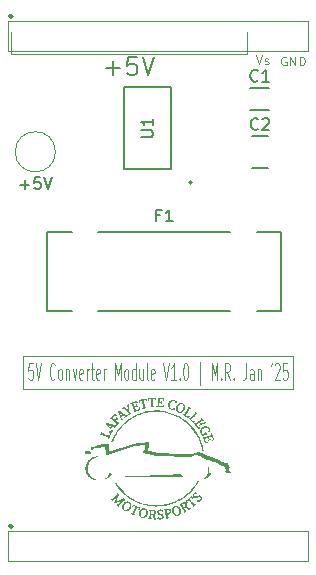
<source format=gbr>
%TF.GenerationSoftware,KiCad,Pcbnew,8.0.8*%
%TF.CreationDate,2025-02-03T20:57:14-05:00*%
%TF.ProjectId,5V Converter Module,35562043-6f6e-4766-9572-746572204d6f,rev?*%
%TF.SameCoordinates,Original*%
%TF.FileFunction,Legend,Top*%
%TF.FilePolarity,Positive*%
%FSLAX46Y46*%
G04 Gerber Fmt 4.6, Leading zero omitted, Abs format (unit mm)*
G04 Created by KiCad (PCBNEW 8.0.8) date 2025-02-03 20:57:14*
%MOMM*%
%LPD*%
G01*
G04 APERTURE LIST*
%ADD10C,0.000000*%
%ADD11C,0.100000*%
%ADD12C,0.200000*%
%ADD13C,0.150000*%
%ADD14C,0.120000*%
%ADD15C,0.152400*%
%ADD16C,0.127000*%
%ADD17C,0.076200*%
%ADD18C,0.254000*%
G04 APERTURE END LIST*
D10*
G36*
X65444161Y-64040863D02*
G01*
X65449072Y-64041384D01*
X65453833Y-64042206D01*
X65458449Y-64043313D01*
X65462925Y-64044694D01*
X65467268Y-64046335D01*
X65471482Y-64048222D01*
X65475574Y-64050343D01*
X65479548Y-64052684D01*
X65483411Y-64055232D01*
X65487168Y-64057975D01*
X65490824Y-64060898D01*
X65497857Y-64067234D01*
X65504555Y-64074135D01*
X65510962Y-64081495D01*
X65517123Y-64089210D01*
X65523081Y-64097173D01*
X65545783Y-64129401D01*
X65546954Y-64131112D01*
X65548017Y-64132834D01*
X65548971Y-64134565D01*
X65549820Y-64136303D01*
X65550564Y-64138049D01*
X65551207Y-64139800D01*
X65551749Y-64141555D01*
X65552192Y-64143314D01*
X65552539Y-64145075D01*
X65552791Y-64146836D01*
X65552950Y-64148598D01*
X65553018Y-64150358D01*
X65552997Y-64152115D01*
X65552888Y-64153868D01*
X65552694Y-64155616D01*
X65552416Y-64157359D01*
X65552056Y-64159093D01*
X65551615Y-64160820D01*
X65551097Y-64162536D01*
X65550502Y-64164242D01*
X65549833Y-64165935D01*
X65549090Y-64167616D01*
X65547395Y-64170932D01*
X65545431Y-64174181D01*
X65543213Y-64177354D01*
X65540755Y-64180440D01*
X65538072Y-64183431D01*
X65535537Y-64185997D01*
X65532977Y-64188377D01*
X65530394Y-64190575D01*
X65527790Y-64192593D01*
X65525166Y-64194435D01*
X65522524Y-64196102D01*
X65519864Y-64197599D01*
X65517190Y-64198927D01*
X65514501Y-64200089D01*
X65511800Y-64201089D01*
X65509087Y-64201928D01*
X65506365Y-64202610D01*
X65503635Y-64203138D01*
X65500898Y-64203514D01*
X65498156Y-64203741D01*
X65495411Y-64203822D01*
X65492663Y-64203760D01*
X65489914Y-64203557D01*
X65487166Y-64203216D01*
X65484419Y-64202740D01*
X65481677Y-64202132D01*
X65478940Y-64201395D01*
X65476209Y-64200531D01*
X65473486Y-64199543D01*
X65468070Y-64197207D01*
X65462703Y-64194409D01*
X65457398Y-64191171D01*
X65452165Y-64187516D01*
X65446794Y-64183671D01*
X65441499Y-64180169D01*
X65436279Y-64177005D01*
X65431133Y-64174176D01*
X65426057Y-64171678D01*
X65421052Y-64169504D01*
X65416114Y-64167652D01*
X65411244Y-64166117D01*
X65406438Y-64164894D01*
X65401695Y-64163979D01*
X65397014Y-64163367D01*
X65392393Y-64163055D01*
X65387830Y-64163037D01*
X65383324Y-64163310D01*
X65378872Y-64163868D01*
X65374474Y-64164708D01*
X65370128Y-64165825D01*
X65365832Y-64167215D01*
X65361584Y-64168873D01*
X65357382Y-64170795D01*
X65353226Y-64172976D01*
X65349113Y-64175412D01*
X65345041Y-64178099D01*
X65341010Y-64181032D01*
X65337017Y-64184207D01*
X65333061Y-64187619D01*
X65329140Y-64191264D01*
X65325253Y-64195137D01*
X65321397Y-64199235D01*
X65317571Y-64203552D01*
X65310004Y-64212829D01*
X65303777Y-64221199D01*
X65298050Y-64229634D01*
X65292864Y-64238136D01*
X65288260Y-64246705D01*
X65284276Y-64255344D01*
X65280955Y-64264054D01*
X65278336Y-64272836D01*
X65276459Y-64281693D01*
X65275811Y-64286149D01*
X65275365Y-64290624D01*
X65275124Y-64295119D01*
X65275094Y-64299633D01*
X65275280Y-64304166D01*
X65275688Y-64308720D01*
X65276321Y-64313293D01*
X65277185Y-64317887D01*
X65278285Y-64322501D01*
X65279626Y-64327135D01*
X65281214Y-64331790D01*
X65283053Y-64336466D01*
X65285148Y-64341164D01*
X65287504Y-64345882D01*
X65290127Y-64350622D01*
X65293021Y-64355384D01*
X65296655Y-64360867D01*
X65300393Y-64366045D01*
X65304232Y-64370923D01*
X65308171Y-64375503D01*
X65312208Y-64379791D01*
X65316339Y-64383791D01*
X65320563Y-64387506D01*
X65324877Y-64390941D01*
X65329280Y-64394101D01*
X65333768Y-64396988D01*
X65338340Y-64399607D01*
X65342993Y-64401963D01*
X65347725Y-64404059D01*
X65352533Y-64405899D01*
X65357416Y-64407489D01*
X65362371Y-64408831D01*
X65367396Y-64409930D01*
X65372488Y-64410791D01*
X65382867Y-64411812D01*
X65393487Y-64411926D01*
X65404332Y-64411169D01*
X65415383Y-64409571D01*
X65426622Y-64407167D01*
X65438031Y-64403989D01*
X65449590Y-64400070D01*
X65466211Y-64393684D01*
X65482686Y-64386903D01*
X65515382Y-64372652D01*
X65548047Y-64358306D01*
X65564484Y-64351408D01*
X65581051Y-64344857D01*
X65600784Y-64337667D01*
X65620452Y-64331220D01*
X65640049Y-64325639D01*
X65659570Y-64321048D01*
X65679007Y-64317571D01*
X65698355Y-64315331D01*
X65717608Y-64314451D01*
X65736758Y-64315056D01*
X65746293Y-64315954D01*
X65755800Y-64317269D01*
X65765279Y-64319017D01*
X65774728Y-64321213D01*
X65784147Y-64323873D01*
X65793534Y-64327012D01*
X65802890Y-64330645D01*
X65812214Y-64334789D01*
X65821504Y-64339458D01*
X65830760Y-64344669D01*
X65839980Y-64350435D01*
X65849166Y-64356774D01*
X65858314Y-64363699D01*
X65867425Y-64371228D01*
X65876498Y-64379374D01*
X65885533Y-64388155D01*
X65899000Y-64406543D01*
X65910437Y-64425125D01*
X65919915Y-64443858D01*
X65927509Y-64462702D01*
X65933289Y-64481614D01*
X65937331Y-64500552D01*
X65939706Y-64519476D01*
X65940487Y-64538343D01*
X65939748Y-64557112D01*
X65937562Y-64575740D01*
X65934000Y-64594187D01*
X65929137Y-64612411D01*
X65923045Y-64630369D01*
X65915798Y-64648021D01*
X65907467Y-64665324D01*
X65898126Y-64682238D01*
X65887849Y-64698719D01*
X65876707Y-64714727D01*
X65864774Y-64730220D01*
X65852123Y-64745156D01*
X65838827Y-64759494D01*
X65824959Y-64773192D01*
X65810591Y-64786208D01*
X65795797Y-64798500D01*
X65780649Y-64810027D01*
X65765221Y-64820748D01*
X65749585Y-64830619D01*
X65733815Y-64839601D01*
X65717982Y-64847651D01*
X65702162Y-64854727D01*
X65686425Y-64860788D01*
X65670845Y-64865792D01*
X65664567Y-64867402D01*
X65658512Y-64868558D01*
X65652672Y-64869280D01*
X65647038Y-64869585D01*
X65641601Y-64869494D01*
X65636352Y-64869024D01*
X65631283Y-64868196D01*
X65626385Y-64867027D01*
X65621648Y-64865537D01*
X65617064Y-64863744D01*
X65612624Y-64861668D01*
X65608320Y-64859327D01*
X65604141Y-64856741D01*
X65600080Y-64853927D01*
X65596127Y-64850906D01*
X65592274Y-64847696D01*
X65584831Y-64840785D01*
X65577680Y-64833344D01*
X65570750Y-64825526D01*
X65563970Y-64817482D01*
X65550576Y-64801319D01*
X65543820Y-64793503D01*
X65536931Y-64786066D01*
X65534882Y-64783871D01*
X65532974Y-64781656D01*
X65531207Y-64779424D01*
X65529581Y-64777175D01*
X65528094Y-64774910D01*
X65526748Y-64772631D01*
X65525541Y-64770340D01*
X65524473Y-64768036D01*
X65523544Y-64765722D01*
X65522753Y-64763399D01*
X65522100Y-64761067D01*
X65521585Y-64758729D01*
X65521206Y-64756384D01*
X65520965Y-64754036D01*
X65520860Y-64751684D01*
X65520892Y-64749330D01*
X65521059Y-64746975D01*
X65521361Y-64744620D01*
X65521799Y-64742267D01*
X65522371Y-64739917D01*
X65523077Y-64737570D01*
X65523918Y-64735229D01*
X65524892Y-64732895D01*
X65525999Y-64730568D01*
X65527239Y-64728249D01*
X65528611Y-64725941D01*
X65530116Y-64723644D01*
X65531752Y-64721360D01*
X65533520Y-64719089D01*
X65535418Y-64716833D01*
X65537448Y-64714594D01*
X65539607Y-64712371D01*
X65542381Y-64709736D01*
X65545163Y-64707336D01*
X65547954Y-64705164D01*
X65550751Y-64703216D01*
X65553552Y-64701485D01*
X65556356Y-64699966D01*
X65559161Y-64698652D01*
X65561966Y-64697539D01*
X65564769Y-64696620D01*
X65567568Y-64695890D01*
X65570362Y-64695342D01*
X65573149Y-64694972D01*
X65575928Y-64694773D01*
X65578697Y-64694740D01*
X65581454Y-64694866D01*
X65584198Y-64695146D01*
X65586927Y-64695575D01*
X65589640Y-64696147D01*
X65592334Y-64696855D01*
X65595009Y-64697694D01*
X65597662Y-64698658D01*
X65600292Y-64699742D01*
X65605477Y-64702246D01*
X65610551Y-64705158D01*
X65615501Y-64708434D01*
X65620314Y-64712026D01*
X65624976Y-64715890D01*
X65631376Y-64721217D01*
X65637648Y-64725974D01*
X65643797Y-64730176D01*
X65649826Y-64733840D01*
X65655738Y-64736981D01*
X65661537Y-64739617D01*
X65667227Y-64741763D01*
X65672811Y-64743435D01*
X65678292Y-64744650D01*
X65683674Y-64745423D01*
X65688960Y-64745771D01*
X65694154Y-64745711D01*
X65699259Y-64745257D01*
X65704280Y-64744426D01*
X65709218Y-64743236D01*
X65714079Y-64741700D01*
X65718864Y-64739837D01*
X65723579Y-64737661D01*
X65728225Y-64735190D01*
X65732808Y-64732439D01*
X65737330Y-64729424D01*
X65741794Y-64726162D01*
X65746205Y-64722669D01*
X65750565Y-64718961D01*
X65759149Y-64710964D01*
X65767574Y-64702300D01*
X65775867Y-64693100D01*
X65784056Y-64683492D01*
X65791921Y-64673746D01*
X65799357Y-64663824D01*
X65806287Y-64653730D01*
X65812634Y-64643470D01*
X65818321Y-64633050D01*
X65823270Y-64622475D01*
X65827404Y-64611750D01*
X65830645Y-64600880D01*
X65831906Y-64595393D01*
X65832916Y-64589872D01*
X65833663Y-64584317D01*
X65834139Y-64578729D01*
X65834334Y-64573109D01*
X65834238Y-64567458D01*
X65833842Y-64561776D01*
X65833135Y-64556064D01*
X65832108Y-64550323D01*
X65830752Y-64544552D01*
X65829057Y-64538754D01*
X65827013Y-64532928D01*
X65824610Y-64527076D01*
X65821839Y-64521197D01*
X65818690Y-64515293D01*
X65815154Y-64509364D01*
X65811126Y-64503292D01*
X65806969Y-64497671D01*
X65802685Y-64492491D01*
X65798280Y-64487737D01*
X65793759Y-64483398D01*
X65789127Y-64479460D01*
X65784387Y-64475912D01*
X65779545Y-64472740D01*
X65774606Y-64469933D01*
X65769574Y-64467476D01*
X65764453Y-64465359D01*
X65759249Y-64463568D01*
X65753966Y-64462090D01*
X65748610Y-64460914D01*
X65743183Y-64460026D01*
X65737692Y-64459414D01*
X65726535Y-64458968D01*
X65715175Y-64459473D01*
X65703650Y-64460831D01*
X65691997Y-64462940D01*
X65680254Y-64465699D01*
X65668459Y-64469007D01*
X65656649Y-64472764D01*
X65644862Y-64476870D01*
X65622605Y-64485153D01*
X65600464Y-64493780D01*
X65556331Y-64511449D01*
X65534237Y-64520183D01*
X65512059Y-64528646D01*
X65489747Y-64536684D01*
X65467249Y-64544142D01*
X65458171Y-64546837D01*
X65449170Y-64549182D01*
X65440247Y-64551181D01*
X65431405Y-64552837D01*
X65422643Y-64554151D01*
X65413963Y-64555128D01*
X65405366Y-64555769D01*
X65396854Y-64556077D01*
X65388426Y-64556056D01*
X65380085Y-64555707D01*
X65371831Y-64555035D01*
X65363665Y-64554041D01*
X65355589Y-64552728D01*
X65347603Y-64551099D01*
X65339709Y-64549157D01*
X65331908Y-64546904D01*
X65324200Y-64544344D01*
X65316587Y-64541479D01*
X65309069Y-64538312D01*
X65301649Y-64534846D01*
X65294327Y-64531083D01*
X65287103Y-64527026D01*
X65272958Y-64518042D01*
X65259222Y-64507916D01*
X65245903Y-64496671D01*
X65233010Y-64484328D01*
X65220552Y-64470909D01*
X65214307Y-64463510D01*
X65208497Y-64456055D01*
X65203116Y-64448544D01*
X65198158Y-64440980D01*
X65193615Y-64433366D01*
X65189480Y-64425702D01*
X65185748Y-64417991D01*
X65182411Y-64410234D01*
X65179462Y-64402434D01*
X65176895Y-64394593D01*
X65174703Y-64386712D01*
X65172878Y-64378794D01*
X65171416Y-64370840D01*
X65170307Y-64362852D01*
X65169127Y-64346784D01*
X65169284Y-64330604D01*
X65170724Y-64314328D01*
X65173392Y-64297971D01*
X65177234Y-64281550D01*
X65182197Y-64265079D01*
X65188226Y-64248573D01*
X65195267Y-64232050D01*
X65203266Y-64215523D01*
X65212467Y-64198369D01*
X65222223Y-64181826D01*
X65232554Y-64165944D01*
X65243481Y-64150769D01*
X65255023Y-64136350D01*
X65267201Y-64122733D01*
X65280036Y-64109967D01*
X65293548Y-64098100D01*
X65307758Y-64087178D01*
X65322685Y-64077251D01*
X65338351Y-64068365D01*
X65354775Y-64060568D01*
X65371979Y-64053908D01*
X65389982Y-64048432D01*
X65408805Y-64044189D01*
X65428468Y-64041226D01*
X65433865Y-64040770D01*
X65439094Y-64040653D01*
X65444161Y-64040863D01*
G37*
D11*
X69800000Y-25100000D02*
X69800000Y-26900000D01*
D10*
G36*
X57122894Y-60994244D02*
G01*
X57131543Y-60994613D01*
X57140122Y-60995452D01*
X57148638Y-60996873D01*
X57152876Y-60997837D01*
X57157102Y-60998988D01*
X57161318Y-61000341D01*
X57165525Y-61001908D01*
X57169723Y-61003705D01*
X57173914Y-61005745D01*
X57178099Y-61008042D01*
X57182280Y-61010611D01*
X57186457Y-61013464D01*
X57190633Y-61016616D01*
X57098470Y-61041065D01*
X57010278Y-61069483D01*
X56926253Y-61101987D01*
X56846587Y-61138692D01*
X56771474Y-61179715D01*
X56701108Y-61225173D01*
X56667765Y-61249601D01*
X56635682Y-61275182D01*
X56604882Y-61301929D01*
X56575390Y-61329859D01*
X56547230Y-61358984D01*
X56520426Y-61389320D01*
X56495002Y-61420881D01*
X56470983Y-61453681D01*
X56448393Y-61487736D01*
X56427255Y-61523060D01*
X56407595Y-61559667D01*
X56389436Y-61597573D01*
X56372803Y-61636790D01*
X56357719Y-61677335D01*
X56344210Y-61719222D01*
X56332299Y-61762464D01*
X56322010Y-61807078D01*
X56313368Y-61853077D01*
X56306397Y-61900475D01*
X56301120Y-61949289D01*
X56297660Y-61999515D01*
X56296340Y-62048385D01*
X56297118Y-62095920D01*
X56299953Y-62142142D01*
X56304803Y-62187074D01*
X56311627Y-62230737D01*
X56320383Y-62273154D01*
X56331029Y-62314345D01*
X56343524Y-62354334D01*
X56357826Y-62393143D01*
X56373893Y-62430793D01*
X56391685Y-62467307D01*
X56411158Y-62502706D01*
X56432272Y-62537012D01*
X56454985Y-62570249D01*
X56479256Y-62602436D01*
X56505042Y-62633598D01*
X56532303Y-62663755D01*
X56560996Y-62692929D01*
X56591079Y-62721144D01*
X56655253Y-62774780D01*
X56724490Y-62824839D01*
X56798459Y-62871497D01*
X56876826Y-62914930D01*
X56959257Y-62955315D01*
X57045421Y-62992828D01*
X57042166Y-62995777D01*
X57038881Y-62998460D01*
X57035568Y-63000889D01*
X57032227Y-63003073D01*
X57028861Y-63005022D01*
X57025471Y-63006745D01*
X57022060Y-63008254D01*
X57018628Y-63009557D01*
X57015179Y-63010666D01*
X57011713Y-63011588D01*
X57008232Y-63012336D01*
X57004739Y-63012918D01*
X56997721Y-63013626D01*
X56990673Y-63013792D01*
X56983609Y-63013496D01*
X56976543Y-63012816D01*
X56969490Y-63011832D01*
X56962464Y-63010625D01*
X56934912Y-63005147D01*
X56895315Y-62997136D01*
X56856356Y-62987746D01*
X56818050Y-62976983D01*
X56780413Y-62964855D01*
X56743460Y-62951369D01*
X56707205Y-62936532D01*
X56671665Y-62920352D01*
X56636853Y-62902836D01*
X56602786Y-62883990D01*
X56569478Y-62863822D01*
X56536944Y-62842339D01*
X56505199Y-62819548D01*
X56474260Y-62795457D01*
X56444139Y-62770073D01*
X56414854Y-62743402D01*
X56386418Y-62715452D01*
X56333306Y-62657857D01*
X56285439Y-62598891D01*
X56242801Y-62538596D01*
X56205374Y-62477011D01*
X56173143Y-62414176D01*
X56146091Y-62350134D01*
X56124202Y-62284923D01*
X56107459Y-62218584D01*
X56095846Y-62151159D01*
X56089346Y-62082686D01*
X56087943Y-62013208D01*
X56091621Y-61942763D01*
X56100362Y-61871394D01*
X56114150Y-61799139D01*
X56132970Y-61726041D01*
X56156804Y-61652138D01*
X56186153Y-61577771D01*
X56219567Y-61508483D01*
X56256929Y-61444136D01*
X56298127Y-61384594D01*
X56343045Y-61329719D01*
X56391569Y-61279374D01*
X56443585Y-61233420D01*
X56498978Y-61191722D01*
X56557634Y-61154141D01*
X56619438Y-61120540D01*
X56684276Y-61090782D01*
X56752033Y-61064730D01*
X56822596Y-61042245D01*
X56895848Y-61023192D01*
X56971677Y-61007431D01*
X57049968Y-60994827D01*
X57059536Y-60995453D01*
X57068956Y-60995656D01*
X57078237Y-60995547D01*
X57087388Y-60995239D01*
X57105342Y-60994471D01*
X57114163Y-60994234D01*
X57122894Y-60994244D01*
G37*
G36*
X62062303Y-65758760D02*
G01*
X62060847Y-65769782D01*
X62058747Y-65780780D01*
X62056004Y-65791728D01*
X62052618Y-65802601D01*
X62048589Y-65813372D01*
X62043918Y-65824016D01*
X62038605Y-65834507D01*
X62032649Y-65844818D01*
X62026052Y-65854924D01*
X62018812Y-65864798D01*
X62010931Y-65874416D01*
X62002409Y-65883750D01*
X61993245Y-65892775D01*
X61983704Y-65901367D01*
X61973812Y-65909719D01*
X61963558Y-65917956D01*
X61952929Y-65926202D01*
X61930504Y-65943218D01*
X61918685Y-65952235D01*
X61906447Y-65961759D01*
X61916365Y-65971601D01*
X61925309Y-65981890D01*
X61933353Y-65992590D01*
X61940573Y-66003666D01*
X61947041Y-66015083D01*
X61952833Y-66026803D01*
X61958023Y-66038793D01*
X61962685Y-66051015D01*
X61970723Y-66076015D01*
X61977541Y-66101519D01*
X61989894Y-66152892D01*
X61996618Y-66178189D01*
X62004500Y-66202846D01*
X62009061Y-66214846D01*
X62014134Y-66226578D01*
X62019794Y-66238006D01*
X62026114Y-66249097D01*
X62033170Y-66259812D01*
X62041036Y-66270118D01*
X62049785Y-66279978D01*
X62059492Y-66289356D01*
X62070232Y-66298216D01*
X62082078Y-66306524D01*
X62095105Y-66314243D01*
X62109388Y-66321337D01*
X62098728Y-66327924D01*
X62088239Y-66333949D01*
X62077927Y-66339416D01*
X62067796Y-66344327D01*
X62057850Y-66348685D01*
X62048095Y-66352493D01*
X62038536Y-66355752D01*
X62029177Y-66358465D01*
X62020022Y-66360636D01*
X62011077Y-66362266D01*
X62002347Y-66363358D01*
X61993835Y-66363915D01*
X61985548Y-66363940D01*
X61977489Y-66363434D01*
X61969664Y-66362401D01*
X61962076Y-66360843D01*
X61954732Y-66358763D01*
X61947635Y-66356162D01*
X61940791Y-66353045D01*
X61934204Y-66349413D01*
X61927879Y-66345268D01*
X61921820Y-66340615D01*
X61916033Y-66335454D01*
X61910523Y-66329789D01*
X61905293Y-66323623D01*
X61900349Y-66316957D01*
X61895695Y-66309794D01*
X61891337Y-66302138D01*
X61887278Y-66293990D01*
X61883524Y-66285353D01*
X61880080Y-66276230D01*
X61876950Y-66266623D01*
X61825232Y-66048119D01*
X61823561Y-66043059D01*
X61821705Y-66038163D01*
X61819670Y-66033431D01*
X61817460Y-66028863D01*
X61815080Y-66024460D01*
X61812536Y-66020221D01*
X61809831Y-66016148D01*
X61806972Y-66012239D01*
X61803963Y-66008497D01*
X61800809Y-66004920D01*
X61797514Y-66001509D01*
X61794085Y-65998264D01*
X61790525Y-65995186D01*
X61786840Y-65992275D01*
X61779114Y-65986953D01*
X61770946Y-65982301D01*
X61762375Y-65978321D01*
X61753442Y-65975014D01*
X61744185Y-65972382D01*
X61734645Y-65970428D01*
X61724860Y-65969154D01*
X61714871Y-65968560D01*
X61704716Y-65968650D01*
X61698853Y-65969070D01*
X61693471Y-65969804D01*
X61688548Y-65970839D01*
X61684064Y-65972160D01*
X61679996Y-65973754D01*
X61676325Y-65975607D01*
X61673029Y-65977705D01*
X61670086Y-65980035D01*
X61667476Y-65982582D01*
X61665177Y-65985332D01*
X61663169Y-65988272D01*
X61661430Y-65991388D01*
X61659938Y-65994667D01*
X61658674Y-65998093D01*
X61657615Y-66001654D01*
X61656740Y-66005335D01*
X61655460Y-66013003D01*
X61654663Y-66020988D01*
X61653844Y-66037462D01*
X61653483Y-66045730D01*
X61652929Y-66053871D01*
X61652012Y-66061774D01*
X61650563Y-66069329D01*
X61646596Y-66086742D01*
X61643264Y-66103925D01*
X61640754Y-66120832D01*
X61639250Y-66137419D01*
X61638933Y-66145580D01*
X61638937Y-66153644D01*
X61639285Y-66161606D01*
X61640000Y-66169462D01*
X61641106Y-66177204D01*
X61642625Y-66184828D01*
X61644580Y-66192329D01*
X61646995Y-66199700D01*
X61649894Y-66206936D01*
X61653298Y-66214033D01*
X61657231Y-66220983D01*
X61661716Y-66227783D01*
X61666777Y-66234425D01*
X61672437Y-66240906D01*
X61678718Y-66247219D01*
X61685643Y-66253358D01*
X61693237Y-66259319D01*
X61701522Y-66265096D01*
X61710521Y-66270684D01*
X61720257Y-66276076D01*
X61730753Y-66281268D01*
X61742034Y-66286253D01*
X61754120Y-66291027D01*
X61767037Y-66295584D01*
X61756192Y-66300132D01*
X61745496Y-66304181D01*
X61734946Y-66307756D01*
X61724533Y-66310881D01*
X61704101Y-66315886D01*
X61684152Y-66319399D01*
X61664640Y-66321621D01*
X61645517Y-66322755D01*
X61626738Y-66323004D01*
X61608254Y-66322569D01*
X61536342Y-66318042D01*
X61518636Y-66317225D01*
X61500944Y-66316938D01*
X61483219Y-66317384D01*
X61465416Y-66318766D01*
X61450378Y-66316163D01*
X61443215Y-66314820D01*
X61436353Y-66313340D01*
X61429838Y-66311642D01*
X61426726Y-66310686D01*
X61423719Y-66309644D01*
X61420822Y-66308506D01*
X61418042Y-66307263D01*
X61415384Y-66305904D01*
X61412855Y-66304419D01*
X61410461Y-66302798D01*
X61408207Y-66301030D01*
X61406099Y-66299105D01*
X61404143Y-66297014D01*
X61402345Y-66294745D01*
X61400712Y-66292288D01*
X61399248Y-66289634D01*
X61397960Y-66286773D01*
X61396854Y-66283693D01*
X61395936Y-66280385D01*
X61395212Y-66276838D01*
X61394687Y-66273043D01*
X61394368Y-66268988D01*
X61394261Y-66264665D01*
X61394370Y-66260062D01*
X61394703Y-66255170D01*
X61402952Y-66253852D01*
X61410740Y-66252224D01*
X61418083Y-66250292D01*
X61424997Y-66248065D01*
X61431496Y-66245549D01*
X61437595Y-66242753D01*
X61443311Y-66239685D01*
X61448659Y-66236351D01*
X61453653Y-66232759D01*
X61458309Y-66228917D01*
X61462642Y-66224832D01*
X61466667Y-66220512D01*
X61470401Y-66215965D01*
X61473857Y-66211197D01*
X61477052Y-66206217D01*
X61480000Y-66201033D01*
X61485219Y-66190079D01*
X61489635Y-66178397D01*
X61493371Y-66166047D01*
X61496550Y-66153089D01*
X61499292Y-66139584D01*
X61501722Y-66125593D01*
X61506129Y-66096392D01*
X61508732Y-66076364D01*
X61510767Y-66056323D01*
X61513475Y-66016222D01*
X61514927Y-65976124D01*
X61515799Y-65936066D01*
X61516766Y-65896083D01*
X61518504Y-65856213D01*
X61519873Y-65836332D01*
X61521688Y-65816492D01*
X61524033Y-65796698D01*
X61526993Y-65776954D01*
X61527172Y-65775923D01*
X61661287Y-65775923D01*
X61662039Y-65789851D01*
X61663704Y-65803535D01*
X61666348Y-65816912D01*
X61670036Y-65829917D01*
X61672291Y-65836260D01*
X61674833Y-65842486D01*
X61677668Y-65848587D01*
X61680805Y-65854555D01*
X61683781Y-65859428D01*
X61687034Y-65863894D01*
X61690548Y-65867966D01*
X61694310Y-65871655D01*
X61698306Y-65874972D01*
X61702522Y-65877930D01*
X61706943Y-65880538D01*
X61711556Y-65882810D01*
X61716346Y-65884755D01*
X61721300Y-65886386D01*
X61726403Y-65887714D01*
X61731641Y-65888751D01*
X61737001Y-65889507D01*
X61742467Y-65889994D01*
X61753664Y-65890209D01*
X61765120Y-65889486D01*
X61776722Y-65887916D01*
X61788358Y-65885592D01*
X61799914Y-65882604D01*
X61811278Y-65879043D01*
X61822337Y-65875002D01*
X61832978Y-65870572D01*
X61843089Y-65865844D01*
X61855000Y-65859433D01*
X61866041Y-65852403D01*
X61876185Y-65844771D01*
X61885403Y-65836551D01*
X61889657Y-65832225D01*
X61893669Y-65827760D01*
X61897435Y-65823155D01*
X61900953Y-65818414D01*
X61904219Y-65813538D01*
X61907229Y-65808529D01*
X61909980Y-65803389D01*
X61912468Y-65798121D01*
X61914691Y-65792726D01*
X61916643Y-65787206D01*
X61918322Y-65781564D01*
X61919725Y-65775800D01*
X61920848Y-65769918D01*
X61921687Y-65763920D01*
X61922240Y-65757807D01*
X61922501Y-65751581D01*
X61922469Y-65745244D01*
X61922139Y-65738799D01*
X61921508Y-65732247D01*
X61920573Y-65725590D01*
X61919330Y-65718830D01*
X61917776Y-65711970D01*
X61915906Y-65705012D01*
X61913718Y-65697956D01*
X61911401Y-65691487D01*
X61908801Y-65685238D01*
X61905918Y-65679211D01*
X61902754Y-65673412D01*
X61899311Y-65667842D01*
X61895590Y-65662506D01*
X61891592Y-65657406D01*
X61887319Y-65652546D01*
X61882773Y-65647930D01*
X61877953Y-65643561D01*
X61872863Y-65639442D01*
X61867503Y-65635577D01*
X61861874Y-65631969D01*
X61855979Y-65628621D01*
X61849818Y-65625537D01*
X61843393Y-65622720D01*
X61831139Y-65620039D01*
X61818936Y-65617122D01*
X61794938Y-65611190D01*
X61783273Y-65608483D01*
X61771916Y-65606153D01*
X61760933Y-65604354D01*
X61750389Y-65603238D01*
X61745301Y-65602985D01*
X61740347Y-65602960D01*
X61735534Y-65603183D01*
X61730872Y-65603673D01*
X61726368Y-65604450D01*
X61722030Y-65605531D01*
X61717866Y-65606937D01*
X61713884Y-65608686D01*
X61710093Y-65610799D01*
X61706500Y-65613293D01*
X61703114Y-65616189D01*
X61699942Y-65619505D01*
X61696993Y-65623260D01*
X61694275Y-65627475D01*
X61691796Y-65632167D01*
X61689563Y-65637356D01*
X61684790Y-65650193D01*
X61680274Y-65663427D01*
X61676081Y-65676995D01*
X61672277Y-65690832D01*
X61668927Y-65704875D01*
X61666097Y-65719059D01*
X61663853Y-65733319D01*
X61662259Y-65747593D01*
X61661382Y-65761816D01*
X61661287Y-65775923D01*
X61527172Y-65775923D01*
X61533155Y-65741407D01*
X61536032Y-65723906D01*
X61538467Y-65706700D01*
X61540228Y-65689871D01*
X61541087Y-65673504D01*
X61541105Y-65665520D01*
X61540812Y-65657683D01*
X61540177Y-65650003D01*
X61539173Y-65642490D01*
X61537771Y-65635156D01*
X61535941Y-65628011D01*
X61533655Y-65621065D01*
X61530885Y-65614329D01*
X61527601Y-65607812D01*
X61523775Y-65601527D01*
X61519378Y-65595482D01*
X61514381Y-65589690D01*
X61508755Y-65584159D01*
X61502472Y-65578900D01*
X61495503Y-65573925D01*
X61487819Y-65569244D01*
X61479391Y-65564866D01*
X61470191Y-65560803D01*
X61460190Y-65557064D01*
X61449358Y-65553661D01*
X61449016Y-65550904D01*
X61448761Y-65548217D01*
X61448593Y-65545599D01*
X61448508Y-65543052D01*
X61448504Y-65540579D01*
X61448579Y-65538179D01*
X61448730Y-65535855D01*
X61448955Y-65533608D01*
X61449253Y-65531439D01*
X61449619Y-65529350D01*
X61450052Y-65527342D01*
X61450551Y-65525415D01*
X61451111Y-65523573D01*
X61451731Y-65521816D01*
X61452409Y-65520144D01*
X61453142Y-65518561D01*
X61453927Y-65517067D01*
X61454764Y-65515663D01*
X61455648Y-65514351D01*
X61456578Y-65513132D01*
X61457551Y-65512008D01*
X61458565Y-65510979D01*
X61459618Y-65510048D01*
X61460707Y-65509215D01*
X61461830Y-65508482D01*
X61462984Y-65507850D01*
X61464168Y-65507322D01*
X61465378Y-65506897D01*
X61466613Y-65506577D01*
X61467869Y-65506364D01*
X61469146Y-65506259D01*
X61470440Y-65506264D01*
X61533778Y-65508046D01*
X61597417Y-65508686D01*
X61661036Y-65509806D01*
X61692737Y-65511054D01*
X61724311Y-65513029D01*
X61755719Y-65515936D01*
X61786921Y-65519977D01*
X61817876Y-65525354D01*
X61848543Y-65532271D01*
X61878883Y-65540930D01*
X61908854Y-65551534D01*
X61938418Y-65564285D01*
X61967533Y-65579388D01*
X61978331Y-65585926D01*
X61988483Y-65592934D01*
X61997988Y-65600385D01*
X62006847Y-65608254D01*
X62015059Y-65616515D01*
X62022626Y-65625142D01*
X62029547Y-65634108D01*
X62035823Y-65643389D01*
X62041454Y-65652957D01*
X62046439Y-65662787D01*
X62050779Y-65672853D01*
X62054475Y-65683129D01*
X62057526Y-65693589D01*
X62059932Y-65704207D01*
X62061694Y-65714957D01*
X62062812Y-65725813D01*
X62063286Y-65736750D01*
X62063116Y-65747741D01*
X62062833Y-65751581D01*
X62062303Y-65758760D01*
G37*
G36*
X59981293Y-65114315D02*
G01*
X59984832Y-65137592D01*
X59986922Y-65161435D01*
X59987512Y-65185805D01*
X59986552Y-65210664D01*
X59984443Y-65233070D01*
X59981284Y-65255148D01*
X59977096Y-65276874D01*
X59971903Y-65298224D01*
X59965729Y-65319173D01*
X59958596Y-65339699D01*
X59950529Y-65359776D01*
X59941549Y-65379382D01*
X59931681Y-65398493D01*
X59920946Y-65417084D01*
X59909370Y-65435131D01*
X59896974Y-65452611D01*
X59883783Y-65469500D01*
X59869819Y-65485775D01*
X59855105Y-65501410D01*
X59839664Y-65516382D01*
X59823521Y-65530668D01*
X59806697Y-65544243D01*
X59789217Y-65557083D01*
X59771103Y-65569166D01*
X59752379Y-65580466D01*
X59733067Y-65590960D01*
X59713192Y-65600624D01*
X59692776Y-65609434D01*
X59671842Y-65617366D01*
X59650413Y-65624397D01*
X59628514Y-65630502D01*
X59606167Y-65635658D01*
X59583394Y-65639840D01*
X59560220Y-65643026D01*
X59536668Y-65645190D01*
X59512761Y-65646309D01*
X59483596Y-65640013D01*
X59455770Y-65632487D01*
X59429291Y-65623707D01*
X59404169Y-65613646D01*
X59380411Y-65602278D01*
X59358028Y-65589578D01*
X59347355Y-65582721D01*
X59337029Y-65575520D01*
X59327050Y-65567974D01*
X59317421Y-65560078D01*
X59308141Y-65551831D01*
X59299214Y-65543227D01*
X59290638Y-65534265D01*
X59282416Y-65524940D01*
X59274549Y-65515251D01*
X59267038Y-65505192D01*
X59259883Y-65494762D01*
X59253087Y-65483957D01*
X59246649Y-65472774D01*
X59240572Y-65461210D01*
X59234857Y-65449261D01*
X59229503Y-65436924D01*
X59224514Y-65424196D01*
X59219889Y-65411073D01*
X59215629Y-65397553D01*
X59211737Y-65383633D01*
X59207088Y-65363737D01*
X59205319Y-65353773D01*
X59326109Y-65353773D01*
X59326175Y-65361323D01*
X59326520Y-65368759D01*
X59327141Y-65376082D01*
X59328037Y-65383291D01*
X59329207Y-65390386D01*
X59330648Y-65397367D01*
X59332359Y-65404235D01*
X59334337Y-65410988D01*
X59336581Y-65417627D01*
X59339090Y-65424152D01*
X59341861Y-65430562D01*
X59344892Y-65436858D01*
X59348183Y-65443039D01*
X59351730Y-65449105D01*
X59355533Y-65455055D01*
X59359589Y-65460891D01*
X59363897Y-65466611D01*
X59368455Y-65472216D01*
X59373261Y-65477705D01*
X59378313Y-65483079D01*
X59383609Y-65488337D01*
X59389149Y-65493479D01*
X59394929Y-65498505D01*
X59400948Y-65503414D01*
X59413697Y-65512884D01*
X59426713Y-65521310D01*
X59433252Y-65525048D01*
X59439809Y-65528472D01*
X59446383Y-65531584D01*
X59452972Y-65534388D01*
X59459576Y-65536886D01*
X59466191Y-65539080D01*
X59472818Y-65540972D01*
X59479454Y-65542565D01*
X59486098Y-65543862D01*
X59492748Y-65544864D01*
X59499403Y-65545575D01*
X59506061Y-65545997D01*
X59512721Y-65546132D01*
X59519382Y-65545982D01*
X59532697Y-65544840D01*
X59545996Y-65542590D01*
X59559266Y-65539251D01*
X59572495Y-65534844D01*
X59585671Y-65529387D01*
X59598781Y-65522900D01*
X59611814Y-65515404D01*
X59624758Y-65506916D01*
X59646644Y-65490888D01*
X59667409Y-65474076D01*
X59687069Y-65456498D01*
X59705640Y-65438174D01*
X59723137Y-65419125D01*
X59739579Y-65399370D01*
X59754980Y-65378929D01*
X59769358Y-65357821D01*
X59782728Y-65336066D01*
X59795107Y-65313684D01*
X59806511Y-65290695D01*
X59816956Y-65267117D01*
X59826459Y-65242972D01*
X59835036Y-65218278D01*
X59842703Y-65193056D01*
X59849477Y-65167324D01*
X59851336Y-65159155D01*
X59852914Y-65151048D01*
X59854210Y-65143007D01*
X59855224Y-65135035D01*
X59855955Y-65127132D01*
X59856402Y-65119302D01*
X59856563Y-65111548D01*
X59856438Y-65103871D01*
X59856027Y-65096274D01*
X59855327Y-65088760D01*
X59854339Y-65081331D01*
X59853062Y-65073989D01*
X59851494Y-65066736D01*
X59849635Y-65059576D01*
X59847484Y-65052510D01*
X59845039Y-65045541D01*
X59842301Y-65038672D01*
X59839268Y-65031904D01*
X59835939Y-65025240D01*
X59832314Y-65018684D01*
X59828391Y-65012236D01*
X59824170Y-65005899D01*
X59819650Y-64999677D01*
X59814829Y-64993570D01*
X59809708Y-64987583D01*
X59804284Y-64981716D01*
X59798558Y-64975973D01*
X59792529Y-64970356D01*
X59786194Y-64964867D01*
X59779555Y-64959509D01*
X59772609Y-64954284D01*
X59765356Y-64949195D01*
X59757508Y-64944105D01*
X59749717Y-64939510D01*
X59741984Y-64935398D01*
X59734305Y-64931756D01*
X59726681Y-64928573D01*
X59719108Y-64925838D01*
X59711587Y-64923539D01*
X59704114Y-64921665D01*
X59696689Y-64920203D01*
X59689311Y-64919142D01*
X59681977Y-64918470D01*
X59674686Y-64918176D01*
X59667437Y-64918248D01*
X59660228Y-64918675D01*
X59653057Y-64919445D01*
X59645924Y-64920545D01*
X59638826Y-64921965D01*
X59631763Y-64923694D01*
X59617732Y-64928027D01*
X59603819Y-64933452D01*
X59590012Y-64939876D01*
X59576300Y-64947206D01*
X59562669Y-64955349D01*
X59549108Y-64964210D01*
X59535605Y-64973698D01*
X59515021Y-64991961D01*
X59495578Y-65010479D01*
X59477256Y-65029267D01*
X59460034Y-65048344D01*
X59443891Y-65067728D01*
X59428808Y-65087435D01*
X59414763Y-65107482D01*
X59401735Y-65127888D01*
X59389704Y-65148669D01*
X59378649Y-65169842D01*
X59368550Y-65191426D01*
X59359385Y-65213437D01*
X59351135Y-65235893D01*
X59343778Y-65258811D01*
X59337294Y-65282209D01*
X59331662Y-65306103D01*
X59330019Y-65314330D01*
X59328666Y-65322444D01*
X59327600Y-65330446D01*
X59326819Y-65338334D01*
X59326323Y-65346110D01*
X59326109Y-65353773D01*
X59205319Y-65353773D01*
X59203524Y-65343667D01*
X59201025Y-65323458D01*
X59199570Y-65303149D01*
X59199138Y-65282777D01*
X59199710Y-65262380D01*
X59201264Y-65241995D01*
X59203781Y-65221661D01*
X59207241Y-65201413D01*
X59211622Y-65181291D01*
X59216904Y-65161332D01*
X59223067Y-65141572D01*
X59230090Y-65122050D01*
X59237954Y-65102804D01*
X59246637Y-65083870D01*
X59256120Y-65065287D01*
X59266381Y-65047092D01*
X59277401Y-65029322D01*
X59289159Y-65012015D01*
X59301634Y-64995209D01*
X59314807Y-64978941D01*
X59328656Y-64963249D01*
X59343162Y-64948170D01*
X59358304Y-64933742D01*
X59374061Y-64920003D01*
X59390414Y-64906989D01*
X59407341Y-64894739D01*
X59424823Y-64883290D01*
X59442839Y-64872680D01*
X59461368Y-64862946D01*
X59480391Y-64854126D01*
X59499886Y-64846257D01*
X59523400Y-64838286D01*
X59546886Y-64831944D01*
X59570293Y-64827193D01*
X59593569Y-64823994D01*
X59616665Y-64822311D01*
X59639529Y-64822104D01*
X59662110Y-64823336D01*
X59684359Y-64825969D01*
X59706224Y-64829964D01*
X59727655Y-64835285D01*
X59748600Y-64841892D01*
X59769010Y-64849749D01*
X59788833Y-64858816D01*
X59808018Y-64869057D01*
X59826516Y-64880432D01*
X59844275Y-64892904D01*
X59861244Y-64906436D01*
X59877373Y-64920988D01*
X59892611Y-64936524D01*
X59906908Y-64953004D01*
X59920212Y-64970392D01*
X59932473Y-64988649D01*
X59943640Y-65007737D01*
X59953662Y-65027618D01*
X59962490Y-65048254D01*
X59970071Y-65069608D01*
X59976355Y-65091641D01*
X59980690Y-65111548D01*
X59981293Y-65114315D01*
G37*
G36*
X61924828Y-56020049D02*
G01*
X61937369Y-56020845D01*
X61949151Y-56022145D01*
X61960180Y-56023956D01*
X61970460Y-56026287D01*
X61979999Y-56029143D01*
X61988800Y-56032534D01*
X61996871Y-56036466D01*
X62004216Y-56040946D01*
X62010841Y-56045983D01*
X62016752Y-56051584D01*
X62021955Y-56057755D01*
X62026454Y-56064506D01*
X62030257Y-56071843D01*
X62033367Y-56079773D01*
X62035792Y-56088305D01*
X62037536Y-56097445D01*
X62038605Y-56107201D01*
X62039005Y-56117580D01*
X62038741Y-56128591D01*
X62037819Y-56140241D01*
X62036245Y-56152536D01*
X62034025Y-56165484D01*
X62031163Y-56179094D01*
X62023538Y-56208326D01*
X62013417Y-56240292D01*
X62007492Y-56241467D01*
X62001916Y-56242251D01*
X61996674Y-56242660D01*
X61991754Y-56242709D01*
X61987143Y-56242415D01*
X61982828Y-56241794D01*
X61978796Y-56240860D01*
X61975034Y-56239631D01*
X61971529Y-56238122D01*
X61968268Y-56236349D01*
X61965238Y-56234327D01*
X61962426Y-56232074D01*
X61959819Y-56229604D01*
X61957404Y-56226933D01*
X61955169Y-56224078D01*
X61953100Y-56221055D01*
X61951184Y-56217878D01*
X61949408Y-56214565D01*
X61946225Y-56207591D01*
X61943447Y-56200261D01*
X61940971Y-56192700D01*
X61936506Y-56177400D01*
X61934311Y-56169914D01*
X61932002Y-56162706D01*
X61929290Y-56155269D01*
X61926397Y-56148349D01*
X61923298Y-56141960D01*
X61919971Y-56136118D01*
X61918215Y-56133406D01*
X61916393Y-56130837D01*
X61914502Y-56128411D01*
X61912539Y-56126132D01*
X61910501Y-56124000D01*
X61908385Y-56122018D01*
X61906189Y-56120187D01*
X61903910Y-56118509D01*
X61901544Y-56116987D01*
X61899089Y-56115621D01*
X61896541Y-56114415D01*
X61893898Y-56113369D01*
X61891157Y-56112486D01*
X61888315Y-56111767D01*
X61885369Y-56111214D01*
X61882315Y-56110829D01*
X61879152Y-56110615D01*
X61875876Y-56110572D01*
X61872484Y-56110703D01*
X61868974Y-56111009D01*
X61865341Y-56111492D01*
X61861585Y-56112155D01*
X61857700Y-56112999D01*
X61853685Y-56114026D01*
X61826444Y-56121055D01*
X61819527Y-56123070D01*
X61812772Y-56125309D01*
X61809488Y-56126530D01*
X61806282Y-56127830D01*
X61803167Y-56129215D01*
X61800157Y-56130694D01*
X61797264Y-56132273D01*
X61794501Y-56133961D01*
X61791881Y-56135764D01*
X61789416Y-56137690D01*
X61787119Y-56139747D01*
X61785003Y-56141942D01*
X61783081Y-56144283D01*
X61781365Y-56146777D01*
X61779869Y-56149431D01*
X61778605Y-56152253D01*
X61777585Y-56155251D01*
X61776824Y-56158432D01*
X61776332Y-56161804D01*
X61776124Y-56165373D01*
X61776211Y-56169148D01*
X61776607Y-56173137D01*
X61780711Y-56213848D01*
X61782509Y-56255135D01*
X61782638Y-56296846D01*
X61781730Y-56338830D01*
X61779350Y-56423011D01*
X61779146Y-56464907D01*
X61780448Y-56506471D01*
X61783889Y-56547553D01*
X61790104Y-56588001D01*
X61794451Y-56607940D01*
X61799729Y-56627665D01*
X61806019Y-56647155D01*
X61813399Y-56666393D01*
X61821949Y-56685358D01*
X61831748Y-56704034D01*
X61842876Y-56722399D01*
X61855412Y-56740437D01*
X61869435Y-56758127D01*
X61885025Y-56775451D01*
X61902261Y-56792390D01*
X61921223Y-56808925D01*
X61912838Y-56814023D01*
X61903775Y-56818844D01*
X61883808Y-56827639D01*
X61861713Y-56835277D01*
X61837882Y-56841720D01*
X61812708Y-56846934D01*
X61786582Y-56850883D01*
X61759896Y-56853532D01*
X61733041Y-56854845D01*
X61706411Y-56854786D01*
X61680395Y-56853321D01*
X61655387Y-56850413D01*
X61631779Y-56846027D01*
X61609961Y-56840128D01*
X61599846Y-56836600D01*
X61590326Y-56832680D01*
X61581450Y-56828363D01*
X61573267Y-56823647D01*
X61565825Y-56818525D01*
X61559174Y-56812994D01*
X61570916Y-56810141D01*
X61581791Y-56806888D01*
X61591829Y-56803251D01*
X61601063Y-56799245D01*
X61609525Y-56794884D01*
X61617245Y-56790184D01*
X61624255Y-56785160D01*
X61630588Y-56779826D01*
X61636274Y-56774199D01*
X61641346Y-56768293D01*
X61645835Y-56762122D01*
X61649772Y-56755703D01*
X61653189Y-56749050D01*
X61656118Y-56742178D01*
X61658590Y-56735103D01*
X61660638Y-56727839D01*
X61662292Y-56720401D01*
X61663585Y-56712805D01*
X61665211Y-56697197D01*
X61665771Y-56681136D01*
X61665516Y-56664742D01*
X61661414Y-56598247D01*
X61656891Y-56512426D01*
X61651213Y-56426643D01*
X61647724Y-56383816D01*
X61643686Y-56341059D01*
X61639013Y-56298392D01*
X61633617Y-56255834D01*
X61632672Y-56247211D01*
X61632003Y-56238090D01*
X61630881Y-56218916D01*
X61630121Y-56209140D01*
X61629023Y-56199423D01*
X61628299Y-56194631D01*
X61627434Y-56189906D01*
X61626407Y-56185265D01*
X61625201Y-56180726D01*
X61623794Y-56176306D01*
X61622169Y-56172023D01*
X61620306Y-56167894D01*
X61618187Y-56163936D01*
X61615791Y-56160167D01*
X61613099Y-56156604D01*
X61610093Y-56153265D01*
X61606753Y-56150166D01*
X61603061Y-56147326D01*
X61598996Y-56144762D01*
X61594540Y-56142491D01*
X61589673Y-56140530D01*
X61584377Y-56138897D01*
X61578632Y-56137609D01*
X61572419Y-56136684D01*
X61565719Y-56136139D01*
X61554437Y-56135955D01*
X61548964Y-56136160D01*
X61543609Y-56136565D01*
X61538375Y-56137172D01*
X61533268Y-56137981D01*
X61528291Y-56138994D01*
X61523448Y-56140213D01*
X61518744Y-56141639D01*
X61514183Y-56143274D01*
X61509769Y-56145118D01*
X61505506Y-56147174D01*
X61501398Y-56149442D01*
X61497450Y-56151924D01*
X61493666Y-56154622D01*
X61490050Y-56157537D01*
X61486607Y-56160669D01*
X61483339Y-56164022D01*
X61480253Y-56167596D01*
X61477351Y-56171392D01*
X61474638Y-56175412D01*
X61472118Y-56179658D01*
X61469796Y-56184130D01*
X61467675Y-56188830D01*
X61465760Y-56193760D01*
X61464056Y-56198921D01*
X61462565Y-56204315D01*
X61461293Y-56209942D01*
X61460244Y-56215804D01*
X61459421Y-56221904D01*
X61458829Y-56228241D01*
X61458473Y-56234817D01*
X61458324Y-56237538D01*
X61458073Y-56240227D01*
X61457720Y-56242880D01*
X61457265Y-56245494D01*
X61456708Y-56248064D01*
X61456051Y-56250587D01*
X61455294Y-56253060D01*
X61454438Y-56255477D01*
X61453482Y-56257836D01*
X61452428Y-56260132D01*
X61451275Y-56262362D01*
X61450026Y-56264522D01*
X61448679Y-56266608D01*
X61447236Y-56268616D01*
X61445697Y-56270543D01*
X61444063Y-56272385D01*
X61442334Y-56274137D01*
X61440510Y-56275797D01*
X61438593Y-56277359D01*
X61436583Y-56278821D01*
X61434480Y-56280179D01*
X61432285Y-56281429D01*
X61429998Y-56282566D01*
X61427620Y-56283588D01*
X61425151Y-56284490D01*
X61422592Y-56285268D01*
X61419944Y-56285919D01*
X61417207Y-56286440D01*
X61414381Y-56286825D01*
X61411467Y-56287071D01*
X61408466Y-56287175D01*
X61405378Y-56287133D01*
X61404126Y-56287060D01*
X61402854Y-56286934D01*
X61400261Y-56286530D01*
X61397616Y-56285932D01*
X61394939Y-56285154D01*
X61392248Y-56284206D01*
X61389562Y-56283100D01*
X61386899Y-56281849D01*
X61384278Y-56280464D01*
X61381718Y-56278958D01*
X61379237Y-56277341D01*
X61376854Y-56275626D01*
X61374588Y-56273825D01*
X61372457Y-56271950D01*
X61370480Y-56270013D01*
X61368675Y-56268025D01*
X61367061Y-56265998D01*
X61362537Y-56259357D01*
X61358594Y-56252467D01*
X61355219Y-56245353D01*
X61352401Y-56238043D01*
X61350128Y-56230562D01*
X61348387Y-56222936D01*
X61347168Y-56215192D01*
X61346457Y-56207355D01*
X61346244Y-56199451D01*
X61346516Y-56191508D01*
X61347262Y-56183551D01*
X61348469Y-56175605D01*
X61350125Y-56167698D01*
X61352219Y-56159855D01*
X61354739Y-56152103D01*
X61357673Y-56144468D01*
X61361008Y-56136975D01*
X61364734Y-56129651D01*
X61368837Y-56122523D01*
X61373307Y-56115615D01*
X61378131Y-56108955D01*
X61383298Y-56102568D01*
X61388795Y-56096481D01*
X61394610Y-56090720D01*
X61400733Y-56085311D01*
X61407150Y-56080279D01*
X61413849Y-56075652D01*
X61420820Y-56071455D01*
X61428050Y-56067715D01*
X61435527Y-56064457D01*
X61443239Y-56061708D01*
X61451174Y-56059494D01*
X61468054Y-56055765D01*
X61484977Y-56052665D01*
X61501956Y-56050132D01*
X61519006Y-56048104D01*
X61536139Y-56046521D01*
X61553369Y-56045322D01*
X61588178Y-56043827D01*
X61659573Y-56042739D01*
X61696378Y-56042166D01*
X61734069Y-56040918D01*
X61750890Y-56038506D01*
X61766792Y-56036050D01*
X61796384Y-56031220D01*
X61823934Y-56026851D01*
X61837286Y-56024972D01*
X61850537Y-56023366D01*
X61882592Y-56020610D01*
X61911522Y-56019749D01*
X61924828Y-56020049D01*
G37*
G36*
X66762111Y-59066718D02*
G01*
X66765878Y-59067855D01*
X66769520Y-59068875D01*
X66773025Y-59069798D01*
X66785407Y-59072909D01*
X66788028Y-59073639D01*
X66790434Y-59074389D01*
X66792612Y-59075178D01*
X66794548Y-59076026D01*
X66795421Y-59076478D01*
X66796229Y-59076952D01*
X66796970Y-59077450D01*
X66797643Y-59077975D01*
X66798246Y-59078530D01*
X66798777Y-59079116D01*
X66799235Y-59079737D01*
X66799617Y-59080394D01*
X66828897Y-59140354D01*
X66856224Y-59201097D01*
X66881870Y-59262512D01*
X66906104Y-59324487D01*
X66929197Y-59386912D01*
X66951419Y-59449676D01*
X66994333Y-59575775D01*
X66995839Y-59580691D01*
X66996984Y-59585386D01*
X66997781Y-59589866D01*
X66998245Y-59594139D01*
X66998389Y-59598212D01*
X66998226Y-59602091D01*
X66997770Y-59605784D01*
X66997034Y-59609297D01*
X66996032Y-59612638D01*
X66994778Y-59615814D01*
X66993284Y-59618832D01*
X66991564Y-59621698D01*
X66989633Y-59624420D01*
X66987502Y-59627005D01*
X66985187Y-59629460D01*
X66982699Y-59631791D01*
X66980054Y-59634006D01*
X66977264Y-59636112D01*
X66971304Y-59640025D01*
X66964927Y-59643585D01*
X66958242Y-59646848D01*
X66951356Y-59649872D01*
X66944377Y-59652711D01*
X66930574Y-59658062D01*
X66866940Y-59689072D01*
X66858789Y-59691855D01*
X66854685Y-59692981D01*
X66850560Y-59693904D01*
X66846413Y-59694606D01*
X66842242Y-59695068D01*
X66838047Y-59695273D01*
X66833826Y-59695202D01*
X66829577Y-59694836D01*
X66825300Y-59694157D01*
X66820994Y-59693147D01*
X66816656Y-59691786D01*
X66812285Y-59690056D01*
X66807881Y-59687940D01*
X66803442Y-59685418D01*
X66798967Y-59682472D01*
X66796776Y-59680825D01*
X66794708Y-59679060D01*
X66792765Y-59677184D01*
X66790948Y-59675207D01*
X66789260Y-59673134D01*
X66787702Y-59670976D01*
X66786277Y-59668738D01*
X66784987Y-59666430D01*
X66783833Y-59664058D01*
X66782818Y-59661632D01*
X66781943Y-59659159D01*
X66781211Y-59656646D01*
X66780623Y-59654102D01*
X66780182Y-59651534D01*
X66779889Y-59648950D01*
X66779747Y-59646359D01*
X66779757Y-59643768D01*
X66779921Y-59641185D01*
X66780242Y-59638618D01*
X66780722Y-59636075D01*
X66781361Y-59633563D01*
X66782164Y-59631091D01*
X66783130Y-59628666D01*
X66784263Y-59626296D01*
X66785564Y-59623990D01*
X66787036Y-59621755D01*
X66788679Y-59619599D01*
X66790498Y-59617529D01*
X66792492Y-59615554D01*
X66794664Y-59613682D01*
X66797017Y-59611921D01*
X66799552Y-59610277D01*
X66813797Y-59601205D01*
X66826352Y-59592185D01*
X66837296Y-59583215D01*
X66846708Y-59574292D01*
X66854667Y-59565415D01*
X66861251Y-59556580D01*
X66866538Y-59547785D01*
X66870607Y-59539027D01*
X66873537Y-59530304D01*
X66875406Y-59521613D01*
X66876292Y-59512952D01*
X66876275Y-59504317D01*
X66875432Y-59495708D01*
X66873842Y-59487120D01*
X66871584Y-59478552D01*
X66868736Y-59470001D01*
X66865377Y-59461464D01*
X66861585Y-59452939D01*
X66853018Y-59435913D01*
X66834144Y-59401891D01*
X66825094Y-59384853D01*
X66817141Y-59367771D01*
X66813771Y-59359206D01*
X66810911Y-59350623D01*
X66808639Y-59342018D01*
X66807033Y-59333389D01*
X66793132Y-59333223D01*
X66779758Y-59333822D01*
X66766871Y-59335118D01*
X66754431Y-59337040D01*
X66742397Y-59339519D01*
X66730729Y-59342486D01*
X66719387Y-59345870D01*
X66708330Y-59349602D01*
X66697517Y-59353613D01*
X66686909Y-59357833D01*
X66666143Y-59366620D01*
X66645708Y-59375409D01*
X66625282Y-59383640D01*
X66612472Y-59388644D01*
X66606253Y-59391308D01*
X66600256Y-59394146D01*
X66594557Y-59397206D01*
X66589230Y-59400538D01*
X66586729Y-59402321D01*
X66584349Y-59404191D01*
X66582099Y-59406152D01*
X66579988Y-59408212D01*
X66578027Y-59410377D01*
X66576223Y-59412652D01*
X66574587Y-59415045D01*
X66573128Y-59417560D01*
X66571855Y-59420204D01*
X66570777Y-59422983D01*
X66569903Y-59425903D01*
X66569244Y-59428971D01*
X66568808Y-59432193D01*
X66568604Y-59435573D01*
X66568643Y-59439120D01*
X66568932Y-59442839D01*
X66569482Y-59446735D01*
X66570302Y-59450815D01*
X66571401Y-59455086D01*
X66572788Y-59459553D01*
X66577375Y-59473667D01*
X66579681Y-59480691D01*
X66582092Y-59487611D01*
X66584682Y-59494365D01*
X66587522Y-59500891D01*
X66590685Y-59507129D01*
X66592411Y-59510120D01*
X66594245Y-59513016D01*
X66596197Y-59515809D01*
X66598275Y-59518491D01*
X66600488Y-59521054D01*
X66602846Y-59523491D01*
X66605358Y-59525795D01*
X66608032Y-59527957D01*
X66610879Y-59529970D01*
X66613906Y-59531826D01*
X66617123Y-59533517D01*
X66620540Y-59535036D01*
X66624165Y-59536374D01*
X66628007Y-59537525D01*
X66632076Y-59538481D01*
X66636381Y-59539233D01*
X66640930Y-59539775D01*
X66645732Y-59540098D01*
X66650613Y-59540164D01*
X66655595Y-59540006D01*
X66665734Y-59539372D01*
X66670829Y-59539069D01*
X66675899Y-59538892D01*
X66680913Y-59538929D01*
X66685838Y-59539266D01*
X66688258Y-59539575D01*
X66690644Y-59539992D01*
X66692993Y-59540527D01*
X66695300Y-59541193D01*
X66697561Y-59541999D01*
X66699773Y-59542957D01*
X66701931Y-59544077D01*
X66704033Y-59545370D01*
X66706072Y-59546848D01*
X66708047Y-59548522D01*
X66709953Y-59550401D01*
X66711785Y-59552497D01*
X66713541Y-59554822D01*
X66715216Y-59557385D01*
X66716805Y-59560199D01*
X66718306Y-59563273D01*
X66708777Y-59576739D01*
X66698411Y-59589350D01*
X66687200Y-59601110D01*
X66675137Y-59612021D01*
X66662214Y-59622086D01*
X66648423Y-59631311D01*
X66633757Y-59639697D01*
X66618209Y-59647249D01*
X66601770Y-59653969D01*
X66584433Y-59659862D01*
X66566191Y-59664931D01*
X66547036Y-59669180D01*
X66526961Y-59672611D01*
X66505957Y-59675228D01*
X66484018Y-59677035D01*
X66461135Y-59678035D01*
X66457990Y-59672598D01*
X66455472Y-59667448D01*
X66453547Y-59662572D01*
X66452184Y-59657954D01*
X66451349Y-59653580D01*
X66451009Y-59649436D01*
X66451132Y-59645506D01*
X66451685Y-59641777D01*
X66452634Y-59638233D01*
X66453947Y-59634860D01*
X66455592Y-59631643D01*
X66457535Y-59628569D01*
X66459743Y-59625621D01*
X66462184Y-59622787D01*
X66464825Y-59620050D01*
X66467632Y-59617397D01*
X66492163Y-59597424D01*
X66497666Y-59592244D01*
X66500143Y-59589545D01*
X66502392Y-59586755D01*
X66504382Y-59583859D01*
X66506078Y-59580842D01*
X66507449Y-59577689D01*
X66508462Y-59574386D01*
X66509378Y-59570250D01*
X66510111Y-59566142D01*
X66510665Y-59562064D01*
X66511044Y-59558017D01*
X66511252Y-59554000D01*
X66511294Y-59550015D01*
X66511173Y-59546061D01*
X66510893Y-59542140D01*
X66510460Y-59538250D01*
X66509876Y-59534394D01*
X66509146Y-59530572D01*
X66508274Y-59526784D01*
X66506121Y-59519310D01*
X66503450Y-59511978D01*
X66500293Y-59504792D01*
X66496685Y-59497754D01*
X66492657Y-59490868D01*
X66488242Y-59484139D01*
X66483475Y-59477570D01*
X66478386Y-59471164D01*
X66473011Y-59464926D01*
X66467381Y-59458858D01*
X66424221Y-59465783D01*
X66385947Y-59473216D01*
X66352407Y-59481343D01*
X66337365Y-59485724D01*
X66323449Y-59490350D01*
X66310641Y-59495242D01*
X66298922Y-59500425D01*
X66288272Y-59505921D01*
X66278673Y-59511755D01*
X66270105Y-59517948D01*
X66262550Y-59524525D01*
X66255989Y-59531510D01*
X66250402Y-59538924D01*
X66245771Y-59546793D01*
X66242077Y-59555138D01*
X66239301Y-59563984D01*
X66237423Y-59573354D01*
X66236425Y-59583270D01*
X66236288Y-59593758D01*
X66236992Y-59604839D01*
X66238519Y-59616537D01*
X66240850Y-59628876D01*
X66243966Y-59641878D01*
X66247848Y-59655568D01*
X66252477Y-59669969D01*
X66263899Y-59700995D01*
X66278080Y-59735144D01*
X66282141Y-59743767D01*
X66286408Y-59751433D01*
X66290871Y-59758195D01*
X66295519Y-59764107D01*
X66300339Y-59769222D01*
X66305322Y-59773594D01*
X66310455Y-59777275D01*
X66315728Y-59780320D01*
X66321129Y-59782782D01*
X66326648Y-59784714D01*
X66332273Y-59786169D01*
X66337992Y-59787202D01*
X66343796Y-59787864D01*
X66349672Y-59788210D01*
X66361597Y-59788167D01*
X66385826Y-59786632D01*
X66397951Y-59785996D01*
X66409965Y-59786015D01*
X66415901Y-59786404D01*
X66421777Y-59787117D01*
X66427579Y-59788208D01*
X66433298Y-59789730D01*
X66438921Y-59791737D01*
X66444439Y-59794281D01*
X66449839Y-59797416D01*
X66455110Y-59801195D01*
X66455791Y-59811171D01*
X66455891Y-59820400D01*
X66455436Y-59828916D01*
X66454452Y-59836752D01*
X66452966Y-59843939D01*
X66451005Y-59850512D01*
X66448594Y-59856502D01*
X66445760Y-59861942D01*
X66442530Y-59866864D01*
X66438929Y-59871303D01*
X66434985Y-59875289D01*
X66430723Y-59878856D01*
X66426170Y-59882036D01*
X66421353Y-59884862D01*
X66416297Y-59887367D01*
X66411030Y-59889584D01*
X66399965Y-59893281D01*
X66388370Y-59896216D01*
X66364432Y-59900843D01*
X66352511Y-59903058D01*
X66340904Y-59905555D01*
X66329823Y-59908596D01*
X66324545Y-59910402D01*
X66319477Y-59912442D01*
X66314558Y-59914435D01*
X66309822Y-59916032D01*
X66305266Y-59917248D01*
X66300883Y-59918096D01*
X66296670Y-59918589D01*
X66292621Y-59918740D01*
X66288731Y-59918562D01*
X66284995Y-59918070D01*
X66281407Y-59917275D01*
X66277964Y-59916191D01*
X66274659Y-59914832D01*
X66271488Y-59913211D01*
X66268445Y-59911341D01*
X66265527Y-59909235D01*
X66262726Y-59906906D01*
X66260040Y-59904368D01*
X66257461Y-59901634D01*
X66254987Y-59898718D01*
X66250327Y-59892389D01*
X66246021Y-59885489D01*
X66242027Y-59878122D01*
X66238306Y-59870395D01*
X66234817Y-59862414D01*
X66228373Y-59846114D01*
X66067387Y-59424778D01*
X66058846Y-59403425D01*
X66056922Y-59397906D01*
X66055297Y-59392317D01*
X66054078Y-59386660D01*
X66053653Y-59383806D01*
X66053370Y-59380936D01*
X66053242Y-59378049D01*
X66053282Y-59375146D01*
X66053504Y-59372227D01*
X66053921Y-59369291D01*
X66054546Y-59366340D01*
X66055392Y-59363374D01*
X66056474Y-59360392D01*
X66057804Y-59357394D01*
X66059396Y-59354382D01*
X66061262Y-59351355D01*
X66063418Y-59348312D01*
X66065875Y-59345255D01*
X66068647Y-59342184D01*
X66071748Y-59339099D01*
X66075191Y-59335999D01*
X66078989Y-59332885D01*
X66091330Y-59344605D01*
X66103593Y-59354876D01*
X66115782Y-59363760D01*
X66127898Y-59371318D01*
X66139944Y-59377614D01*
X66151923Y-59382709D01*
X66163836Y-59386665D01*
X66175686Y-59389546D01*
X66187475Y-59391412D01*
X66199206Y-59392327D01*
X66210881Y-59392352D01*
X66222503Y-59391550D01*
X66234073Y-59389983D01*
X66245594Y-59387714D01*
X66257069Y-59384803D01*
X66268499Y-59381314D01*
X66291237Y-59372851D01*
X66313826Y-59362820D01*
X66336286Y-59351721D01*
X66358634Y-59340051D01*
X66403074Y-59316988D01*
X66425202Y-59306592D01*
X66447295Y-59297615D01*
X66470787Y-59289655D01*
X66495045Y-59282428D01*
X66544739Y-59268801D01*
X66569615Y-59261711D01*
X66594136Y-59253977D01*
X66618024Y-59245255D01*
X66629642Y-59240416D01*
X66640996Y-59235201D01*
X66652052Y-59229566D01*
X66662774Y-59223469D01*
X66673128Y-59216867D01*
X66683077Y-59209716D01*
X66692588Y-59201973D01*
X66701625Y-59193596D01*
X66710153Y-59184541D01*
X66718138Y-59174766D01*
X66725543Y-59164226D01*
X66732335Y-59152880D01*
X66738478Y-59140684D01*
X66743936Y-59127594D01*
X66748676Y-59113569D01*
X66752662Y-59098564D01*
X66755859Y-59082537D01*
X66758232Y-59065445D01*
X66762111Y-59066718D01*
G37*
G36*
X58175222Y-62425594D02*
G01*
X58180410Y-62426304D01*
X58185643Y-62427399D01*
X58190917Y-62428844D01*
X58196230Y-62430601D01*
X58201577Y-62432633D01*
X58212363Y-62437377D01*
X58223246Y-62442781D01*
X58245198Y-62454391D01*
X58256212Y-62460009D01*
X58267214Y-62465109D01*
X58273753Y-62468059D01*
X58279852Y-62471072D01*
X58285520Y-62474150D01*
X58290763Y-62477294D01*
X58295589Y-62480504D01*
X58300005Y-62483781D01*
X58304017Y-62487126D01*
X58307632Y-62490539D01*
X58310859Y-62494022D01*
X58313702Y-62497575D01*
X58316171Y-62501199D01*
X58318271Y-62504894D01*
X58320009Y-62508662D01*
X58321394Y-62512503D01*
X58322431Y-62516419D01*
X58323128Y-62520409D01*
X58323491Y-62524475D01*
X58323529Y-62528617D01*
X58323247Y-62532837D01*
X58322653Y-62537134D01*
X58321753Y-62541511D01*
X58320556Y-62545966D01*
X58319067Y-62550503D01*
X58317295Y-62555120D01*
X58315245Y-62559819D01*
X58312925Y-62564601D01*
X58307504Y-62574416D01*
X58301086Y-62584571D01*
X58293729Y-62595073D01*
X58276671Y-62617496D01*
X58258944Y-62639068D01*
X58240567Y-62659808D01*
X58221561Y-62679736D01*
X58201945Y-62698872D01*
X58181740Y-62717234D01*
X58160965Y-62734843D01*
X58139641Y-62751717D01*
X58117788Y-62767876D01*
X58095426Y-62783341D01*
X58072575Y-62798129D01*
X58049255Y-62812262D01*
X58025486Y-62825757D01*
X58001288Y-62838636D01*
X57976682Y-62850917D01*
X57951686Y-62862619D01*
X57883707Y-62893581D01*
X57848192Y-62908191D01*
X57829817Y-62914899D01*
X57810942Y-62921066D01*
X57791498Y-62926583D01*
X57771419Y-62931342D01*
X57750637Y-62935234D01*
X57729084Y-62938153D01*
X57706695Y-62939988D01*
X57683401Y-62940633D01*
X57659135Y-62939979D01*
X57633829Y-62937917D01*
X57723147Y-62889000D01*
X57764901Y-62865656D01*
X57785052Y-62853934D01*
X57804718Y-62842052D01*
X57823899Y-62829916D01*
X57842595Y-62817433D01*
X57860806Y-62804507D01*
X57878532Y-62791046D01*
X57895772Y-62776955D01*
X57912527Y-62762139D01*
X57928796Y-62746505D01*
X57944580Y-62729959D01*
X57969966Y-62700909D01*
X57993938Y-62671712D01*
X58005378Y-62657018D01*
X58016444Y-62642239D01*
X58027131Y-62627360D01*
X58037431Y-62612364D01*
X58047339Y-62597235D01*
X58056847Y-62581959D01*
X58065949Y-62566518D01*
X58074638Y-62550897D01*
X58082909Y-62535080D01*
X58090754Y-62519051D01*
X58098166Y-62502795D01*
X58105140Y-62486295D01*
X58109241Y-62476798D01*
X58113439Y-62468240D01*
X58117730Y-62460582D01*
X58122110Y-62453789D01*
X58126576Y-62447824D01*
X58131125Y-62442650D01*
X58135753Y-62438229D01*
X58140457Y-62434526D01*
X58145234Y-62431504D01*
X58150079Y-62429124D01*
X58154990Y-62427352D01*
X58159964Y-62426150D01*
X58164996Y-62425481D01*
X58170083Y-62425308D01*
X58175222Y-62425594D01*
G37*
G36*
X64831842Y-56809115D02*
G01*
X64871242Y-56834127D01*
X64890485Y-56846843D01*
X64909424Y-56859833D01*
X64928060Y-56873196D01*
X64946395Y-56887031D01*
X64964431Y-56901438D01*
X64982167Y-56916517D01*
X64999605Y-56932365D01*
X65016746Y-56949085D01*
X65033592Y-56966773D01*
X65050143Y-56985531D01*
X65042914Y-56988068D01*
X65035771Y-56990216D01*
X65028713Y-56992011D01*
X65021742Y-56993484D01*
X65014860Y-56994671D01*
X65008066Y-56995606D01*
X64994750Y-56996853D01*
X64945270Y-56998518D01*
X64933890Y-56999460D01*
X64928354Y-57000196D01*
X64922922Y-57001155D01*
X64917596Y-57002369D01*
X64912377Y-57003874D01*
X64907265Y-57005702D01*
X64902262Y-57007889D01*
X64897369Y-57010466D01*
X64892586Y-57013470D01*
X64887916Y-57016933D01*
X64883359Y-57020890D01*
X64878916Y-57025374D01*
X64874589Y-57030419D01*
X64870378Y-57036059D01*
X64866284Y-57042328D01*
X64834677Y-57092606D01*
X64801986Y-57142222D01*
X64768443Y-57191316D01*
X64734281Y-57240031D01*
X64596072Y-57433934D01*
X64592024Y-57439833D01*
X64588112Y-57445826D01*
X64584423Y-57451888D01*
X64581045Y-57457997D01*
X64578064Y-57464128D01*
X64575566Y-57470258D01*
X64574526Y-57473316D01*
X64573640Y-57476364D01*
X64572918Y-57479401D01*
X64572371Y-57482422D01*
X64572011Y-57485426D01*
X64571847Y-57488409D01*
X64571892Y-57491369D01*
X64572155Y-57494302D01*
X64572648Y-57497205D01*
X64573381Y-57500076D01*
X64574366Y-57502911D01*
X64575613Y-57505708D01*
X64577133Y-57508464D01*
X64578937Y-57511176D01*
X64581036Y-57513840D01*
X64583440Y-57516455D01*
X64586161Y-57519016D01*
X64589209Y-57521522D01*
X64592596Y-57523969D01*
X64596332Y-57526353D01*
X64609834Y-57535294D01*
X64623188Y-57545463D01*
X64649734Y-57567694D01*
X64663068Y-57578858D01*
X64676537Y-57589455D01*
X64690211Y-57599038D01*
X64697148Y-57603308D01*
X64704163Y-57607156D01*
X64711264Y-57610526D01*
X64718461Y-57613362D01*
X64725763Y-57615608D01*
X64733178Y-57617207D01*
X64740716Y-57618103D01*
X64748385Y-57618241D01*
X64756194Y-57617564D01*
X64764151Y-57616016D01*
X64772267Y-57613541D01*
X64780549Y-57610083D01*
X64789006Y-57605586D01*
X64797648Y-57599994D01*
X64806483Y-57593250D01*
X64815520Y-57585299D01*
X64824768Y-57576084D01*
X64834235Y-57565550D01*
X64836383Y-57563146D01*
X64838599Y-57560881D01*
X64840878Y-57558757D01*
X64843218Y-57556775D01*
X64845615Y-57554936D01*
X64848065Y-57553241D01*
X64850564Y-57551693D01*
X64853110Y-57550291D01*
X64855698Y-57549039D01*
X64858325Y-57547936D01*
X64860987Y-57546985D01*
X64863681Y-57546187D01*
X64866403Y-57545543D01*
X64869149Y-57545054D01*
X64871916Y-57544723D01*
X64874701Y-57544549D01*
X64877499Y-57544535D01*
X64880307Y-57544683D01*
X64883122Y-57544992D01*
X64885940Y-57545465D01*
X64888757Y-57546104D01*
X64891570Y-57546909D01*
X64894374Y-57547882D01*
X64897168Y-57549024D01*
X64899946Y-57550336D01*
X64902705Y-57551821D01*
X64905443Y-57553479D01*
X64908154Y-57555312D01*
X64910836Y-57557320D01*
X64913485Y-57559507D01*
X64916097Y-57561872D01*
X64918669Y-57564417D01*
X64921010Y-57566974D01*
X64923072Y-57569511D01*
X64924867Y-57572030D01*
X64926405Y-57574529D01*
X64927695Y-57577010D01*
X64928750Y-57579474D01*
X64929579Y-57581920D01*
X64930194Y-57584348D01*
X64930604Y-57586760D01*
X64930821Y-57589156D01*
X64930855Y-57591535D01*
X64930716Y-57593899D01*
X64930416Y-57596248D01*
X64929964Y-57598582D01*
X64929372Y-57600901D01*
X64928650Y-57603206D01*
X64927809Y-57605498D01*
X64926859Y-57607776D01*
X64924675Y-57612294D01*
X64922184Y-57616764D01*
X64919471Y-57621188D01*
X64908089Y-57638491D01*
X64900160Y-57650980D01*
X64892104Y-57663390D01*
X64875720Y-57688038D01*
X64842640Y-57737139D01*
X64839980Y-57739649D01*
X64837168Y-57742204D01*
X64834050Y-57744847D01*
X64830473Y-57747623D01*
X64828465Y-57749074D01*
X64826285Y-57750575D01*
X64823914Y-57752130D01*
X64821333Y-57753747D01*
X64818522Y-57755429D01*
X64815463Y-57757183D01*
X64812136Y-57759015D01*
X64808523Y-57760929D01*
X64740971Y-57723222D01*
X64675082Y-57684397D01*
X64610721Y-57644455D01*
X64547754Y-57603393D01*
X64486047Y-57561210D01*
X64425466Y-57517904D01*
X64365877Y-57473475D01*
X64307146Y-57427921D01*
X64312136Y-57421829D01*
X64317225Y-57416530D01*
X64322400Y-57411972D01*
X64327650Y-57408107D01*
X64332966Y-57404884D01*
X64338335Y-57402252D01*
X64343746Y-57400162D01*
X64349190Y-57398563D01*
X64354654Y-57397405D01*
X64360128Y-57396638D01*
X64365601Y-57396212D01*
X64371062Y-57396075D01*
X64381903Y-57396473D01*
X64392564Y-57397429D01*
X64402958Y-57398542D01*
X64412995Y-57399410D01*
X64417853Y-57399627D01*
X64422589Y-57399631D01*
X64427192Y-57399374D01*
X64431652Y-57398804D01*
X64435956Y-57397872D01*
X64440095Y-57396527D01*
X64444057Y-57394719D01*
X64447832Y-57392397D01*
X64451408Y-57389512D01*
X64454774Y-57386014D01*
X64457919Y-57381852D01*
X64460834Y-57376975D01*
X64481618Y-57341332D01*
X64504872Y-57306868D01*
X64529988Y-57273244D01*
X64556358Y-57240121D01*
X64610429Y-57174015D01*
X64636914Y-57140354D01*
X64662222Y-57105834D01*
X64685745Y-57070116D01*
X64706874Y-57032860D01*
X64716352Y-57013548D01*
X64725003Y-56993725D01*
X64732751Y-56973348D01*
X64739522Y-56952374D01*
X64745238Y-56930760D01*
X64749824Y-56908465D01*
X64753204Y-56885445D01*
X64755302Y-56861659D01*
X64756041Y-56837063D01*
X64755346Y-56811616D01*
X64753142Y-56785274D01*
X64749351Y-56757997D01*
X64831842Y-56809115D01*
G37*
G36*
X63529446Y-56223443D02*
G01*
X63562503Y-56227708D01*
X63595673Y-56234365D01*
X63628854Y-56243401D01*
X63661947Y-56254802D01*
X63694849Y-56268556D01*
X63727461Y-56284651D01*
X63742632Y-56293326D01*
X63749591Y-56297778D01*
X63756139Y-56302310D01*
X63762281Y-56306923D01*
X63768023Y-56311619D01*
X63773369Y-56316401D01*
X63778324Y-56321270D01*
X63782895Y-56326228D01*
X63787085Y-56331277D01*
X63790901Y-56336420D01*
X63794347Y-56341657D01*
X63797428Y-56346992D01*
X63800150Y-56352425D01*
X63802518Y-56357960D01*
X63804537Y-56363597D01*
X63806212Y-56369340D01*
X63807548Y-56375189D01*
X63808551Y-56381147D01*
X63809225Y-56387217D01*
X63809577Y-56393398D01*
X63809610Y-56399695D01*
X63809330Y-56406108D01*
X63808743Y-56412640D01*
X63806666Y-56426068D01*
X63803420Y-56439994D01*
X63799047Y-56454434D01*
X63793587Y-56469405D01*
X63788980Y-56480882D01*
X63786560Y-56486495D01*
X63784009Y-56491953D01*
X63781289Y-56497202D01*
X63778359Y-56502186D01*
X63775180Y-56506851D01*
X63773484Y-56509047D01*
X63771711Y-56511144D01*
X63769856Y-56513133D01*
X63767914Y-56515009D01*
X63765879Y-56516765D01*
X63763748Y-56518394D01*
X63761514Y-56519888D01*
X63759173Y-56521242D01*
X63756720Y-56522449D01*
X63754150Y-56523501D01*
X63751459Y-56524392D01*
X63748640Y-56525115D01*
X63745689Y-56525664D01*
X63742602Y-56526031D01*
X63739372Y-56526210D01*
X63735996Y-56526194D01*
X63732468Y-56525977D01*
X63728784Y-56525550D01*
X63725605Y-56525016D01*
X63722589Y-56524341D01*
X63719731Y-56523528D01*
X63717028Y-56522584D01*
X63714476Y-56521512D01*
X63712072Y-56520318D01*
X63709812Y-56519006D01*
X63707692Y-56517581D01*
X63705707Y-56516048D01*
X63703856Y-56514413D01*
X63702133Y-56512679D01*
X63700536Y-56510851D01*
X63699060Y-56508935D01*
X63697701Y-56506935D01*
X63696457Y-56504856D01*
X63695323Y-56502702D01*
X63694295Y-56500479D01*
X63693370Y-56498192D01*
X63691814Y-56493442D01*
X63690625Y-56488492D01*
X63689772Y-56483380D01*
X63689226Y-56478144D01*
X63688957Y-56472824D01*
X63688935Y-56467456D01*
X63689132Y-56462081D01*
X63689540Y-56449973D01*
X63689406Y-56438539D01*
X63688744Y-56427760D01*
X63687572Y-56417619D01*
X63685903Y-56408096D01*
X63683753Y-56399173D01*
X63681137Y-56390834D01*
X63678071Y-56383058D01*
X63674571Y-56375828D01*
X63670651Y-56369126D01*
X63666326Y-56362934D01*
X63661613Y-56357233D01*
X63656527Y-56352004D01*
X63651082Y-56347231D01*
X63645295Y-56342894D01*
X63639180Y-56338976D01*
X63632753Y-56335458D01*
X63626029Y-56332321D01*
X63619024Y-56329548D01*
X63611753Y-56327121D01*
X63596474Y-56323230D01*
X63580316Y-56320502D01*
X63563400Y-56318790D01*
X63545850Y-56317951D01*
X63527789Y-56317836D01*
X63509339Y-56318302D01*
X63495775Y-56319166D01*
X63482490Y-56320716D01*
X63469486Y-56322949D01*
X63456766Y-56325864D01*
X63444331Y-56329457D01*
X63432186Y-56333726D01*
X63420332Y-56338670D01*
X63408772Y-56344285D01*
X63397509Y-56350569D01*
X63386544Y-56357519D01*
X63375882Y-56365134D01*
X63365524Y-56373411D01*
X63345732Y-56391942D01*
X63327189Y-56413092D01*
X63309915Y-56436841D01*
X63293933Y-56463172D01*
X63279261Y-56492065D01*
X63265922Y-56523500D01*
X63253936Y-56557459D01*
X63243324Y-56593922D01*
X63234107Y-56632871D01*
X63226305Y-56674286D01*
X63226527Y-56690976D01*
X63226412Y-56706951D01*
X63226115Y-56736953D01*
X63226405Y-56751082D01*
X63226763Y-56757951D01*
X63227303Y-56764698D01*
X63228054Y-56771329D01*
X63229046Y-56777851D01*
X63230308Y-56784270D01*
X63231870Y-56790592D01*
X63236903Y-56807184D01*
X63242726Y-56823137D01*
X63249338Y-56838430D01*
X63256739Y-56853044D01*
X63264927Y-56866957D01*
X63273900Y-56880148D01*
X63283659Y-56892598D01*
X63294200Y-56904285D01*
X63305524Y-56915190D01*
X63317628Y-56925291D01*
X63330513Y-56934567D01*
X63344176Y-56942999D01*
X63358616Y-56950565D01*
X63373833Y-56957246D01*
X63389824Y-56963020D01*
X63406590Y-56967867D01*
X63417351Y-56970529D01*
X63428183Y-56972977D01*
X63439042Y-56975100D01*
X63449884Y-56976787D01*
X63460665Y-56977929D01*
X63471341Y-56978414D01*
X63476626Y-56978376D01*
X63481869Y-56978132D01*
X63487063Y-56977669D01*
X63492203Y-56976973D01*
X63497284Y-56976029D01*
X63502301Y-56974825D01*
X63507247Y-56973347D01*
X63512118Y-56971580D01*
X63516907Y-56969510D01*
X63521609Y-56967125D01*
X63526220Y-56964410D01*
X63530733Y-56961351D01*
X63535142Y-56957935D01*
X63539443Y-56954147D01*
X63543630Y-56949974D01*
X63547697Y-56945403D01*
X63551638Y-56940418D01*
X63555449Y-56935008D01*
X63559124Y-56929156D01*
X63562658Y-56922851D01*
X63569738Y-56909548D01*
X63573453Y-56902918D01*
X63577338Y-56896467D01*
X63581432Y-56890321D01*
X63585777Y-56884603D01*
X63588056Y-56881943D01*
X63590412Y-56879436D01*
X63592850Y-56877099D01*
X63595376Y-56874946D01*
X63597995Y-56872993D01*
X63600711Y-56871256D01*
X63603529Y-56869749D01*
X63606455Y-56868489D01*
X63609493Y-56867492D01*
X63612648Y-56866771D01*
X63615926Y-56866344D01*
X63619332Y-56866225D01*
X63622870Y-56866430D01*
X63626545Y-56866975D01*
X63630363Y-56867875D01*
X63634328Y-56869145D01*
X63638446Y-56870802D01*
X63642721Y-56872860D01*
X63647158Y-56875335D01*
X63651763Y-56878242D01*
X63655894Y-56881181D01*
X63659570Y-56884170D01*
X63662808Y-56887206D01*
X63665630Y-56890288D01*
X63668054Y-56893413D01*
X63670100Y-56896579D01*
X63671788Y-56899782D01*
X63673136Y-56903021D01*
X63674164Y-56906293D01*
X63674893Y-56909596D01*
X63675340Y-56912927D01*
X63675526Y-56916284D01*
X63675471Y-56919664D01*
X63675193Y-56923065D01*
X63674712Y-56926485D01*
X63674047Y-56929920D01*
X63672246Y-56936829D01*
X63669945Y-56943773D01*
X63667299Y-56950732D01*
X63664464Y-56957687D01*
X63658853Y-56971504D01*
X63656387Y-56978328D01*
X63654355Y-56985069D01*
X63652594Y-56991313D01*
X63650666Y-56997313D01*
X63648571Y-57003071D01*
X63646311Y-57008591D01*
X63643888Y-57013876D01*
X63641302Y-57018928D01*
X63638556Y-57023749D01*
X63635649Y-57028344D01*
X63632584Y-57032715D01*
X63629363Y-57036865D01*
X63625985Y-57040796D01*
X63622453Y-57044512D01*
X63618769Y-57048015D01*
X63614932Y-57051308D01*
X63610945Y-57054394D01*
X63606809Y-57057277D01*
X63602525Y-57059958D01*
X63598095Y-57062441D01*
X63593520Y-57064729D01*
X63588801Y-57066824D01*
X63578937Y-57070448D01*
X63568513Y-57073337D01*
X63557541Y-57075513D01*
X63546032Y-57076999D01*
X63533995Y-57077819D01*
X63521441Y-57077995D01*
X63503486Y-57077479D01*
X63485648Y-57076328D01*
X63467946Y-57074554D01*
X63450400Y-57072169D01*
X63433027Y-57069183D01*
X63415847Y-57065609D01*
X63398879Y-57061458D01*
X63382141Y-57056742D01*
X63365653Y-57051472D01*
X63349433Y-57045661D01*
X63333500Y-57039319D01*
X63317873Y-57032459D01*
X63302572Y-57025093D01*
X63287615Y-57017231D01*
X63273020Y-57008885D01*
X63258807Y-57000068D01*
X63244995Y-56990790D01*
X63231602Y-56981064D01*
X63218648Y-56970900D01*
X63206152Y-56960312D01*
X63194131Y-56949309D01*
X63182606Y-56937905D01*
X63171594Y-56926111D01*
X63161116Y-56913937D01*
X63151189Y-56901397D01*
X63141834Y-56888501D01*
X63133068Y-56875262D01*
X63124910Y-56861690D01*
X63117380Y-56847798D01*
X63110496Y-56833597D01*
X63104278Y-56819099D01*
X63098743Y-56804315D01*
X63093789Y-56788934D01*
X63089496Y-56773244D01*
X63085857Y-56757276D01*
X63082863Y-56741062D01*
X63078777Y-56708021D01*
X63077172Y-56674373D01*
X63077982Y-56640371D01*
X63081141Y-56606267D01*
X63086582Y-56572313D01*
X63094240Y-56538760D01*
X63104047Y-56505862D01*
X63115938Y-56473870D01*
X63129846Y-56443036D01*
X63145705Y-56413613D01*
X63163450Y-56385853D01*
X63173008Y-56372675D01*
X63183012Y-56360007D01*
X63193455Y-56347881D01*
X63204327Y-56336328D01*
X63215621Y-56325380D01*
X63227328Y-56315068D01*
X63253696Y-56294729D01*
X63281188Y-56276908D01*
X63309703Y-56261591D01*
X63339139Y-56248766D01*
X63369395Y-56238421D01*
X63400371Y-56230542D01*
X63431965Y-56225118D01*
X63464076Y-56222135D01*
X63496604Y-56221580D01*
X63529446Y-56223443D01*
G37*
G36*
X63366242Y-65679557D02*
G01*
X63365008Y-65690847D01*
X63363213Y-65702126D01*
X63360851Y-65713375D01*
X63357917Y-65724577D01*
X63354407Y-65735712D01*
X63350316Y-65746762D01*
X63345638Y-65757708D01*
X63340369Y-65768531D01*
X63334503Y-65779214D01*
X63326246Y-65792462D01*
X63317391Y-65804888D01*
X63307969Y-65816531D01*
X63298006Y-65827432D01*
X63287533Y-65837632D01*
X63276577Y-65847172D01*
X63265168Y-65856093D01*
X63253334Y-65864435D01*
X63241103Y-65872239D01*
X63228506Y-65879546D01*
X63215569Y-65886396D01*
X63202323Y-65892831D01*
X63188795Y-65898891D01*
X63175015Y-65904616D01*
X63161011Y-65910048D01*
X63146812Y-65915227D01*
X63136432Y-65919094D01*
X63126588Y-65923140D01*
X63117280Y-65927366D01*
X63108506Y-65931771D01*
X63100262Y-65936356D01*
X63092548Y-65941120D01*
X63085361Y-65946064D01*
X63078699Y-65951187D01*
X63072561Y-65956489D01*
X63066943Y-65961970D01*
X63061845Y-65967631D01*
X63057263Y-65973470D01*
X63053197Y-65979488D01*
X63049643Y-65985686D01*
X63046600Y-65992062D01*
X63044066Y-65998617D01*
X63042039Y-66005351D01*
X63040516Y-66012263D01*
X63039496Y-66019354D01*
X63038977Y-66026624D01*
X63038956Y-66034072D01*
X63039432Y-66041699D01*
X63040402Y-66049504D01*
X63041865Y-66057488D01*
X63043818Y-66065650D01*
X63046259Y-66073990D01*
X63049187Y-66082508D01*
X63052598Y-66091204D01*
X63056493Y-66100079D01*
X63060867Y-66109131D01*
X63071048Y-66127770D01*
X63073791Y-66132025D01*
X63076749Y-66135837D01*
X63079908Y-66139236D01*
X63083249Y-66142252D01*
X63086758Y-66144915D01*
X63090418Y-66147258D01*
X63094213Y-66149309D01*
X63098128Y-66151099D01*
X63102145Y-66152660D01*
X63106250Y-66154022D01*
X63114658Y-66156270D01*
X63123222Y-66158089D01*
X63131814Y-66159722D01*
X63140307Y-66161416D01*
X63148571Y-66163414D01*
X63152578Y-66164603D01*
X63156479Y-66165961D01*
X63160260Y-66167517D01*
X63163903Y-66169302D01*
X63167393Y-66171347D01*
X63170714Y-66173682D01*
X63173850Y-66176338D01*
X63176784Y-66179345D01*
X63179501Y-66182734D01*
X63181985Y-66186537D01*
X63184220Y-66190782D01*
X63186189Y-66195501D01*
X63178745Y-66201841D01*
X63170684Y-66207971D01*
X63152861Y-66219564D01*
X63133036Y-66230206D01*
X63111523Y-66239822D01*
X63088636Y-66248337D01*
X63064690Y-66255678D01*
X63040000Y-66261768D01*
X63014879Y-66266534D01*
X62989643Y-66269901D01*
X62964606Y-66271793D01*
X62940082Y-66272138D01*
X62916386Y-66270859D01*
X62893833Y-66267883D01*
X62872737Y-66263134D01*
X62862834Y-66260072D01*
X62853413Y-66256539D01*
X62844513Y-66252525D01*
X62836174Y-66248021D01*
X62849932Y-66240623D01*
X62862607Y-66232756D01*
X62874175Y-66224404D01*
X62884609Y-66215553D01*
X62889392Y-66210936D01*
X62893883Y-66206188D01*
X62898077Y-66201308D01*
X62901971Y-66196293D01*
X62905563Y-66191143D01*
X62908849Y-66185855D01*
X62911826Y-66180427D01*
X62914490Y-66174858D01*
X62916839Y-66169145D01*
X62918869Y-66163287D01*
X62920576Y-66157281D01*
X62921959Y-66151127D01*
X62923013Y-66144822D01*
X62923735Y-66138364D01*
X62924122Y-66131751D01*
X62924171Y-66124982D01*
X62923879Y-66118054D01*
X62923242Y-66110967D01*
X62922257Y-66103717D01*
X62920921Y-66096303D01*
X62919231Y-66088723D01*
X62917183Y-66080976D01*
X62914775Y-66073059D01*
X62912003Y-66064971D01*
X62855100Y-65800947D01*
X62851106Y-65780925D01*
X62847651Y-65760577D01*
X62841138Y-65719661D01*
X62837474Y-65699470D01*
X62833133Y-65679707D01*
X62830614Y-65670046D01*
X62827811Y-65660562D01*
X62824687Y-65651280D01*
X62821205Y-65642223D01*
X62817325Y-65633414D01*
X62813010Y-65624878D01*
X62808221Y-65616638D01*
X62802922Y-65608716D01*
X62797074Y-65601138D01*
X62790639Y-65593926D01*
X62783579Y-65587104D01*
X62775856Y-65580695D01*
X62768176Y-65575251D01*
X62951428Y-65575251D01*
X62951559Y-65579059D01*
X62951897Y-65582900D01*
X62953102Y-65590658D01*
X62954864Y-65598480D01*
X62956999Y-65606320D01*
X62959325Y-65614132D01*
X62963825Y-65629486D01*
X62965635Y-65636937D01*
X62966908Y-65644176D01*
X62968478Y-65655041D01*
X62970283Y-65665875D01*
X62974509Y-65687461D01*
X62979401Y-65708958D01*
X62984776Y-65730392D01*
X62996233Y-65773164D01*
X63001948Y-65794553D01*
X63007408Y-65815975D01*
X63017566Y-65821394D01*
X63027436Y-65826133D01*
X63037021Y-65830209D01*
X63046326Y-65833639D01*
X63055356Y-65836442D01*
X63064114Y-65838635D01*
X63072605Y-65840235D01*
X63080833Y-65841260D01*
X63088803Y-65841729D01*
X63096517Y-65841658D01*
X63103981Y-65841065D01*
X63111200Y-65839969D01*
X63118176Y-65838386D01*
X63124914Y-65836334D01*
X63131420Y-65833831D01*
X63137696Y-65830894D01*
X63143747Y-65827542D01*
X63149577Y-65823792D01*
X63155191Y-65819661D01*
X63160593Y-65815168D01*
X63165787Y-65810329D01*
X63170777Y-65805163D01*
X63175567Y-65799687D01*
X63180162Y-65793919D01*
X63184566Y-65787876D01*
X63188783Y-65781577D01*
X63196674Y-65768279D01*
X63203868Y-65754165D01*
X63210399Y-65739377D01*
X63213531Y-65731322D01*
X63216275Y-65723317D01*
X63218632Y-65715366D01*
X63220607Y-65707473D01*
X63222202Y-65699642D01*
X63223419Y-65691878D01*
X63224263Y-65684184D01*
X63224735Y-65676565D01*
X63224839Y-65669026D01*
X63224578Y-65661569D01*
X63223954Y-65654201D01*
X63222972Y-65646924D01*
X63221632Y-65639743D01*
X63219939Y-65632663D01*
X63217896Y-65625687D01*
X63215505Y-65618819D01*
X63212769Y-65612065D01*
X63209692Y-65605428D01*
X63206275Y-65598912D01*
X63202523Y-65592522D01*
X63198438Y-65586262D01*
X63194023Y-65580136D01*
X63189281Y-65574148D01*
X63184215Y-65568303D01*
X63178827Y-65562604D01*
X63173122Y-65557057D01*
X63167101Y-65551664D01*
X63160768Y-65546431D01*
X63154125Y-65541362D01*
X63147176Y-65536461D01*
X63139924Y-65531731D01*
X63132371Y-65527179D01*
X63123586Y-65522500D01*
X63114652Y-65518540D01*
X63105586Y-65515281D01*
X63096406Y-65512705D01*
X63087132Y-65510794D01*
X63077780Y-65509531D01*
X63068371Y-65508897D01*
X63058921Y-65508877D01*
X63049449Y-65509451D01*
X63039974Y-65510602D01*
X63030514Y-65512313D01*
X63021087Y-65514565D01*
X63011712Y-65517342D01*
X63002406Y-65520625D01*
X62993188Y-65524397D01*
X62984077Y-65528640D01*
X62978921Y-65531380D01*
X62974290Y-65534234D01*
X62970162Y-65537196D01*
X62966514Y-65540260D01*
X62963323Y-65543420D01*
X62960566Y-65546671D01*
X62958222Y-65550007D01*
X62956266Y-65553421D01*
X62954677Y-65556910D01*
X62953431Y-65560466D01*
X62952506Y-65564083D01*
X62951879Y-65567757D01*
X62951527Y-65571482D01*
X62951428Y-65575251D01*
X62768176Y-65575251D01*
X62767432Y-65574724D01*
X62758269Y-65569213D01*
X62748330Y-65564186D01*
X62737575Y-65559667D01*
X62725968Y-65555680D01*
X62713470Y-65552247D01*
X62700043Y-65549393D01*
X62685650Y-65547141D01*
X62696931Y-65537230D01*
X62709445Y-65527686D01*
X62737840Y-65509735D01*
X62770180Y-65493367D01*
X62805808Y-65478658D01*
X62844069Y-65465686D01*
X62884307Y-65454528D01*
X62925864Y-65445262D01*
X62968086Y-65437964D01*
X63010316Y-65432714D01*
X63051898Y-65429587D01*
X63092175Y-65428661D01*
X63130493Y-65430015D01*
X63166194Y-65433724D01*
X63198623Y-65439867D01*
X63213405Y-65443875D01*
X63227123Y-65448520D01*
X63239695Y-65453813D01*
X63251039Y-65459762D01*
X63261351Y-65466160D01*
X63271215Y-65472974D01*
X63280628Y-65480188D01*
X63289583Y-65487782D01*
X63298076Y-65495738D01*
X63306102Y-65504036D01*
X63313655Y-65512659D01*
X63320732Y-65521588D01*
X63327326Y-65530804D01*
X63333433Y-65540289D01*
X63339048Y-65550024D01*
X63344167Y-65559990D01*
X63348783Y-65570168D01*
X63352892Y-65580541D01*
X63356489Y-65591089D01*
X63359570Y-65601794D01*
X63362128Y-65612637D01*
X63364160Y-65623600D01*
X63365660Y-65634664D01*
X63366623Y-65645810D01*
X63367044Y-65657020D01*
X63366919Y-65668276D01*
X63366874Y-65669026D01*
X63366242Y-65679557D01*
G37*
G36*
X64164850Y-65774504D02*
G01*
X64159822Y-65791088D01*
X64154083Y-65807388D01*
X64147637Y-65823382D01*
X64140485Y-65839051D01*
X64132629Y-65854373D01*
X64124071Y-65869327D01*
X64114813Y-65883894D01*
X64104859Y-65898052D01*
X64094209Y-65911781D01*
X64082866Y-65925060D01*
X64070831Y-65937868D01*
X64058108Y-65950185D01*
X64034159Y-65970508D01*
X64009216Y-65988190D01*
X63983328Y-66003224D01*
X63956541Y-66015598D01*
X63928900Y-66025305D01*
X63900453Y-66032334D01*
X63871247Y-66036676D01*
X63841327Y-66038322D01*
X63810741Y-66037263D01*
X63779535Y-66033488D01*
X63747755Y-66026989D01*
X63715449Y-66017756D01*
X63682662Y-66005779D01*
X63649442Y-65991050D01*
X63615836Y-65973559D01*
X63581888Y-65953297D01*
X63569232Y-65941307D01*
X63557186Y-65929142D01*
X63545730Y-65916802D01*
X63534844Y-65904286D01*
X63524510Y-65891592D01*
X63514708Y-65878719D01*
X63505417Y-65865666D01*
X63496620Y-65852432D01*
X63488296Y-65839015D01*
X63480425Y-65825416D01*
X63472989Y-65811631D01*
X63465968Y-65797661D01*
X63459342Y-65783504D01*
X63453092Y-65769160D01*
X63447198Y-65754626D01*
X63441642Y-65739901D01*
X63434570Y-65718892D01*
X63428594Y-65697791D01*
X63423698Y-65676638D01*
X63419864Y-65655472D01*
X63417074Y-65634332D01*
X63415311Y-65613257D01*
X63414558Y-65592286D01*
X63414796Y-65571459D01*
X63416010Y-65550815D01*
X63418180Y-65530392D01*
X63420529Y-65515161D01*
X63557934Y-65515161D01*
X63558732Y-65536644D01*
X63560421Y-65557770D01*
X63562978Y-65578554D01*
X63566378Y-65599007D01*
X63570600Y-65619144D01*
X63575618Y-65638976D01*
X63581411Y-65658517D01*
X63587954Y-65677779D01*
X63595224Y-65696776D01*
X63603199Y-65715521D01*
X63611854Y-65734026D01*
X63621166Y-65752305D01*
X63631112Y-65770370D01*
X63641668Y-65788234D01*
X63652811Y-65805910D01*
X63664519Y-65823412D01*
X63674317Y-65837300D01*
X63684405Y-65850795D01*
X63694822Y-65863801D01*
X63705606Y-65876224D01*
X63716796Y-65887967D01*
X63728432Y-65898935D01*
X63740552Y-65909032D01*
X63753195Y-65918164D01*
X63766400Y-65926234D01*
X63773225Y-65929841D01*
X63780205Y-65933147D01*
X63787346Y-65936140D01*
X63794651Y-65938808D01*
X63802125Y-65941139D01*
X63809775Y-65943121D01*
X63817603Y-65944742D01*
X63825616Y-65945990D01*
X63833818Y-65946854D01*
X63842214Y-65947321D01*
X63850809Y-65947379D01*
X63859607Y-65947017D01*
X63868614Y-65946222D01*
X63877834Y-65944982D01*
X63886922Y-65943366D01*
X63895706Y-65941426D01*
X63904191Y-65939167D01*
X63912382Y-65936597D01*
X63920283Y-65933723D01*
X63927900Y-65930551D01*
X63935237Y-65927087D01*
X63942299Y-65923340D01*
X63949091Y-65919314D01*
X63955617Y-65915017D01*
X63961882Y-65910456D01*
X63967892Y-65905636D01*
X63973651Y-65900566D01*
X63979163Y-65895251D01*
X63984434Y-65889698D01*
X63989469Y-65883915D01*
X63998846Y-65871680D01*
X64007335Y-65858602D01*
X64014973Y-65844732D01*
X64021798Y-65830125D01*
X64027850Y-65814833D01*
X64033166Y-65798911D01*
X64037784Y-65782411D01*
X64041744Y-65765387D01*
X64040385Y-65737883D01*
X64038176Y-65711075D01*
X64035118Y-65684937D01*
X64031209Y-65659447D01*
X64026448Y-65634580D01*
X64020837Y-65610312D01*
X64014373Y-65586619D01*
X64007056Y-65563477D01*
X63998886Y-65540863D01*
X63989862Y-65518752D01*
X63979983Y-65497120D01*
X63969250Y-65475944D01*
X63957660Y-65455198D01*
X63945215Y-65434861D01*
X63931913Y-65414906D01*
X63917754Y-65395311D01*
X63906418Y-65380932D01*
X63894633Y-65367426D01*
X63882394Y-65354861D01*
X63869698Y-65343304D01*
X63856543Y-65332820D01*
X63842926Y-65323477D01*
X63828843Y-65315341D01*
X63814291Y-65308480D01*
X63806838Y-65305547D01*
X63799267Y-65302959D01*
X63791578Y-65300722D01*
X63783769Y-65298845D01*
X63775841Y-65297337D01*
X63767793Y-65296206D01*
X63759624Y-65295460D01*
X63751336Y-65295108D01*
X63742926Y-65295157D01*
X63734394Y-65295617D01*
X63725741Y-65296495D01*
X63716966Y-65297800D01*
X63708068Y-65299541D01*
X63699048Y-65301725D01*
X63689904Y-65304361D01*
X63680636Y-65307457D01*
X63671975Y-65310741D01*
X63663686Y-65314276D01*
X63655763Y-65318057D01*
X63648200Y-65322079D01*
X63640991Y-65326339D01*
X63634130Y-65330832D01*
X63627610Y-65335553D01*
X63621426Y-65340499D01*
X63615572Y-65345664D01*
X63610041Y-65351046D01*
X63604828Y-65356638D01*
X63599926Y-65362437D01*
X63595329Y-65368439D01*
X63591032Y-65374639D01*
X63583311Y-65387616D01*
X63576713Y-65401334D01*
X63571192Y-65415757D01*
X63566698Y-65430850D01*
X63563182Y-65446580D01*
X63560596Y-65462911D01*
X63558892Y-65479808D01*
X63558021Y-65497236D01*
X63557934Y-65515161D01*
X63420529Y-65515161D01*
X63421289Y-65510231D01*
X63425321Y-65490370D01*
X63430257Y-65470849D01*
X63436081Y-65451706D01*
X63442774Y-65432981D01*
X63450319Y-65414713D01*
X63458698Y-65396941D01*
X63467895Y-65379705D01*
X63477892Y-65363044D01*
X63488671Y-65346996D01*
X63500214Y-65331601D01*
X63512505Y-65316898D01*
X63525526Y-65302926D01*
X63539259Y-65289725D01*
X63553687Y-65277334D01*
X63568792Y-65265792D01*
X63584557Y-65255137D01*
X63600964Y-65245410D01*
X63617996Y-65236650D01*
X63635636Y-65228895D01*
X63653866Y-65222184D01*
X63672668Y-65216558D01*
X63689133Y-65212538D01*
X63705553Y-65209236D01*
X63721914Y-65206646D01*
X63738205Y-65204761D01*
X63754413Y-65203576D01*
X63770523Y-65203086D01*
X63786523Y-65203283D01*
X63802401Y-65204163D01*
X63818144Y-65205720D01*
X63833737Y-65207948D01*
X63849170Y-65210840D01*
X63864427Y-65214392D01*
X63879498Y-65218597D01*
X63894368Y-65223450D01*
X63909025Y-65228944D01*
X63923455Y-65235074D01*
X63937647Y-65241835D01*
X63951586Y-65249219D01*
X63965260Y-65257222D01*
X63978657Y-65265837D01*
X63991762Y-65275059D01*
X64004564Y-65284882D01*
X64017048Y-65295300D01*
X64029203Y-65306307D01*
X64041016Y-65317898D01*
X64052472Y-65330066D01*
X64063561Y-65342806D01*
X64074267Y-65356112D01*
X64084579Y-65369978D01*
X64094484Y-65384398D01*
X64103969Y-65399367D01*
X64113020Y-65414878D01*
X64122640Y-65432814D01*
X64131507Y-65450879D01*
X64139624Y-65469053D01*
X64146993Y-65487313D01*
X64153615Y-65505641D01*
X64159493Y-65524014D01*
X64164630Y-65542413D01*
X64169026Y-65560816D01*
X64172685Y-65579204D01*
X64175608Y-65597555D01*
X64177798Y-65615849D01*
X64179256Y-65634064D01*
X64179986Y-65652181D01*
X64179988Y-65670179D01*
X64179265Y-65688037D01*
X64177819Y-65705734D01*
X64175653Y-65723250D01*
X64172768Y-65740564D01*
X64169166Y-65757656D01*
X64167186Y-65765387D01*
X64164850Y-65774504D01*
G37*
G36*
X64529620Y-56835780D02*
G01*
X64528841Y-56873714D01*
X64525124Y-56913037D01*
X64518429Y-56953673D01*
X64508716Y-56995546D01*
X64473223Y-57073440D01*
X64464516Y-57091406D01*
X64455488Y-57108767D01*
X64450793Y-57117220D01*
X64445945Y-57125522D01*
X64440920Y-57133673D01*
X64435694Y-57141671D01*
X64423472Y-57158890D01*
X64410589Y-57175264D01*
X64397082Y-57190786D01*
X64382987Y-57205451D01*
X64368339Y-57219252D01*
X64353176Y-57232183D01*
X64337532Y-57244237D01*
X64321445Y-57255409D01*
X64304951Y-57265693D01*
X64288085Y-57275082D01*
X64270885Y-57283570D01*
X64253385Y-57291152D01*
X64235623Y-57297820D01*
X64217634Y-57303569D01*
X64199455Y-57308392D01*
X64181122Y-57312284D01*
X64162672Y-57315238D01*
X64144139Y-57317248D01*
X64125561Y-57318309D01*
X64106974Y-57318413D01*
X64088414Y-57317554D01*
X64069916Y-57315728D01*
X64051518Y-57312926D01*
X64033256Y-57309144D01*
X64015165Y-57304374D01*
X63997282Y-57298612D01*
X63979643Y-57291850D01*
X63962285Y-57284083D01*
X63945242Y-57275304D01*
X63928553Y-57265508D01*
X63912252Y-57254687D01*
X63896377Y-57242837D01*
X63882293Y-57231129D01*
X63868954Y-57218865D01*
X63856362Y-57206067D01*
X63844520Y-57192760D01*
X63833431Y-57178964D01*
X63823098Y-57164703D01*
X63813523Y-57150000D01*
X63804710Y-57134877D01*
X63796661Y-57119358D01*
X63789379Y-57103464D01*
X63782868Y-57087219D01*
X63777129Y-57070646D01*
X63767982Y-57036604D01*
X63765018Y-57019338D01*
X63893682Y-57019338D01*
X63893778Y-57027967D01*
X63894161Y-57036497D01*
X63894833Y-57044924D01*
X63895798Y-57053244D01*
X63897059Y-57061452D01*
X63898619Y-57069544D01*
X63900480Y-57077517D01*
X63902645Y-57085365D01*
X63905119Y-57093085D01*
X63907903Y-57100673D01*
X63911001Y-57108124D01*
X63914416Y-57115434D01*
X63918150Y-57122599D01*
X63922207Y-57129615D01*
X63926590Y-57136478D01*
X63931302Y-57143183D01*
X63936345Y-57149726D01*
X63941723Y-57156103D01*
X63947439Y-57162310D01*
X63953496Y-57168342D01*
X63959896Y-57174196D01*
X63966643Y-57179867D01*
X63973740Y-57185351D01*
X63981190Y-57190645D01*
X63988996Y-57195742D01*
X63997160Y-57200641D01*
X64006011Y-57205472D01*
X64014782Y-57209753D01*
X64023473Y-57213495D01*
X64032084Y-57216712D01*
X64040616Y-57219416D01*
X64049069Y-57221618D01*
X64057443Y-57223332D01*
X64065737Y-57224570D01*
X64073952Y-57225345D01*
X64082089Y-57225668D01*
X64090147Y-57225553D01*
X64098126Y-57225011D01*
X64106026Y-57224056D01*
X64113849Y-57222700D01*
X64121593Y-57220954D01*
X64129259Y-57218833D01*
X64136847Y-57216347D01*
X64144357Y-57213510D01*
X64151789Y-57210334D01*
X64159144Y-57206832D01*
X64166421Y-57203015D01*
X64173621Y-57198896D01*
X64187789Y-57189805D01*
X64201650Y-57179655D01*
X64215203Y-57168549D01*
X64228450Y-57156584D01*
X64241393Y-57143861D01*
X64257494Y-57126636D01*
X64272613Y-57108902D01*
X64286782Y-57090678D01*
X64300035Y-57071984D01*
X64312403Y-57052840D01*
X64323921Y-57033263D01*
X64334621Y-57013274D01*
X64344536Y-56992891D01*
X64353699Y-56972135D01*
X64362142Y-56951023D01*
X64369899Y-56929576D01*
X64377002Y-56907812D01*
X64383485Y-56885752D01*
X64389380Y-56863413D01*
X64394719Y-56840815D01*
X64399537Y-56817978D01*
X64399371Y-56795903D01*
X64398181Y-56774781D01*
X64397196Y-56764582D01*
X64395946Y-56754627D01*
X64394430Y-56744917D01*
X64392644Y-56735455D01*
X64390586Y-56726243D01*
X64388254Y-56717283D01*
X64385644Y-56708575D01*
X64382755Y-56700123D01*
X64379583Y-56691928D01*
X64376126Y-56683992D01*
X64372380Y-56676317D01*
X64368345Y-56668905D01*
X64364016Y-56661757D01*
X64359391Y-56654877D01*
X64354467Y-56648264D01*
X64349243Y-56641922D01*
X64343714Y-56635852D01*
X64337879Y-56630057D01*
X64331735Y-56624537D01*
X64325280Y-56619295D01*
X64318509Y-56614334D01*
X64311422Y-56609653D01*
X64304015Y-56605257D01*
X64296285Y-56601146D01*
X64288230Y-56597323D01*
X64279848Y-56593788D01*
X64271135Y-56590545D01*
X64262089Y-56587596D01*
X64253332Y-56585146D01*
X64244696Y-56583157D01*
X64236180Y-56581615D01*
X64227783Y-56580510D01*
X64219502Y-56579829D01*
X64211336Y-56579561D01*
X64203284Y-56579696D01*
X64195343Y-56580220D01*
X64187511Y-56581122D01*
X64179788Y-56582392D01*
X64172171Y-56584017D01*
X64164659Y-56585985D01*
X64157250Y-56588285D01*
X64149942Y-56590906D01*
X64142733Y-56593836D01*
X64135622Y-56597064D01*
X64128607Y-56600577D01*
X64121686Y-56604364D01*
X64108121Y-56612715D01*
X64094912Y-56622023D01*
X64082046Y-56632197D01*
X64069509Y-56643143D01*
X64057287Y-56654769D01*
X64045366Y-56666981D01*
X64033734Y-56679689D01*
X64020381Y-56695287D01*
X64007746Y-56711230D01*
X63995816Y-56727509D01*
X63984578Y-56744114D01*
X63974019Y-56761038D01*
X63964126Y-56778271D01*
X63954887Y-56795805D01*
X63946287Y-56813632D01*
X63938313Y-56831742D01*
X63930954Y-56850127D01*
X63924196Y-56868777D01*
X63918025Y-56887686D01*
X63912428Y-56906843D01*
X63907394Y-56926240D01*
X63902908Y-56945868D01*
X63898957Y-56965720D01*
X63896104Y-56983916D01*
X63894338Y-57001799D01*
X63893870Y-57010614D01*
X63893682Y-57019338D01*
X63765018Y-57019338D01*
X63761960Y-57001521D01*
X63759087Y-56965578D01*
X63759385Y-56928958D01*
X63762877Y-56891842D01*
X63769585Y-56854412D01*
X63779534Y-56816851D01*
X63792745Y-56779340D01*
X63809241Y-56742062D01*
X63829045Y-56705198D01*
X63839722Y-56687780D01*
X63850919Y-56671025D01*
X63862617Y-56654942D01*
X63874793Y-56639537D01*
X63887427Y-56624820D01*
X63900497Y-56610798D01*
X63913982Y-56597479D01*
X63927861Y-56584871D01*
X63942113Y-56572983D01*
X63956717Y-56561823D01*
X63971652Y-56551398D01*
X63986895Y-56541716D01*
X64002427Y-56532786D01*
X64018226Y-56524616D01*
X64034270Y-56517214D01*
X64050540Y-56510587D01*
X64067012Y-56504745D01*
X64083668Y-56499694D01*
X64100484Y-56495444D01*
X64117440Y-56492001D01*
X64134516Y-56489375D01*
X64151688Y-56487572D01*
X64168938Y-56486603D01*
X64186243Y-56486473D01*
X64203582Y-56487192D01*
X64220934Y-56488767D01*
X64238277Y-56491207D01*
X64255592Y-56494519D01*
X64272856Y-56498712D01*
X64290048Y-56503793D01*
X64307148Y-56509771D01*
X64324133Y-56516655D01*
X64355538Y-56531979D01*
X64384478Y-56549606D01*
X64398011Y-56559259D01*
X64410913Y-56569460D01*
X64423180Y-56580198D01*
X64434805Y-56591464D01*
X64445784Y-56603249D01*
X64456113Y-56615542D01*
X64465785Y-56628336D01*
X64474798Y-56641619D01*
X64483144Y-56655383D01*
X64490820Y-56669618D01*
X64504141Y-56699463D01*
X64514721Y-56731077D01*
X64522521Y-56764386D01*
X64527500Y-56799312D01*
X64528585Y-56817978D01*
X64529620Y-56835780D01*
G37*
G36*
X60418107Y-56310167D02*
G01*
X60425576Y-56310805D01*
X60432734Y-56311929D01*
X60439588Y-56313544D01*
X60446147Y-56315653D01*
X60452418Y-56318259D01*
X60458410Y-56321366D01*
X60464131Y-56324979D01*
X60469590Y-56329101D01*
X60474793Y-56333735D01*
X60479750Y-56338886D01*
X60484468Y-56344558D01*
X60488957Y-56350753D01*
X60493223Y-56357476D01*
X60497275Y-56364731D01*
X60501122Y-56372521D01*
X60504771Y-56380850D01*
X60508230Y-56389722D01*
X60511509Y-56399140D01*
X60517554Y-56419633D01*
X60522973Y-56442357D01*
X60524870Y-56451497D01*
X60525689Y-56455995D01*
X60526361Y-56460429D01*
X60526842Y-56464787D01*
X60527086Y-56469056D01*
X60527106Y-56471154D01*
X60527049Y-56473224D01*
X60526910Y-56475267D01*
X60526685Y-56477279D01*
X60526366Y-56479261D01*
X60525949Y-56481209D01*
X60525427Y-56483124D01*
X60524796Y-56485002D01*
X60524049Y-56486843D01*
X60523181Y-56488645D01*
X60522187Y-56490406D01*
X60521060Y-56492126D01*
X60519795Y-56493802D01*
X60518387Y-56495432D01*
X60516829Y-56497017D01*
X60515117Y-56498553D01*
X60513244Y-56500040D01*
X60511205Y-56501475D01*
X60508994Y-56502858D01*
X60506606Y-56504186D01*
X60502291Y-56506297D01*
X60497889Y-56508143D01*
X60493426Y-56509703D01*
X60488928Y-56510958D01*
X60484422Y-56511888D01*
X60482175Y-56512225D01*
X60479935Y-56512472D01*
X60477706Y-56512629D01*
X60475492Y-56512692D01*
X60473295Y-56512658D01*
X60471119Y-56512526D01*
X60468968Y-56512293D01*
X60466844Y-56511955D01*
X60464752Y-56511512D01*
X60462693Y-56510959D01*
X60460672Y-56510296D01*
X60458692Y-56509518D01*
X60456756Y-56508625D01*
X60454867Y-56507612D01*
X60453029Y-56506479D01*
X60451244Y-56505221D01*
X60449517Y-56503838D01*
X60447851Y-56502326D01*
X60446249Y-56500682D01*
X60444713Y-56498905D01*
X60443248Y-56496991D01*
X60441857Y-56494939D01*
X60432590Y-56481179D01*
X60423395Y-56469040D01*
X60414265Y-56458448D01*
X60405195Y-56449330D01*
X60396178Y-56441614D01*
X60387207Y-56435226D01*
X60378276Y-56430095D01*
X60369379Y-56426146D01*
X60360509Y-56423307D01*
X60351659Y-56421506D01*
X60342824Y-56420669D01*
X60333996Y-56420723D01*
X60325170Y-56421596D01*
X60316339Y-56423214D01*
X60307496Y-56425506D01*
X60298635Y-56428397D01*
X60289750Y-56431815D01*
X60280834Y-56435687D01*
X60262883Y-56444503D01*
X60226329Y-56464377D01*
X60207622Y-56474269D01*
X60188560Y-56483354D01*
X60178880Y-56487412D01*
X60169091Y-56491049D01*
X60159188Y-56494193D01*
X60149164Y-56496771D01*
X60153059Y-56504791D01*
X60156644Y-56512933D01*
X60163001Y-56529509D01*
X60168469Y-56546347D01*
X60173283Y-56563293D01*
X60181886Y-56596897D01*
X60186146Y-56613249D01*
X60190689Y-56629097D01*
X60195752Y-56644289D01*
X60198552Y-56651590D01*
X60201569Y-56658670D01*
X60204834Y-56665509D01*
X60208374Y-56672088D01*
X60212221Y-56678388D01*
X60216403Y-56684390D01*
X60220949Y-56690074D01*
X60225889Y-56695422D01*
X60231252Y-56700415D01*
X60237068Y-56705033D01*
X60243365Y-56709257D01*
X60250173Y-56713068D01*
X60257522Y-56716447D01*
X60265441Y-56719375D01*
X60276260Y-56722540D01*
X60286225Y-56724673D01*
X60295382Y-56725824D01*
X60303777Y-56726043D01*
X60311455Y-56725378D01*
X60318460Y-56723879D01*
X60324839Y-56721595D01*
X60330638Y-56718575D01*
X60335901Y-56714868D01*
X60340673Y-56710524D01*
X60345002Y-56705592D01*
X60348931Y-56700121D01*
X60352506Y-56694160D01*
X60355773Y-56687758D01*
X60361565Y-56673829D01*
X60381488Y-56610331D01*
X60387476Y-56594479D01*
X60394594Y-56579423D01*
X60398690Y-56572316D01*
X60403205Y-56565556D01*
X60408184Y-56559192D01*
X60413673Y-56553273D01*
X60434764Y-56588379D01*
X60454236Y-56623068D01*
X60463306Y-56640392D01*
X60471901Y-56657776D01*
X60479996Y-56675272D01*
X60487568Y-56692937D01*
X60494594Y-56710824D01*
X60501049Y-56728988D01*
X60506911Y-56747483D01*
X60512154Y-56766364D01*
X60516756Y-56785685D01*
X60520694Y-56805500D01*
X60523942Y-56825865D01*
X60526479Y-56846832D01*
X60518226Y-56845668D01*
X60510057Y-56843976D01*
X60501971Y-56841816D01*
X60493964Y-56839246D01*
X60486033Y-56836326D01*
X60478176Y-56833114D01*
X60462671Y-56826050D01*
X60432423Y-56811011D01*
X60417636Y-56803977D01*
X60403044Y-56797895D01*
X60395815Y-56795358D01*
X60388625Y-56793236D01*
X60381474Y-56791587D01*
X60374357Y-56790470D01*
X60367273Y-56789944D01*
X60360218Y-56790069D01*
X60353190Y-56790902D01*
X60346186Y-56792502D01*
X60339203Y-56794929D01*
X60332239Y-56798242D01*
X60325290Y-56802498D01*
X60318354Y-56807758D01*
X60311428Y-56814080D01*
X60304510Y-56821522D01*
X60297596Y-56830144D01*
X60290684Y-56840005D01*
X60291794Y-56851833D01*
X60293673Y-56863437D01*
X60296245Y-56874852D01*
X60299433Y-56886117D01*
X60303162Y-56897269D01*
X60307355Y-56908345D01*
X60311937Y-56919383D01*
X60316831Y-56930418D01*
X60338015Y-56975293D01*
X60348507Y-56998691D01*
X60353462Y-57010760D01*
X60358121Y-57023126D01*
X60364887Y-57033216D01*
X60371579Y-57042032D01*
X60378200Y-57049637D01*
X60384755Y-57056092D01*
X60391245Y-57061458D01*
X60397674Y-57065797D01*
X60404045Y-57069170D01*
X60410362Y-57071638D01*
X60416627Y-57073263D01*
X60422844Y-57074106D01*
X60429016Y-57074228D01*
X60435145Y-57073692D01*
X60441236Y-57072557D01*
X60447290Y-57070886D01*
X60453312Y-57068741D01*
X60459305Y-57066182D01*
X60465271Y-57063270D01*
X60471215Y-57060068D01*
X60483044Y-57053036D01*
X60506563Y-57038183D01*
X60518302Y-57031344D01*
X60524178Y-57028286D01*
X60530063Y-57025551D01*
X60535959Y-57023201D01*
X60541869Y-57021296D01*
X60547797Y-57019898D01*
X60553746Y-57019068D01*
X60562439Y-57018035D01*
X60570969Y-57016454D01*
X60579248Y-57014299D01*
X60587189Y-57011540D01*
X60591006Y-57009926D01*
X60594704Y-57008151D01*
X60598275Y-57006210D01*
X60601705Y-57004102D01*
X60604986Y-57001821D01*
X60608105Y-56999365D01*
X60611051Y-56996730D01*
X60613815Y-56993912D01*
X60616384Y-56990909D01*
X60618748Y-56987716D01*
X60620895Y-56984330D01*
X60622816Y-56980747D01*
X60624498Y-56976965D01*
X60625932Y-56972978D01*
X60627105Y-56968785D01*
X60628007Y-56964381D01*
X60628627Y-56959762D01*
X60628955Y-56954927D01*
X60628978Y-56949869D01*
X60628686Y-56944587D01*
X60628069Y-56939077D01*
X60627115Y-56933335D01*
X60625813Y-56927358D01*
X60624152Y-56921142D01*
X60621736Y-56911991D01*
X60619762Y-56902590D01*
X60618311Y-56893099D01*
X60617807Y-56888371D01*
X60617464Y-56883682D01*
X60617292Y-56879051D01*
X60617302Y-56874499D01*
X60617503Y-56870046D01*
X60617906Y-56865712D01*
X60618521Y-56861518D01*
X60619357Y-56857483D01*
X60620426Y-56853629D01*
X60621736Y-56849975D01*
X60623299Y-56846541D01*
X60625124Y-56843348D01*
X60627221Y-56840416D01*
X60629601Y-56837765D01*
X60632273Y-56835415D01*
X60635248Y-56833387D01*
X60638537Y-56831701D01*
X60642148Y-56830377D01*
X60646092Y-56829435D01*
X60650379Y-56828895D01*
X60655020Y-56828778D01*
X60660025Y-56829104D01*
X60665402Y-56829893D01*
X60671164Y-56831166D01*
X60677319Y-56832942D01*
X60683878Y-56835242D01*
X60688930Y-56837375D01*
X60693699Y-56839820D01*
X60698195Y-56842561D01*
X60702428Y-56845587D01*
X60706409Y-56848883D01*
X60710147Y-56852435D01*
X60713654Y-56856231D01*
X60716939Y-56860256D01*
X60720013Y-56864496D01*
X60722886Y-56868940D01*
X60728069Y-56878379D01*
X60732571Y-56888464D01*
X60736473Y-56899087D01*
X60739859Y-56910140D01*
X60742810Y-56921512D01*
X60745409Y-56933097D01*
X60747736Y-56944785D01*
X60755983Y-56990394D01*
X60756709Y-56994740D01*
X60757145Y-56998871D01*
X60757301Y-57002795D01*
X60757190Y-57006520D01*
X60756822Y-57010053D01*
X60756209Y-57013401D01*
X60755362Y-57016573D01*
X60754292Y-57019575D01*
X60753009Y-57022416D01*
X60751527Y-57025103D01*
X60749855Y-57027643D01*
X60748004Y-57030045D01*
X60745987Y-57032315D01*
X60743814Y-57034462D01*
X60741496Y-57036493D01*
X60739045Y-57038415D01*
X60733787Y-57041964D01*
X60728130Y-57045169D01*
X60722164Y-57048092D01*
X60715977Y-57050794D01*
X60690823Y-57060592D01*
X60475695Y-57147040D01*
X60260348Y-57232942D01*
X60249273Y-57237269D01*
X60243704Y-57239259D01*
X60238118Y-57241020D01*
X60232518Y-57242465D01*
X60226909Y-57243507D01*
X60224102Y-57243851D01*
X60221294Y-57244062D01*
X60218486Y-57244129D01*
X60215677Y-57244042D01*
X60212868Y-57243790D01*
X60210061Y-57243362D01*
X60207254Y-57242747D01*
X60204449Y-57241935D01*
X60201646Y-57240915D01*
X60198845Y-57239676D01*
X60196047Y-57238208D01*
X60193253Y-57236499D01*
X60190463Y-57234539D01*
X60187677Y-57232317D01*
X60184895Y-57229822D01*
X60182119Y-57227044D01*
X60179348Y-57223972D01*
X60176584Y-57220594D01*
X60173826Y-57216901D01*
X60171074Y-57212882D01*
X60180308Y-57206297D01*
X60188640Y-57199633D01*
X60196104Y-57192894D01*
X60202734Y-57186083D01*
X60208563Y-57179201D01*
X60213625Y-57172251D01*
X60217953Y-57165238D01*
X60221582Y-57158162D01*
X60224544Y-57151028D01*
X60226874Y-57143837D01*
X60228604Y-57136593D01*
X60229769Y-57129298D01*
X60230402Y-57121955D01*
X60230537Y-57114566D01*
X60230208Y-57107136D01*
X60229447Y-57099666D01*
X60228289Y-57092158D01*
X60226767Y-57084617D01*
X60222767Y-57069443D01*
X60217714Y-57054166D01*
X60211879Y-57038807D01*
X60186084Y-56977001D01*
X60147020Y-56877353D01*
X60126943Y-56827756D01*
X60106077Y-56778504D01*
X60098146Y-56759086D01*
X60090810Y-56739178D01*
X60076829Y-56698820D01*
X60069636Y-56678839D01*
X60061943Y-56659299D01*
X60053476Y-56640436D01*
X60048866Y-56631331D01*
X60043959Y-56622483D01*
X60038722Y-56613921D01*
X60033120Y-56605673D01*
X60027119Y-56597770D01*
X60020685Y-56590240D01*
X60013782Y-56583112D01*
X60006378Y-56576416D01*
X59998438Y-56570182D01*
X59989927Y-56564437D01*
X59980811Y-56559212D01*
X59971056Y-56554535D01*
X59960628Y-56550435D01*
X59949493Y-56546943D01*
X59937616Y-56544087D01*
X59924962Y-56541896D01*
X59911499Y-56540400D01*
X59897191Y-56539627D01*
X59898757Y-56534779D01*
X59900435Y-56530183D01*
X59902222Y-56525829D01*
X59904113Y-56521709D01*
X59906104Y-56517813D01*
X59908190Y-56514133D01*
X59910367Y-56510659D01*
X59912631Y-56507384D01*
X59914977Y-56504297D01*
X59917401Y-56501390D01*
X59919900Y-56498654D01*
X59922467Y-56496081D01*
X59925100Y-56493661D01*
X59927794Y-56491385D01*
X59933346Y-56487232D01*
X59939090Y-56483550D01*
X59944990Y-56480267D01*
X59951013Y-56477313D01*
X59957123Y-56474617D01*
X59969467Y-56469713D01*
X59981747Y-56464985D01*
X60152822Y-56396597D01*
X60238494Y-56362755D01*
X60324463Y-56329702D01*
X60346143Y-56322116D01*
X60356402Y-56318999D01*
X60366283Y-56316339D01*
X60375795Y-56314138D01*
X60384946Y-56312401D01*
X60393745Y-56311132D01*
X60402199Y-56310334D01*
X60410317Y-56310011D01*
X60418107Y-56310167D01*
G37*
G36*
X66272825Y-58447788D02*
G01*
X66290716Y-58448886D01*
X66308327Y-58450733D01*
X66325651Y-58453318D01*
X66342679Y-58456631D01*
X66359404Y-58460662D01*
X66375817Y-58465401D01*
X66391911Y-58470838D01*
X66407678Y-58476963D01*
X66423110Y-58483765D01*
X66438199Y-58491235D01*
X66452938Y-58499362D01*
X66467317Y-58508137D01*
X66481330Y-58517548D01*
X66494968Y-58527587D01*
X66508223Y-58538243D01*
X66521088Y-58549505D01*
X66533555Y-58561364D01*
X66545615Y-58573809D01*
X66557261Y-58586831D01*
X66568485Y-58600419D01*
X66579279Y-58614563D01*
X66599546Y-58644480D01*
X66617997Y-58676499D01*
X66634569Y-58710541D01*
X66649200Y-58746525D01*
X66661825Y-58784368D01*
X66664316Y-58793174D01*
X66666431Y-58801697D01*
X66668176Y-58809946D01*
X66669553Y-58817927D01*
X66670568Y-58825648D01*
X66671224Y-58833115D01*
X66671526Y-58840336D01*
X66671478Y-58847318D01*
X66671085Y-58854068D01*
X66670349Y-58860593D01*
X66669276Y-58866900D01*
X66667870Y-58872997D01*
X66666135Y-58878890D01*
X66664075Y-58884587D01*
X66661695Y-58890094D01*
X66658998Y-58895420D01*
X66655989Y-58900570D01*
X66652671Y-58905553D01*
X66649050Y-58910375D01*
X66645129Y-58915044D01*
X66640913Y-58919566D01*
X66636406Y-58923949D01*
X66631611Y-58928200D01*
X66626534Y-58932326D01*
X66621178Y-58936334D01*
X66615548Y-58940231D01*
X66603480Y-58947722D01*
X66590366Y-58954855D01*
X66576237Y-58961689D01*
X66565010Y-58966830D01*
X66559437Y-58969269D01*
X66553898Y-58971517D01*
X66548400Y-58973497D01*
X66542947Y-58975135D01*
X66540239Y-58975801D01*
X66537546Y-58976352D01*
X66534866Y-58976779D01*
X66532201Y-58977072D01*
X66529552Y-58977222D01*
X66526920Y-58977219D01*
X66524305Y-58977053D01*
X66521707Y-58976715D01*
X66519128Y-58976196D01*
X66516569Y-58975485D01*
X66514029Y-58974573D01*
X66511510Y-58973451D01*
X66509013Y-58972109D01*
X66506538Y-58970538D01*
X66504085Y-58968727D01*
X66501656Y-58966668D01*
X66499251Y-58964350D01*
X66496872Y-58961764D01*
X66494518Y-58958901D01*
X66492190Y-58955751D01*
X66490034Y-58952515D01*
X66488134Y-58949321D01*
X66486482Y-58946170D01*
X66485071Y-58943060D01*
X66483895Y-58939994D01*
X66482945Y-58936970D01*
X66482216Y-58933990D01*
X66481699Y-58931053D01*
X66481388Y-58928160D01*
X66481275Y-58925312D01*
X66481354Y-58922508D01*
X66481617Y-58919749D01*
X66482058Y-58917035D01*
X66482668Y-58914366D01*
X66483441Y-58911743D01*
X66484371Y-58909166D01*
X66485448Y-58906636D01*
X66486668Y-58904152D01*
X66488022Y-58901714D01*
X66489503Y-58899325D01*
X66491105Y-58896982D01*
X66492820Y-58894687D01*
X66494640Y-58892441D01*
X66496560Y-58890243D01*
X66498571Y-58888093D01*
X66500667Y-58885993D01*
X66505085Y-58881940D01*
X66509756Y-58878087D01*
X66514622Y-58874435D01*
X66521534Y-58869241D01*
X66527848Y-58864018D01*
X66533582Y-58858766D01*
X66538755Y-58853486D01*
X66543382Y-58848180D01*
X66547482Y-58842848D01*
X66551072Y-58837492D01*
X66554168Y-58832112D01*
X66556789Y-58826710D01*
X66558951Y-58821287D01*
X66560673Y-58815844D01*
X66561971Y-58810382D01*
X66562862Y-58804902D01*
X66563364Y-58799405D01*
X66563495Y-58793892D01*
X66563271Y-58788365D01*
X66562710Y-58782823D01*
X66561829Y-58777270D01*
X66560645Y-58771704D01*
X66559177Y-58766128D01*
X66555453Y-58754949D01*
X66550797Y-58743741D01*
X66545346Y-58732512D01*
X66539240Y-58721272D01*
X66532616Y-58710028D01*
X66525614Y-58698789D01*
X66513572Y-58681092D01*
X66500839Y-58664769D01*
X66487434Y-58649832D01*
X66473374Y-58636293D01*
X66458674Y-58624164D01*
X66443354Y-58613458D01*
X66427428Y-58604186D01*
X66410916Y-58596360D01*
X66393834Y-58589994D01*
X66376199Y-58585099D01*
X66358028Y-58581687D01*
X66339339Y-58579770D01*
X66320148Y-58579361D01*
X66300473Y-58580471D01*
X66280330Y-58583113D01*
X66259738Y-58587300D01*
X66234774Y-58593644D01*
X66210207Y-58600733D01*
X66186085Y-58608641D01*
X66162458Y-58617441D01*
X66139375Y-58627207D01*
X66116885Y-58638011D01*
X66095036Y-58649927D01*
X66073877Y-58663028D01*
X66053458Y-58677388D01*
X66033827Y-58693080D01*
X66024323Y-58701448D01*
X66015034Y-58710177D01*
X66005967Y-58719276D01*
X65997127Y-58728753D01*
X65988522Y-58738618D01*
X65980156Y-58748880D01*
X65972036Y-58759549D01*
X65964168Y-58770633D01*
X65956559Y-58782142D01*
X65949214Y-58794085D01*
X65942140Y-58806470D01*
X65935342Y-58819308D01*
X65929627Y-58834957D01*
X65924990Y-58850335D01*
X65921393Y-58865454D01*
X65918801Y-58880330D01*
X65917176Y-58894974D01*
X65916483Y-58909402D01*
X65916685Y-58923626D01*
X65917746Y-58937661D01*
X65919629Y-58951520D01*
X65922298Y-58965217D01*
X65925716Y-58978765D01*
X65929847Y-58992179D01*
X65934655Y-59005472D01*
X65940103Y-59018657D01*
X65946155Y-59031749D01*
X65952774Y-59044761D01*
X65959884Y-59057383D01*
X65967141Y-59068679D01*
X65974599Y-59078658D01*
X65978421Y-59083156D01*
X65982314Y-59087328D01*
X65986285Y-59091174D01*
X65990340Y-59094696D01*
X65994487Y-59097894D01*
X65998732Y-59100770D01*
X66003083Y-59103325D01*
X66007546Y-59105559D01*
X66012128Y-59107474D01*
X66016837Y-59109070D01*
X66021677Y-59110349D01*
X66026658Y-59111311D01*
X66031785Y-59111957D01*
X66037066Y-59112290D01*
X66042507Y-59112308D01*
X66048115Y-59112014D01*
X66053897Y-59111408D01*
X66059860Y-59110492D01*
X66066011Y-59109266D01*
X66072357Y-59107732D01*
X66085659Y-59103741D01*
X66099823Y-59098527D01*
X66114903Y-59092098D01*
X66123443Y-59088032D01*
X66131426Y-59083815D01*
X66138866Y-59079443D01*
X66145783Y-59074914D01*
X66152192Y-59070224D01*
X66158112Y-59065372D01*
X66163560Y-59060353D01*
X66168552Y-59055166D01*
X66173106Y-59049807D01*
X66177240Y-59044274D01*
X66180969Y-59038564D01*
X66184313Y-59032673D01*
X66187287Y-59026601D01*
X66189910Y-59020342D01*
X66192197Y-59013895D01*
X66194168Y-59007258D01*
X66197225Y-58993397D01*
X66199219Y-58978738D01*
X66200287Y-58963259D01*
X66200568Y-58946936D01*
X66200199Y-58929747D01*
X66199318Y-58911670D01*
X66196571Y-58872762D01*
X66217168Y-58890187D01*
X66236094Y-58907795D01*
X66253485Y-58925629D01*
X66269475Y-58943734D01*
X66284198Y-58962155D01*
X66297790Y-58980937D01*
X66310385Y-59000123D01*
X66322118Y-59019759D01*
X66333124Y-59039890D01*
X66343536Y-59060559D01*
X66353490Y-59081812D01*
X66363121Y-59103693D01*
X66381951Y-59149518D01*
X66401103Y-59198390D01*
X66390002Y-59192733D01*
X66379205Y-59187751D01*
X66368703Y-59183418D01*
X66358484Y-59179711D01*
X66348539Y-59176604D01*
X66338857Y-59174073D01*
X66329427Y-59172094D01*
X66320240Y-59170642D01*
X66311284Y-59169692D01*
X66302550Y-59169221D01*
X66294026Y-59169203D01*
X66285702Y-59169615D01*
X66277568Y-59170431D01*
X66269614Y-59171627D01*
X66261828Y-59173179D01*
X66254201Y-59175063D01*
X66246722Y-59177253D01*
X66239381Y-59179725D01*
X66225069Y-59185418D01*
X66211182Y-59191946D01*
X66197637Y-59199113D01*
X66184349Y-59206723D01*
X66171236Y-59214581D01*
X66145197Y-59230252D01*
X66130714Y-59238417D01*
X66123528Y-59242145D01*
X66116352Y-59245572D01*
X66109164Y-59248646D01*
X66101945Y-59251320D01*
X66094673Y-59253542D01*
X66087329Y-59255263D01*
X66079892Y-59256434D01*
X66072340Y-59257005D01*
X66068516Y-59257050D01*
X66064654Y-59256926D01*
X66060755Y-59256627D01*
X66056814Y-59256147D01*
X66052829Y-59255480D01*
X66048797Y-59254619D01*
X66044717Y-59253558D01*
X66040585Y-59252292D01*
X66036398Y-59250813D01*
X66032155Y-59249116D01*
X66027853Y-59247194D01*
X66023488Y-59245042D01*
X66010411Y-59237780D01*
X65997565Y-59229642D01*
X65984971Y-59220668D01*
X65972647Y-59210901D01*
X65948891Y-59189154D01*
X65926454Y-59164735D01*
X65905494Y-59137979D01*
X65886168Y-59109221D01*
X65868634Y-59078795D01*
X65853048Y-59047035D01*
X65839569Y-59014276D01*
X65828353Y-58980853D01*
X65819559Y-58947100D01*
X65813342Y-58913352D01*
X65809860Y-58879942D01*
X65809272Y-58847207D01*
X65810112Y-58831196D01*
X65811734Y-58815480D01*
X65814157Y-58800098D01*
X65817403Y-58785095D01*
X65822332Y-58766920D01*
X65828031Y-58749078D01*
X65834480Y-58731584D01*
X65841658Y-58714455D01*
X65849544Y-58697705D01*
X65858117Y-58681352D01*
X65877243Y-58649897D01*
X65898872Y-58620218D01*
X65922837Y-58592442D01*
X65948974Y-58566698D01*
X65977118Y-58543112D01*
X66007102Y-58521812D01*
X66038762Y-58502927D01*
X66071933Y-58486582D01*
X66106449Y-58472907D01*
X66142146Y-58462029D01*
X66160385Y-58457678D01*
X66178857Y-58454074D01*
X66197541Y-58451234D01*
X66216418Y-58449172D01*
X66235465Y-58447905D01*
X66254663Y-58447449D01*
X66272825Y-58447788D01*
G37*
G36*
X65387951Y-57230162D02*
G01*
X65407030Y-57242182D01*
X65425708Y-57254419D01*
X65443958Y-57266926D01*
X65461755Y-57279754D01*
X65479071Y-57292958D01*
X65495881Y-57306590D01*
X65512158Y-57320702D01*
X65527877Y-57335349D01*
X65543012Y-57350582D01*
X65557535Y-57366455D01*
X65571422Y-57383020D01*
X65584645Y-57400330D01*
X65597179Y-57418438D01*
X65608998Y-57437397D01*
X65603431Y-57441770D01*
X65597887Y-57445431D01*
X65592369Y-57448427D01*
X65586875Y-57450808D01*
X65581406Y-57452623D01*
X65575962Y-57453920D01*
X65570542Y-57454749D01*
X65565148Y-57455157D01*
X65559779Y-57455195D01*
X65554435Y-57454911D01*
X65549116Y-57454354D01*
X65543823Y-57453573D01*
X65533312Y-57451532D01*
X65522904Y-57449181D01*
X65512599Y-57446910D01*
X65502397Y-57445109D01*
X65497335Y-57444508D01*
X65492300Y-57444170D01*
X65487291Y-57444146D01*
X65482308Y-57444484D01*
X65477351Y-57445233D01*
X65472421Y-57446442D01*
X65467517Y-57448159D01*
X65462640Y-57450434D01*
X65457790Y-57453315D01*
X65452967Y-57456851D01*
X65448170Y-57461091D01*
X65443401Y-57466084D01*
X65396242Y-57518879D01*
X65348574Y-57571181D01*
X65252254Y-57674608D01*
X65059464Y-57878879D01*
X65097697Y-57925946D01*
X65113815Y-57944859D01*
X65128487Y-57960892D01*
X65142125Y-57974194D01*
X65148685Y-57979869D01*
X65155142Y-57984918D01*
X65161548Y-57989359D01*
X65167953Y-57993212D01*
X65174410Y-57996495D01*
X65180971Y-57999227D01*
X65187687Y-58001427D01*
X65194609Y-58003114D01*
X65201790Y-58004306D01*
X65209281Y-58005022D01*
X65217134Y-58005281D01*
X65225400Y-58005102D01*
X65234132Y-58004503D01*
X65243381Y-58003504D01*
X65263635Y-58000379D01*
X65286577Y-57995877D01*
X65342180Y-57983343D01*
X65345283Y-57982673D01*
X65348365Y-57982106D01*
X65351421Y-57981643D01*
X65354446Y-57981284D01*
X65357434Y-57981029D01*
X65360383Y-57980880D01*
X65363285Y-57980836D01*
X65366138Y-57980897D01*
X65368936Y-57981064D01*
X65371673Y-57981338D01*
X65374346Y-57981718D01*
X65376950Y-57982205D01*
X65379480Y-57982800D01*
X65381931Y-57983502D01*
X65384297Y-57984313D01*
X65386576Y-57985232D01*
X65388761Y-57986260D01*
X65390848Y-57987397D01*
X65392832Y-57988643D01*
X65394708Y-57990000D01*
X65396472Y-57991467D01*
X65398119Y-57993045D01*
X65399643Y-57994733D01*
X65401041Y-57996533D01*
X65402307Y-57998445D01*
X65403436Y-58000469D01*
X65404425Y-58002605D01*
X65405267Y-58004855D01*
X65405959Y-58007217D01*
X65406495Y-58009693D01*
X65406870Y-58012283D01*
X65407080Y-58014988D01*
X65407172Y-58021315D01*
X65406869Y-58027397D01*
X65406189Y-58033244D01*
X65405152Y-58038867D01*
X65403775Y-58044279D01*
X65402077Y-58049489D01*
X65400076Y-58054511D01*
X65397790Y-58059355D01*
X65395239Y-58064033D01*
X65392440Y-58068556D01*
X65389411Y-58072935D01*
X65386172Y-58077182D01*
X65379134Y-58085326D01*
X65371472Y-58093077D01*
X65363334Y-58100529D01*
X65354867Y-58107770D01*
X65337532Y-58121991D01*
X65328958Y-58129152D01*
X65320642Y-58136469D01*
X65312732Y-58144033D01*
X65305374Y-58151934D01*
X65302826Y-58154766D01*
X65300230Y-58157446D01*
X65297589Y-58159973D01*
X65294904Y-58162344D01*
X65292179Y-58164558D01*
X65289416Y-58166610D01*
X65286616Y-58168500D01*
X65283784Y-58170226D01*
X65280920Y-58171783D01*
X65278028Y-58173171D01*
X65275109Y-58174387D01*
X65272167Y-58175429D01*
X65269203Y-58176294D01*
X65266221Y-58176981D01*
X65263221Y-58177485D01*
X65260208Y-58177807D01*
X65257184Y-58177942D01*
X65254150Y-58177889D01*
X65251109Y-58177646D01*
X65248064Y-58177209D01*
X65245016Y-58176577D01*
X65241970Y-58175748D01*
X65238926Y-58174719D01*
X65235887Y-58173488D01*
X65232856Y-58172052D01*
X65229836Y-58170409D01*
X65226828Y-58168557D01*
X65223834Y-58166494D01*
X65220859Y-58164217D01*
X65217903Y-58161723D01*
X65214969Y-58159012D01*
X65212060Y-58156079D01*
X65187705Y-58131140D01*
X65162789Y-58106779D01*
X65111716Y-58059336D01*
X65007684Y-57966371D01*
X64956484Y-57919026D01*
X64931474Y-57894738D01*
X64907002Y-57869888D01*
X64883180Y-57844362D01*
X64860117Y-57818045D01*
X64837924Y-57790825D01*
X64816710Y-57762587D01*
X64820962Y-57758298D01*
X64824906Y-57754476D01*
X64826809Y-57752727D01*
X64828689Y-57751080D01*
X64830565Y-57749529D01*
X64832456Y-57748069D01*
X64834380Y-57746694D01*
X64836356Y-57745401D01*
X64838401Y-57744183D01*
X64840534Y-57743036D01*
X64842774Y-57741953D01*
X64845139Y-57740931D01*
X64847646Y-57739965D01*
X64850316Y-57739048D01*
X64863957Y-57746421D01*
X64877133Y-57752739D01*
X64883557Y-57755491D01*
X64889875Y-57757966D01*
X64896093Y-57760158D01*
X64902214Y-57762064D01*
X64908241Y-57763680D01*
X64914179Y-57764999D01*
X64920032Y-57766018D01*
X64925802Y-57766733D01*
X64931495Y-57767138D01*
X64937114Y-57767230D01*
X64942662Y-57767003D01*
X64948143Y-57766453D01*
X64953562Y-57765576D01*
X64958922Y-57764368D01*
X64964228Y-57762822D01*
X64969481Y-57760936D01*
X64974688Y-57758703D01*
X64979851Y-57756121D01*
X64984974Y-57753184D01*
X64990061Y-57749888D01*
X64995116Y-57746229D01*
X65000143Y-57742200D01*
X65005146Y-57737799D01*
X65010127Y-57733021D01*
X65015093Y-57727861D01*
X65020045Y-57722314D01*
X65024987Y-57716376D01*
X65029925Y-57710043D01*
X65040785Y-57696024D01*
X65051959Y-57682246D01*
X65063414Y-57668682D01*
X65075115Y-57655305D01*
X65099120Y-57629008D01*
X65123699Y-57603142D01*
X65173483Y-57551849D01*
X65198139Y-57525997D01*
X65222273Y-57499723D01*
X65236081Y-57484881D01*
X65250451Y-57470253D01*
X65279721Y-57441058D01*
X65294042Y-57426199D01*
X65307768Y-57410974D01*
X65320610Y-57395236D01*
X65332279Y-57378841D01*
X65337583Y-57370351D01*
X65342485Y-57361642D01*
X65346950Y-57352696D01*
X65350940Y-57343495D01*
X65354421Y-57334020D01*
X65357355Y-57324254D01*
X65359706Y-57314178D01*
X65361439Y-57303774D01*
X65362517Y-57293024D01*
X65362904Y-57281910D01*
X65362563Y-57270413D01*
X65361460Y-57258516D01*
X65359557Y-57246201D01*
X65356819Y-57233448D01*
X65353209Y-57220240D01*
X65348691Y-57206560D01*
X65387951Y-57230162D01*
G37*
G36*
X58770200Y-64074114D02*
G01*
X58795253Y-64083170D01*
X58806892Y-64088008D01*
X58817943Y-64093056D01*
X58828409Y-64098316D01*
X58838292Y-64103793D01*
X58847594Y-64109489D01*
X58856318Y-64115407D01*
X58864466Y-64121549D01*
X58872040Y-64127920D01*
X58879044Y-64134521D01*
X58885479Y-64141355D01*
X58891347Y-64148426D01*
X58896652Y-64155737D01*
X58901396Y-64163290D01*
X58905580Y-64171088D01*
X58909208Y-64179134D01*
X58912283Y-64187432D01*
X58914805Y-64195984D01*
X58916778Y-64204792D01*
X58918205Y-64213861D01*
X58919087Y-64223193D01*
X58919427Y-64232790D01*
X58919227Y-64242656D01*
X58918491Y-64252794D01*
X58917220Y-64263207D01*
X58915416Y-64273897D01*
X58913083Y-64284868D01*
X58910222Y-64296122D01*
X58906836Y-64307662D01*
X58712033Y-64831444D01*
X58973159Y-64703313D01*
X59210744Y-64587819D01*
X59221497Y-64583036D01*
X59232271Y-64578981D01*
X59243048Y-64575644D01*
X59253807Y-64573014D01*
X59264529Y-64571082D01*
X59275195Y-64569838D01*
X59285786Y-64569273D01*
X59296282Y-64569376D01*
X59306663Y-64570137D01*
X59316911Y-64571546D01*
X59327006Y-64573594D01*
X59336929Y-64576271D01*
X59346660Y-64579566D01*
X59356179Y-64583470D01*
X59365469Y-64587973D01*
X59374508Y-64593066D01*
X59383279Y-64598737D01*
X59391761Y-64604978D01*
X59399935Y-64611778D01*
X59407782Y-64619127D01*
X59415282Y-64627016D01*
X59422416Y-64635435D01*
X59429164Y-64644373D01*
X59435508Y-64653822D01*
X59441428Y-64663770D01*
X59446905Y-64674208D01*
X59451918Y-64685127D01*
X59456449Y-64696515D01*
X59460479Y-64708365D01*
X59463988Y-64720664D01*
X59466956Y-64733404D01*
X59469365Y-64746575D01*
X59452540Y-64741029D01*
X59436443Y-64736774D01*
X59421045Y-64733755D01*
X59406317Y-64731916D01*
X59392229Y-64731203D01*
X59378752Y-64731560D01*
X59365855Y-64732932D01*
X59353511Y-64735264D01*
X59341689Y-64738501D01*
X59330359Y-64742588D01*
X59319493Y-64747470D01*
X59309061Y-64753091D01*
X59299033Y-64759396D01*
X59289380Y-64766331D01*
X59280073Y-64773840D01*
X59271081Y-64781867D01*
X59253928Y-64799258D01*
X59237686Y-64818064D01*
X59222119Y-64837842D01*
X59206990Y-64858152D01*
X59177107Y-64898602D01*
X59161881Y-64917860D01*
X59146151Y-64935886D01*
X59128873Y-64953336D01*
X59110350Y-64970350D01*
X59071371Y-65003900D01*
X59051817Y-65020857D01*
X59032822Y-65038213D01*
X59014835Y-65056179D01*
X58998308Y-65074963D01*
X58990733Y-65084728D01*
X58983692Y-65094776D01*
X58977242Y-65105133D01*
X58971438Y-65115826D01*
X58966338Y-65126880D01*
X58961997Y-65138323D01*
X58958472Y-65150179D01*
X58955819Y-65162476D01*
X58954094Y-65175239D01*
X58953355Y-65188495D01*
X58953657Y-65202270D01*
X58955056Y-65216589D01*
X58957610Y-65231480D01*
X58961374Y-65246968D01*
X58966405Y-65263079D01*
X58972759Y-65279841D01*
X58962542Y-65277835D01*
X58952235Y-65275249D01*
X58941862Y-65272108D01*
X58931447Y-65268436D01*
X58921014Y-65264259D01*
X58910588Y-65259601D01*
X58889855Y-65248944D01*
X58869443Y-65236665D01*
X58849548Y-65222962D01*
X58830365Y-65208035D01*
X58812091Y-65192083D01*
X58794920Y-65175306D01*
X58779049Y-65157904D01*
X58764673Y-65140076D01*
X58751987Y-65122020D01*
X58741188Y-65103938D01*
X58736557Y-65094948D01*
X58732471Y-65086027D01*
X58728954Y-65077199D01*
X58726031Y-65068488D01*
X58723726Y-65059920D01*
X58722064Y-65051520D01*
X58746835Y-65051085D01*
X58771045Y-65048544D01*
X58794791Y-65043799D01*
X58818175Y-65036751D01*
X58841294Y-65027302D01*
X58864249Y-65015353D01*
X58887139Y-65000806D01*
X58910063Y-64983563D01*
X58933120Y-64963525D01*
X58956409Y-64940595D01*
X58980031Y-64914673D01*
X59004084Y-64885661D01*
X59028668Y-64853461D01*
X59053881Y-64817974D01*
X59079824Y-64779103D01*
X59106595Y-64736749D01*
X58885149Y-64844784D01*
X58681490Y-64943533D01*
X58668374Y-64950226D01*
X58655076Y-64957214D01*
X58648358Y-64960557D01*
X58641593Y-64963659D01*
X58634781Y-64966415D01*
X58627921Y-64968721D01*
X58621014Y-64970472D01*
X58617542Y-64971107D01*
X58614058Y-64971563D01*
X58610562Y-64971828D01*
X58607053Y-64971889D01*
X58603533Y-64971732D01*
X58600000Y-64971345D01*
X58596455Y-64970715D01*
X58592897Y-64969827D01*
X58589327Y-64968670D01*
X58585745Y-64967230D01*
X58582150Y-64965493D01*
X58578542Y-64963448D01*
X58574922Y-64961080D01*
X58571289Y-64958377D01*
X58567163Y-64954923D01*
X58563471Y-64951430D01*
X58560197Y-64947903D01*
X58557322Y-64944341D01*
X58554830Y-64940749D01*
X58552704Y-64937126D01*
X58550927Y-64933476D01*
X58549481Y-64929801D01*
X58548350Y-64926102D01*
X58547516Y-64922382D01*
X58546962Y-64918642D01*
X58546671Y-64914885D01*
X58546627Y-64911112D01*
X58546811Y-64907326D01*
X58547207Y-64903528D01*
X58547797Y-64899721D01*
X58549494Y-64892086D01*
X58551765Y-64884438D01*
X58554472Y-64876792D01*
X58557479Y-64869165D01*
X58563845Y-64854030D01*
X58566930Y-64846554D01*
X58569768Y-64839161D01*
X58650913Y-64618684D01*
X58732814Y-64398482D01*
X58722515Y-64410804D01*
X58711685Y-64422740D01*
X58688681Y-64445645D01*
X58664303Y-64467569D01*
X58639050Y-64488887D01*
X58587923Y-64531199D01*
X58563048Y-64552939D01*
X58539298Y-64575568D01*
X58517174Y-64599459D01*
X58506879Y-64611995D01*
X58497177Y-64624986D01*
X58488131Y-64638479D01*
X58479804Y-64652522D01*
X58472259Y-64667160D01*
X58465558Y-64682441D01*
X58459763Y-64698411D01*
X58454937Y-64715116D01*
X58451143Y-64732605D01*
X58448442Y-64750923D01*
X58446898Y-64770116D01*
X58446573Y-64790233D01*
X58447530Y-64811319D01*
X58449830Y-64833421D01*
X58412355Y-64809246D01*
X58394490Y-64797335D01*
X58377222Y-64785342D01*
X58360561Y-64773117D01*
X58344518Y-64760510D01*
X58329103Y-64747372D01*
X58314327Y-64733553D01*
X58300201Y-64718903D01*
X58286736Y-64703272D01*
X58273942Y-64686510D01*
X58261829Y-64668468D01*
X58250410Y-64648996D01*
X58239694Y-64627943D01*
X58229692Y-64605161D01*
X58220415Y-64580499D01*
X58233945Y-64588263D01*
X58246925Y-64594990D01*
X58259374Y-64600719D01*
X58271313Y-64605490D01*
X58282761Y-64609340D01*
X58293738Y-64612309D01*
X58304264Y-64614436D01*
X58314360Y-64615759D01*
X58324046Y-64616317D01*
X58333340Y-64616149D01*
X58342265Y-64615294D01*
X58350839Y-64613790D01*
X58359082Y-64611677D01*
X58367016Y-64608993D01*
X58374659Y-64605778D01*
X58382031Y-64602069D01*
X58389154Y-64597906D01*
X58396046Y-64593327D01*
X58402728Y-64588372D01*
X58409220Y-64583079D01*
X58421713Y-64571634D01*
X58433686Y-64559304D01*
X58479582Y-64507340D01*
X58515857Y-64467981D01*
X58551833Y-64428344D01*
X58587579Y-64388497D01*
X58623165Y-64348508D01*
X58636942Y-64333708D01*
X58651406Y-64319238D01*
X58681087Y-64290676D01*
X58695648Y-64276280D01*
X58709587Y-64261603D01*
X58722577Y-64246493D01*
X58734290Y-64230798D01*
X58739566Y-64222684D01*
X58744400Y-64214365D01*
X58748751Y-64205825D01*
X58752578Y-64197042D01*
X58755841Y-64187999D01*
X58758498Y-64178676D01*
X58760508Y-64169054D01*
X58761832Y-64159114D01*
X58762427Y-64148837D01*
X58762253Y-64138204D01*
X58761269Y-64127196D01*
X58759434Y-64115794D01*
X58756707Y-64103979D01*
X58753048Y-64091731D01*
X58748414Y-64079032D01*
X58742767Y-64065862D01*
X58770200Y-64074114D01*
G37*
D11*
X69800000Y-26900000D02*
X49800000Y-26900000D01*
D10*
G36*
X66536758Y-61900678D02*
G01*
X66543217Y-61901085D01*
X66550076Y-61901786D01*
X66554035Y-61915050D01*
X66557320Y-61928389D01*
X66560001Y-61941798D01*
X66562146Y-61955271D01*
X66563822Y-61968802D01*
X66565097Y-61982384D01*
X66566718Y-62009682D01*
X66568145Y-62064637D01*
X66569039Y-62092199D01*
X66570779Y-62119754D01*
X66571969Y-62142739D01*
X66571996Y-62166310D01*
X66570438Y-62214500D01*
X66569790Y-62238762D01*
X66569854Y-62262899D01*
X66571099Y-62286733D01*
X66572311Y-62298481D01*
X66573993Y-62310086D01*
X66576206Y-62321527D01*
X66579006Y-62332780D01*
X66582453Y-62343824D01*
X66586605Y-62354637D01*
X66591521Y-62365196D01*
X66597260Y-62375479D01*
X66603879Y-62385464D01*
X66611438Y-62395129D01*
X66619995Y-62404451D01*
X66629609Y-62413408D01*
X66640339Y-62421977D01*
X66652242Y-62430138D01*
X66665378Y-62437867D01*
X66679804Y-62445142D01*
X66695581Y-62451941D01*
X66712765Y-62458241D01*
X66679489Y-62505407D01*
X66646249Y-62551541D01*
X66612520Y-62596522D01*
X66595309Y-62618541D01*
X66577780Y-62640225D01*
X66559867Y-62661559D01*
X66541505Y-62682528D01*
X66522629Y-62703115D01*
X66503173Y-62723306D01*
X66483071Y-62743085D01*
X66462259Y-62762436D01*
X66440671Y-62781345D01*
X66418241Y-62799795D01*
X66379226Y-62824487D01*
X66342719Y-62846789D01*
X66308572Y-62866754D01*
X66276639Y-62884437D01*
X66246772Y-62899889D01*
X66218823Y-62913164D01*
X66192646Y-62924315D01*
X66168093Y-62933396D01*
X66145018Y-62940458D01*
X66133988Y-62943249D01*
X66123272Y-62945556D01*
X66112852Y-62947385D01*
X66102709Y-62948742D01*
X66092825Y-62949635D01*
X66083182Y-62950070D01*
X66073761Y-62950054D01*
X66064543Y-62949593D01*
X66055510Y-62948694D01*
X66046645Y-62947363D01*
X66037927Y-62945608D01*
X66029340Y-62943435D01*
X66020865Y-62940850D01*
X66012482Y-62937860D01*
X66013361Y-62936731D01*
X66014221Y-62935565D01*
X66015901Y-62933161D01*
X66017564Y-62930722D01*
X66019252Y-62928320D01*
X66020118Y-62927157D01*
X66021006Y-62926031D01*
X66021921Y-62924952D01*
X66022868Y-62923928D01*
X66023852Y-62922969D01*
X66024879Y-62922084D01*
X66025410Y-62921672D01*
X66025953Y-62921283D01*
X66026510Y-62920916D01*
X66027081Y-62920573D01*
X66093433Y-62880231D01*
X66155055Y-62837624D01*
X66211869Y-62792715D01*
X66263801Y-62745464D01*
X66310774Y-62695834D01*
X66352712Y-62643785D01*
X66389541Y-62589280D01*
X66421183Y-62532279D01*
X66435036Y-62502831D01*
X66447563Y-62472744D01*
X66458757Y-62442014D01*
X66468606Y-62410637D01*
X66477102Y-62378606D01*
X66484236Y-62345918D01*
X66489997Y-62312568D01*
X66494376Y-62278550D01*
X66498951Y-62208494D01*
X66497886Y-62135712D01*
X66491104Y-62060164D01*
X66478529Y-61981812D01*
X66477017Y-61973155D01*
X66475921Y-61964658D01*
X66475323Y-61956391D01*
X66475305Y-61948424D01*
X66475538Y-61944576D01*
X66475948Y-61940828D01*
X66476543Y-61937191D01*
X66477334Y-61933673D01*
X66478331Y-61930283D01*
X66479545Y-61927029D01*
X66480986Y-61923920D01*
X66482664Y-61920965D01*
X66484589Y-61918173D01*
X66486771Y-61915553D01*
X66489221Y-61913113D01*
X66491949Y-61910861D01*
X66494964Y-61908808D01*
X66498279Y-61906962D01*
X66501901Y-61905330D01*
X66505843Y-61903923D01*
X66510113Y-61902749D01*
X66514723Y-61901816D01*
X66519682Y-61901134D01*
X66525000Y-61900711D01*
X66530689Y-61900556D01*
X66536758Y-61900678D01*
G37*
G36*
X65874742Y-57717254D02*
G01*
X65878963Y-57717833D01*
X65882989Y-57718309D01*
X65886818Y-57718704D01*
X65900082Y-57719910D01*
X65902867Y-57720229D01*
X65905433Y-57720600D01*
X65907775Y-57721044D01*
X65909891Y-57721584D01*
X65910862Y-57721897D01*
X65911776Y-57722242D01*
X65912631Y-57722623D01*
X65913427Y-57723041D01*
X65914164Y-57723499D01*
X65914840Y-57724001D01*
X65915457Y-57724550D01*
X65916012Y-57725147D01*
X66084200Y-57925358D01*
X66167688Y-58025966D01*
X66250518Y-58127111D01*
X66253613Y-58131137D01*
X66256296Y-58135080D01*
X66258583Y-58138944D01*
X66260486Y-58142733D01*
X66262019Y-58146451D01*
X66263197Y-58150101D01*
X66264033Y-58153687D01*
X66264540Y-58157212D01*
X66264734Y-58160680D01*
X66264627Y-58164096D01*
X66264234Y-58167461D01*
X66263568Y-58170780D01*
X66262643Y-58174057D01*
X66261474Y-58177295D01*
X66260073Y-58180499D01*
X66258455Y-58183670D01*
X66256634Y-58186814D01*
X66254623Y-58189933D01*
X66250088Y-58196113D01*
X66244961Y-58202240D01*
X66239354Y-58208342D01*
X66233375Y-58214448D01*
X66227137Y-58220588D01*
X66214326Y-58233084D01*
X66210300Y-58235918D01*
X66206358Y-58238946D01*
X66198697Y-58245484D01*
X66191283Y-58252489D01*
X66184058Y-58259748D01*
X66169936Y-58274193D01*
X66162922Y-58280957D01*
X66155860Y-58287135D01*
X66152292Y-58289938D01*
X66148691Y-58292516D01*
X66145049Y-58294842D01*
X66141357Y-58296890D01*
X66137610Y-58298633D01*
X66133799Y-58300046D01*
X66129917Y-58301102D01*
X66125957Y-58301774D01*
X66121911Y-58302037D01*
X66117773Y-58301864D01*
X66113534Y-58301229D01*
X66109187Y-58300105D01*
X66104725Y-58298467D01*
X66100141Y-58296287D01*
X66095427Y-58293540D01*
X66090576Y-58290199D01*
X66085228Y-58285996D01*
X66080580Y-58281842D01*
X66076601Y-58277738D01*
X66073262Y-58273680D01*
X66070533Y-58269668D01*
X66068384Y-58265700D01*
X66066784Y-58261775D01*
X66065704Y-58257891D01*
X66065113Y-58254047D01*
X66064982Y-58250241D01*
X66065280Y-58246472D01*
X66065977Y-58242739D01*
X66067043Y-58239039D01*
X66068449Y-58235372D01*
X66070164Y-58231736D01*
X66072159Y-58228130D01*
X66074402Y-58224552D01*
X66076865Y-58221001D01*
X66082326Y-58213974D01*
X66088304Y-58207035D01*
X66094557Y-58200175D01*
X66106927Y-58186643D01*
X66112563Y-58179948D01*
X66117513Y-58173284D01*
X66118955Y-58171088D01*
X66120276Y-58168916D01*
X66121478Y-58166767D01*
X66122563Y-58164639D01*
X66123536Y-58162532D01*
X66124399Y-58160443D01*
X66125155Y-58158370D01*
X66125806Y-58156313D01*
X66126356Y-58154269D01*
X66126808Y-58152238D01*
X66127164Y-58150216D01*
X66127427Y-58148204D01*
X66127601Y-58146199D01*
X66127688Y-58144199D01*
X66127612Y-58140210D01*
X66127223Y-58136225D01*
X66126545Y-58132230D01*
X66125600Y-58128214D01*
X66124412Y-58124163D01*
X66123004Y-58120064D01*
X66121399Y-58115906D01*
X66119620Y-58111674D01*
X66117690Y-58107358D01*
X66104371Y-58079892D01*
X66097702Y-58067395D01*
X66091013Y-58055720D01*
X66084293Y-58044864D01*
X66077532Y-58034826D01*
X66070719Y-58025604D01*
X66063843Y-58017195D01*
X66056894Y-58009598D01*
X66049862Y-58002811D01*
X66042734Y-57996831D01*
X66035502Y-57991657D01*
X66028154Y-57987287D01*
X66020680Y-57983718D01*
X66013069Y-57980949D01*
X66005311Y-57978978D01*
X65997394Y-57977803D01*
X65989309Y-57977421D01*
X65981044Y-57977831D01*
X65972589Y-57979031D01*
X65963934Y-57981019D01*
X65955068Y-57983792D01*
X65945980Y-57987349D01*
X65936660Y-57991689D01*
X65927097Y-57996808D01*
X65917280Y-58002704D01*
X65907199Y-58009377D01*
X65896843Y-58016824D01*
X65886202Y-58025042D01*
X65875265Y-58034030D01*
X65852460Y-58054309D01*
X65830145Y-58074006D01*
X65824819Y-58079020D01*
X65819840Y-58084156D01*
X65815330Y-58089457D01*
X65813290Y-58092182D01*
X65811414Y-58094966D01*
X65809716Y-58097812D01*
X65808212Y-58100726D01*
X65806919Y-58103713D01*
X65805850Y-58106780D01*
X65805021Y-58109931D01*
X65804448Y-58113172D01*
X65804146Y-58116508D01*
X65804131Y-58119944D01*
X65804417Y-58123487D01*
X65805021Y-58127140D01*
X65805957Y-58130910D01*
X65807241Y-58134803D01*
X65808888Y-58138822D01*
X65810913Y-58142975D01*
X65813333Y-58147266D01*
X65816162Y-58151700D01*
X65821034Y-58158751D01*
X65826021Y-58165541D01*
X65831152Y-58172000D01*
X65836457Y-58178058D01*
X65841965Y-58183644D01*
X65847705Y-58188687D01*
X65850671Y-58190983D01*
X65853706Y-58193118D01*
X65856815Y-58195081D01*
X65859999Y-58196865D01*
X65863264Y-58198461D01*
X65866613Y-58199859D01*
X65870049Y-58201051D01*
X65873577Y-58202028D01*
X65877199Y-58202782D01*
X65880920Y-58203303D01*
X65884743Y-58203583D01*
X65888672Y-58203613D01*
X65892710Y-58203384D01*
X65896862Y-58202888D01*
X65901131Y-58202115D01*
X65905520Y-58201056D01*
X65910033Y-58199704D01*
X65914675Y-58198048D01*
X65919448Y-58196081D01*
X65924356Y-58193793D01*
X65929282Y-58191513D01*
X65934247Y-58189541D01*
X65939240Y-58187938D01*
X65941745Y-58187294D01*
X65944253Y-58186766D01*
X65946764Y-58186360D01*
X65949276Y-58186085D01*
X65951787Y-58185947D01*
X65954298Y-58185956D01*
X65956805Y-58186118D01*
X65959310Y-58186440D01*
X65961809Y-58186932D01*
X65964302Y-58187599D01*
X65966788Y-58188450D01*
X65969265Y-58189493D01*
X65971733Y-58190735D01*
X65974189Y-58192183D01*
X65976633Y-58193846D01*
X65979064Y-58195730D01*
X65981481Y-58197844D01*
X65983881Y-58200195D01*
X65986264Y-58202791D01*
X65988629Y-58205639D01*
X65990975Y-58208748D01*
X65993300Y-58212123D01*
X65995603Y-58215774D01*
X65997882Y-58219708D01*
X66000138Y-58223933D01*
X66002368Y-58228455D01*
X65977014Y-58254236D01*
X65951603Y-58280955D01*
X65938508Y-58294319D01*
X65924959Y-58307500D01*
X65910808Y-58320361D01*
X65895907Y-58332762D01*
X65880111Y-58344563D01*
X65863272Y-58355627D01*
X65845243Y-58365814D01*
X65825877Y-58374986D01*
X65815648Y-58379147D01*
X65805028Y-58383003D01*
X65794002Y-58386535D01*
X65782549Y-58389726D01*
X65770652Y-58392559D01*
X65758292Y-58395017D01*
X65745451Y-58397082D01*
X65732111Y-58398737D01*
X65742951Y-58380557D01*
X65752620Y-58363019D01*
X65761012Y-58346121D01*
X65764696Y-58337911D01*
X65768022Y-58329861D01*
X65770975Y-58321970D01*
X65773543Y-58314238D01*
X65775713Y-58306665D01*
X65777471Y-58299251D01*
X65778805Y-58291994D01*
X65779701Y-58284896D01*
X65780145Y-58277956D01*
X65780126Y-58271174D01*
X65779629Y-58264549D01*
X65778642Y-58258082D01*
X65777150Y-58251772D01*
X65775142Y-58245618D01*
X65772604Y-58239622D01*
X65769523Y-58233782D01*
X65765885Y-58228098D01*
X65761677Y-58222571D01*
X65756887Y-58217199D01*
X65751500Y-58211984D01*
X65745505Y-58206923D01*
X65738887Y-58202018D01*
X65731634Y-58197269D01*
X65723731Y-58192674D01*
X65715168Y-58188234D01*
X65705928Y-58183948D01*
X65694419Y-58188805D01*
X65683290Y-58194266D01*
X65672505Y-58200272D01*
X65662024Y-58206764D01*
X65651808Y-58213681D01*
X65641817Y-58220964D01*
X65632014Y-58228554D01*
X65622360Y-58236391D01*
X65603340Y-58252567D01*
X65584445Y-58269016D01*
X65565366Y-58285260D01*
X65555660Y-58293157D01*
X65545790Y-58300823D01*
X65542252Y-58303606D01*
X65538866Y-58306500D01*
X65535651Y-58309511D01*
X65532622Y-58312645D01*
X65529796Y-58315908D01*
X65527189Y-58319304D01*
X65524819Y-58322840D01*
X65522702Y-58326521D01*
X65520854Y-58330353D01*
X65519293Y-58334341D01*
X65518034Y-58338491D01*
X65517094Y-58342809D01*
X65516491Y-58347300D01*
X65516239Y-58351970D01*
X65516251Y-58354374D01*
X65516357Y-58356824D01*
X65516560Y-58359322D01*
X65516861Y-58361868D01*
X65518262Y-58369436D01*
X65520383Y-58377062D01*
X65523192Y-58384723D01*
X65526652Y-58392393D01*
X65530730Y-58400049D01*
X65535391Y-58407667D01*
X65540599Y-58415222D01*
X65546322Y-58422691D01*
X65559168Y-58437271D01*
X65573652Y-58451215D01*
X65589498Y-58464329D01*
X65606428Y-58476420D01*
X65624165Y-58487294D01*
X65642432Y-58496758D01*
X65660952Y-58504619D01*
X65679448Y-58510684D01*
X65688601Y-58512982D01*
X65697643Y-58514759D01*
X65706542Y-58515989D01*
X65715261Y-58516650D01*
X65723766Y-58516717D01*
X65732023Y-58516166D01*
X65739996Y-58514972D01*
X65747653Y-58513111D01*
X65752195Y-58511845D01*
X65756692Y-58510730D01*
X65761136Y-58509769D01*
X65765517Y-58508966D01*
X65769826Y-58508322D01*
X65774054Y-58507840D01*
X65778194Y-58507522D01*
X65782234Y-58507371D01*
X65786168Y-58507390D01*
X65789985Y-58507580D01*
X65793677Y-58507945D01*
X65797235Y-58508487D01*
X65800650Y-58509208D01*
X65803913Y-58510111D01*
X65807016Y-58511199D01*
X65809949Y-58512473D01*
X65812703Y-58513937D01*
X65815269Y-58515593D01*
X65817639Y-58517443D01*
X65819804Y-58519490D01*
X65821755Y-58521736D01*
X65823482Y-58524184D01*
X65824977Y-58526837D01*
X65826232Y-58529696D01*
X65827236Y-58532765D01*
X65827981Y-58536046D01*
X65828459Y-58539542D01*
X65828660Y-58543254D01*
X65828576Y-58547185D01*
X65828197Y-58551339D01*
X65827514Y-58555716D01*
X65826520Y-58560321D01*
X65825014Y-58565778D01*
X65823222Y-58571045D01*
X65821154Y-58576127D01*
X65818823Y-58581033D01*
X65816241Y-58585767D01*
X65813420Y-58590338D01*
X65810371Y-58594750D01*
X65807107Y-58599012D01*
X65803639Y-58603129D01*
X65799980Y-58607108D01*
X65792133Y-58614679D01*
X65783661Y-58621775D01*
X65774661Y-58628450D01*
X65765227Y-58634756D01*
X65755455Y-58640746D01*
X65745438Y-58646471D01*
X65735274Y-58651984D01*
X65695039Y-58672963D01*
X65691281Y-58674846D01*
X65687620Y-58676402D01*
X65684051Y-58677643D01*
X65680573Y-58678581D01*
X65677183Y-58679227D01*
X65673876Y-58679594D01*
X65670652Y-58679694D01*
X65667506Y-58679539D01*
X65664436Y-58679141D01*
X65661439Y-58678512D01*
X65658512Y-58677664D01*
X65655653Y-58676608D01*
X65652857Y-58675358D01*
X65650124Y-58673925D01*
X65647449Y-58672321D01*
X65644829Y-58670559D01*
X65642263Y-58668649D01*
X65639746Y-58666605D01*
X65634852Y-58662161D01*
X65630123Y-58657323D01*
X65625536Y-58652187D01*
X65621069Y-58646849D01*
X65616698Y-58641405D01*
X65608153Y-58630588D01*
X65466686Y-58454185D01*
X65396097Y-58365870D01*
X65325894Y-58277251D01*
X65311124Y-58259751D01*
X65307507Y-58255123D01*
X65304140Y-58250316D01*
X65301134Y-58245292D01*
X65299800Y-58242687D01*
X65298597Y-58240012D01*
X65297540Y-58237265D01*
X65296641Y-58234438D01*
X65295915Y-58231529D01*
X65295375Y-58228531D01*
X65295035Y-58225440D01*
X65294909Y-58222251D01*
X65295010Y-58218960D01*
X65295353Y-58215561D01*
X65295951Y-58212050D01*
X65296817Y-58208422D01*
X65297966Y-58204672D01*
X65299411Y-58200795D01*
X65301166Y-58196787D01*
X65303245Y-58192642D01*
X65305662Y-58188355D01*
X65308429Y-58183923D01*
X65318914Y-58191011D01*
X65329121Y-58197089D01*
X65339062Y-58202197D01*
X65348748Y-58206374D01*
X65358190Y-58209661D01*
X65367400Y-58212098D01*
X65376389Y-58213724D01*
X65385168Y-58214579D01*
X65393749Y-58214704D01*
X65402142Y-58214138D01*
X65410360Y-58212921D01*
X65418414Y-58211094D01*
X65426315Y-58208696D01*
X65434073Y-58205767D01*
X65441702Y-58202347D01*
X65449211Y-58198476D01*
X65456612Y-58194194D01*
X65463917Y-58189541D01*
X65478283Y-58179281D01*
X65492398Y-58168017D01*
X65506354Y-58156068D01*
X65534149Y-58131393D01*
X65548170Y-58119306D01*
X65562393Y-58107812D01*
X65597704Y-58080492D01*
X65632808Y-58052884D01*
X65650186Y-58038872D01*
X65667395Y-58024670D01*
X65684397Y-58010239D01*
X65701153Y-57995538D01*
X65717484Y-57981761D01*
X65734646Y-57968517D01*
X65770097Y-57942755D01*
X65787699Y-57929799D01*
X65804762Y-57916500D01*
X65820943Y-57902641D01*
X65835900Y-57888002D01*
X65842812Y-57880322D01*
X65849289Y-57872364D01*
X65855289Y-57864102D01*
X65860768Y-57855509D01*
X65865684Y-57846556D01*
X65869994Y-57837217D01*
X65873655Y-57827464D01*
X65876624Y-57817269D01*
X65878859Y-57806606D01*
X65880316Y-57795448D01*
X65880952Y-57783766D01*
X65880726Y-57771533D01*
X65879593Y-57758722D01*
X65877512Y-57745306D01*
X65874439Y-57731257D01*
X65870331Y-57716548D01*
X65874742Y-57717254D01*
G37*
G36*
X58679753Y-58469896D02*
G01*
X58643870Y-58507718D01*
X58610159Y-58541641D01*
X58579526Y-58570625D01*
X58552878Y-58593629D01*
X58531120Y-58609615D01*
X58522358Y-58614650D01*
X58515159Y-58617540D01*
X58516921Y-58608836D01*
X58518333Y-58600378D01*
X58519397Y-58592167D01*
X58520113Y-58584206D01*
X58520482Y-58576494D01*
X58520506Y-58569035D01*
X58520186Y-58561829D01*
X58519522Y-58554877D01*
X58518517Y-58548181D01*
X58517170Y-58541743D01*
X58515483Y-58535563D01*
X58513458Y-58529644D01*
X58511095Y-58523987D01*
X58508395Y-58518592D01*
X58505360Y-58513462D01*
X58501990Y-58508598D01*
X58498287Y-58504002D01*
X58494252Y-58499673D01*
X58489886Y-58495616D01*
X58485190Y-58491829D01*
X58480166Y-58488316D01*
X58474813Y-58485077D01*
X58469134Y-58482113D01*
X58463130Y-58479427D01*
X58456801Y-58477019D01*
X58450149Y-58474892D01*
X58443174Y-58473046D01*
X58435879Y-58471482D01*
X58428264Y-58470203D01*
X58420330Y-58469209D01*
X58412078Y-58468503D01*
X58403509Y-58468085D01*
X58399127Y-58468434D01*
X58394304Y-58469706D01*
X58389080Y-58471849D01*
X58383497Y-58474808D01*
X58377594Y-58478531D01*
X58371413Y-58482965D01*
X58358378Y-58493754D01*
X58344717Y-58506749D01*
X58330755Y-58521527D01*
X58316816Y-58537662D01*
X58303226Y-58554731D01*
X58290309Y-58572309D01*
X58278391Y-58589972D01*
X58267797Y-58607295D01*
X58258850Y-58623853D01*
X58251877Y-58639223D01*
X58249233Y-58646330D01*
X58247203Y-58652980D01*
X58245829Y-58659121D01*
X58245152Y-58664699D01*
X58245212Y-58669662D01*
X58246049Y-58673956D01*
X58249052Y-58682926D01*
X58252270Y-58691439D01*
X58255699Y-58699498D01*
X58259336Y-58707105D01*
X58263177Y-58714264D01*
X58267217Y-58720976D01*
X58271452Y-58727245D01*
X58275878Y-58733073D01*
X58280491Y-58738462D01*
X58285287Y-58743417D01*
X58290261Y-58747938D01*
X58295410Y-58752029D01*
X58300730Y-58755693D01*
X58306216Y-58758931D01*
X58311864Y-58761748D01*
X58317671Y-58764145D01*
X58323632Y-58766125D01*
X58329742Y-58767691D01*
X58335999Y-58768845D01*
X58342397Y-58769590D01*
X58348933Y-58769930D01*
X58355602Y-58769865D01*
X58362401Y-58769400D01*
X58369325Y-58768536D01*
X58376371Y-58767277D01*
X58383533Y-58765625D01*
X58390808Y-58763583D01*
X58398193Y-58761153D01*
X58405682Y-58758338D01*
X58413272Y-58755141D01*
X58428737Y-58747610D01*
X58430849Y-58750006D01*
X58432802Y-58752375D01*
X58434600Y-58754718D01*
X58436247Y-58757035D01*
X58437746Y-58759324D01*
X58439101Y-58761587D01*
X58440317Y-58763822D01*
X58441397Y-58766030D01*
X58442344Y-58768211D01*
X58443164Y-58770363D01*
X58443858Y-58772487D01*
X58444432Y-58774583D01*
X58444890Y-58776650D01*
X58445234Y-58778688D01*
X58445469Y-58780697D01*
X58445599Y-58782677D01*
X58445627Y-58784627D01*
X58445558Y-58786547D01*
X58445395Y-58788438D01*
X58445141Y-58790298D01*
X58444802Y-58792128D01*
X58444380Y-58793927D01*
X58443880Y-58795695D01*
X58443305Y-58797432D01*
X58442659Y-58799137D01*
X58441946Y-58800811D01*
X58440335Y-58804064D01*
X58438501Y-58807187D01*
X58436476Y-58810179D01*
X58409519Y-58848822D01*
X58383807Y-58888129D01*
X58359211Y-58928030D01*
X58335603Y-58968458D01*
X58290841Y-59050619D01*
X58248498Y-59134068D01*
X58166972Y-59302643D01*
X58125742Y-59386677D01*
X58082836Y-59469814D01*
X58077010Y-59481200D01*
X58074029Y-59487020D01*
X58070908Y-59492774D01*
X58067577Y-59498349D01*
X58063968Y-59503632D01*
X58062037Y-59506129D01*
X58060010Y-59508511D01*
X58057879Y-59510763D01*
X58055634Y-59512872D01*
X58053266Y-59514823D01*
X58050768Y-59516602D01*
X58048131Y-59518196D01*
X58045345Y-59519589D01*
X58042401Y-59520768D01*
X58039292Y-59521720D01*
X58036009Y-59522428D01*
X58032542Y-59522881D01*
X58028883Y-59523063D01*
X58025024Y-59522960D01*
X58020955Y-59522558D01*
X58016667Y-59521844D01*
X58012153Y-59520802D01*
X58007403Y-59519419D01*
X58002409Y-59517681D01*
X57997162Y-59515574D01*
X57998562Y-59506911D01*
X57999515Y-59498547D01*
X58000033Y-59490474D01*
X58000128Y-59482683D01*
X57999809Y-59475167D01*
X57999090Y-59467915D01*
X57997981Y-59460921D01*
X57996493Y-59454175D01*
X57994638Y-59447669D01*
X57992427Y-59441394D01*
X57989872Y-59435343D01*
X57986984Y-59429507D01*
X57983773Y-59423877D01*
X57980253Y-59418445D01*
X57976433Y-59413202D01*
X57972326Y-59408140D01*
X57967942Y-59403251D01*
X57963293Y-59398526D01*
X57953246Y-59389534D01*
X57942274Y-59381096D01*
X57930470Y-59373147D01*
X57917922Y-59365616D01*
X57904723Y-59358439D01*
X57890963Y-59351545D01*
X57876733Y-59344869D01*
X57832223Y-59324236D01*
X57787920Y-59303150D01*
X57699760Y-59260000D01*
X57524003Y-59172474D01*
X57507925Y-59164554D01*
X57500022Y-59160845D01*
X57492192Y-59157452D01*
X57484422Y-59154487D01*
X57476699Y-59152063D01*
X57472851Y-59151088D01*
X57469010Y-59150291D01*
X57465175Y-59149684D01*
X57461342Y-59149283D01*
X57457512Y-59149101D01*
X57453683Y-59149152D01*
X57449852Y-59149450D01*
X57446018Y-59150010D01*
X57442180Y-59150844D01*
X57438336Y-59151968D01*
X57434483Y-59153395D01*
X57430622Y-59155139D01*
X57426750Y-59157214D01*
X57422865Y-59159634D01*
X57418965Y-59162414D01*
X57415050Y-59165566D01*
X57411117Y-59169106D01*
X57407166Y-59173048D01*
X57403193Y-59177404D01*
X57399198Y-59182190D01*
X57396513Y-59185408D01*
X57393792Y-59188400D01*
X57391043Y-59191162D01*
X57388273Y-59193688D01*
X57385489Y-59195974D01*
X57382699Y-59198016D01*
X57379910Y-59199807D01*
X57377130Y-59201345D01*
X57374365Y-59202623D01*
X57371624Y-59203637D01*
X57368913Y-59204382D01*
X57366239Y-59204853D01*
X57363611Y-59205046D01*
X57361035Y-59204956D01*
X57358519Y-59204578D01*
X57356071Y-59203908D01*
X57353696Y-59202939D01*
X57351404Y-59201669D01*
X57349200Y-59200091D01*
X57347093Y-59198202D01*
X57345090Y-59195996D01*
X57343198Y-59193468D01*
X57341424Y-59190614D01*
X57339776Y-59187430D01*
X57338262Y-59183909D01*
X57336887Y-59180048D01*
X57335661Y-59175841D01*
X57334589Y-59171285D01*
X57333681Y-59166373D01*
X57332941Y-59161102D01*
X57332379Y-59155466D01*
X57332002Y-59149461D01*
X57341911Y-59131808D01*
X57351084Y-59113785D01*
X57368067Y-59076873D01*
X57384634Y-59039216D01*
X57393287Y-59020262D01*
X57402467Y-59001306D01*
X57412385Y-58982411D01*
X57423250Y-58963637D01*
X57435273Y-58945046D01*
X57448665Y-58926700D01*
X57463635Y-58908660D01*
X57471778Y-58899774D01*
X57480395Y-58890988D01*
X57489511Y-58882309D01*
X57499154Y-58873745D01*
X57509349Y-58865304D01*
X57520123Y-58856993D01*
X57517391Y-58872717D01*
X57515497Y-58887580D01*
X57514409Y-58901615D01*
X57514094Y-58914854D01*
X57514521Y-58927330D01*
X57515657Y-58939074D01*
X57517470Y-58950119D01*
X57519928Y-58960497D01*
X57522998Y-58970241D01*
X57526648Y-58979383D01*
X57530846Y-58987956D01*
X57535560Y-58995991D01*
X57540757Y-59003522D01*
X57546405Y-59010580D01*
X57552472Y-59017198D01*
X57558926Y-59023408D01*
X57565735Y-59029243D01*
X57572865Y-59034734D01*
X57587964Y-59044818D01*
X57603965Y-59053918D01*
X57620609Y-59062292D01*
X57654799Y-59077901D01*
X57671827Y-59085653D01*
X57688468Y-59093715D01*
X57831936Y-59165952D01*
X57904037Y-59201316D01*
X57976544Y-59235806D01*
X57984029Y-59239539D01*
X57991734Y-59243727D01*
X58007622Y-59252626D01*
X58015714Y-59256916D01*
X58023842Y-59260820D01*
X58031962Y-59264128D01*
X58036004Y-59265493D01*
X58040027Y-59266629D01*
X58044025Y-59267512D01*
X58047992Y-59268113D01*
X58051923Y-59268408D01*
X58055811Y-59268370D01*
X58059652Y-59267973D01*
X58063439Y-59267190D01*
X58067166Y-59265995D01*
X58070828Y-59264361D01*
X58074420Y-59262264D01*
X58077934Y-59259675D01*
X58081367Y-59256570D01*
X58084711Y-59252921D01*
X58087962Y-59248703D01*
X58091113Y-59243888D01*
X58094159Y-59238452D01*
X58097095Y-59232367D01*
X58102881Y-59220715D01*
X58109559Y-59209114D01*
X58124410Y-59185908D01*
X58131994Y-59174222D01*
X58139292Y-59162428D01*
X58146007Y-59150485D01*
X58151847Y-59138355D01*
X58154346Y-59132206D01*
X58156516Y-59125996D01*
X58158320Y-59119718D01*
X58159720Y-59113369D01*
X58160680Y-59106942D01*
X58161164Y-59100434D01*
X58161134Y-59093838D01*
X58160553Y-59087151D01*
X58159385Y-59080366D01*
X58157593Y-59073480D01*
X58155141Y-59066487D01*
X58151990Y-59059381D01*
X58148105Y-59052159D01*
X58143448Y-59044814D01*
X58137984Y-59037343D01*
X58131674Y-59029740D01*
X58126321Y-59024064D01*
X58120452Y-59018463D01*
X58107864Y-59007312D01*
X58101495Y-59001673D01*
X58095308Y-58995933D01*
X58089480Y-58990047D01*
X58084183Y-58983972D01*
X58081789Y-58980849D01*
X58079594Y-58977662D01*
X58077619Y-58974406D01*
X58075886Y-58971075D01*
X58074417Y-58967663D01*
X58073235Y-58964165D01*
X58072360Y-58960576D01*
X58071815Y-58956889D01*
X58071621Y-58953099D01*
X58071801Y-58949202D01*
X58072376Y-58945190D01*
X58073368Y-58941060D01*
X58074798Y-58936804D01*
X58076690Y-58932418D01*
X58079063Y-58927897D01*
X58081942Y-58923234D01*
X58085730Y-58917887D01*
X58089531Y-58913239D01*
X58093346Y-58909257D01*
X58097173Y-58905905D01*
X58101012Y-58903153D01*
X58104862Y-58900965D01*
X58108723Y-58899308D01*
X58112594Y-58898150D01*
X58116474Y-58897457D01*
X58120364Y-58897196D01*
X58124262Y-58897332D01*
X58128167Y-58897834D01*
X58132080Y-58898667D01*
X58135999Y-58899798D01*
X58139924Y-58901194D01*
X58143855Y-58902821D01*
X58151731Y-58906637D01*
X58159621Y-58910979D01*
X58175428Y-58920171D01*
X58183335Y-58924488D01*
X58191238Y-58928263D01*
X58195187Y-58929864D01*
X58199133Y-58931230D01*
X58203076Y-58932327D01*
X58207015Y-58933122D01*
X58211289Y-58933782D01*
X58215562Y-58934395D01*
X58224052Y-58935517D01*
X58240500Y-58937590D01*
X58245832Y-58932813D01*
X58250596Y-58928088D01*
X58254812Y-58923415D01*
X58258500Y-58918791D01*
X58261682Y-58914215D01*
X58264376Y-58909685D01*
X58266605Y-58905200D01*
X58268387Y-58900758D01*
X58269744Y-58896359D01*
X58270696Y-58891999D01*
X58271263Y-58887679D01*
X58271466Y-58883395D01*
X58271325Y-58879148D01*
X58270861Y-58874935D01*
X58270094Y-58870754D01*
X58269044Y-58866605D01*
X58267731Y-58862485D01*
X58266177Y-58858394D01*
X58264402Y-58854329D01*
X58262425Y-58850290D01*
X58257951Y-58842280D01*
X58252917Y-58834353D01*
X58247488Y-58826496D01*
X58241825Y-58818697D01*
X58230456Y-58803226D01*
X57924746Y-58380105D01*
X58049496Y-58380105D01*
X58049971Y-58388050D01*
X58050908Y-58395718D01*
X58052283Y-58403125D01*
X58054070Y-58410289D01*
X58056243Y-58417223D01*
X58058778Y-58423945D01*
X58061649Y-58430470D01*
X58064830Y-58436813D01*
X58068296Y-58442991D01*
X58072023Y-58449019D01*
X58080154Y-58460690D01*
X58089020Y-58471951D01*
X58098418Y-58482930D01*
X58108145Y-58493752D01*
X58127777Y-58515432D01*
X58137276Y-58526543D01*
X58146292Y-58538002D01*
X58154624Y-58549937D01*
X58158469Y-58556123D01*
X58162067Y-58562474D01*
X58168146Y-58560117D01*
X58173951Y-58557633D01*
X58179490Y-58555024D01*
X58184774Y-58552295D01*
X58189812Y-58549447D01*
X58194613Y-58546485D01*
X58199187Y-58543412D01*
X58203543Y-58540231D01*
X58207690Y-58536944D01*
X58211637Y-58533557D01*
X58218972Y-58526490D01*
X58225622Y-58519056D01*
X58231662Y-58511280D01*
X58237168Y-58503190D01*
X58242213Y-58494810D01*
X58246874Y-58486168D01*
X58251224Y-58477288D01*
X58255340Y-58468197D01*
X58259295Y-58458921D01*
X58267026Y-58439919D01*
X58254756Y-58430951D01*
X58242164Y-58422984D01*
X58229283Y-58415921D01*
X58216143Y-58409669D01*
X58202778Y-58404133D01*
X58189219Y-58399217D01*
X58175498Y-58394827D01*
X58161648Y-58390867D01*
X58133688Y-58383862D01*
X58105595Y-58377443D01*
X58077626Y-58370850D01*
X58063768Y-58367252D01*
X58050037Y-58363326D01*
X58049510Y-58371870D01*
X58049496Y-58380105D01*
X57924746Y-58380105D01*
X57902955Y-58349945D01*
X57897325Y-58342387D01*
X57891355Y-58334802D01*
X57879049Y-58319465D01*
X57873039Y-58311670D01*
X57867344Y-58303763D01*
X57862126Y-58295723D01*
X57857549Y-58287527D01*
X57855552Y-58283365D01*
X57853776Y-58279156D01*
X57852242Y-58274897D01*
X57850971Y-58270587D01*
X57849982Y-58266221D01*
X57849297Y-58261799D01*
X57848936Y-58257316D01*
X57848918Y-58252771D01*
X57849265Y-58248160D01*
X57849998Y-58243482D01*
X57851135Y-58238732D01*
X57852699Y-58233910D01*
X57854709Y-58229011D01*
X57857185Y-58224034D01*
X57860149Y-58218975D01*
X57863621Y-58213833D01*
X57867436Y-58208860D01*
X57871330Y-58204416D01*
X57875299Y-58200479D01*
X57879338Y-58197028D01*
X57883444Y-58194041D01*
X57887612Y-58191496D01*
X57891840Y-58189371D01*
X57896122Y-58187645D01*
X57900455Y-58186296D01*
X57904836Y-58185303D01*
X57909259Y-58184642D01*
X57913722Y-58184294D01*
X57918220Y-58184235D01*
X57922749Y-58184445D01*
X57927306Y-58184901D01*
X57931886Y-58185582D01*
X57941101Y-58187532D01*
X57950363Y-58190120D01*
X57959641Y-58193172D01*
X57968902Y-58196515D01*
X57987251Y-58203376D01*
X57996275Y-58206547D01*
X58005158Y-58209312D01*
X58279265Y-58288376D01*
X58552790Y-58369435D01*
X58559828Y-58371393D01*
X58566693Y-58372990D01*
X58573389Y-58374237D01*
X58579919Y-58375141D01*
X58586288Y-58375711D01*
X58592500Y-58375956D01*
X58598558Y-58375884D01*
X58604467Y-58375506D01*
X58610231Y-58374828D01*
X58615853Y-58373861D01*
X58621337Y-58372613D01*
X58626689Y-58371093D01*
X58631911Y-58369309D01*
X58637007Y-58367270D01*
X58641982Y-58364986D01*
X58646839Y-58362465D01*
X58651583Y-58359715D01*
X58656217Y-58356746D01*
X58660746Y-58353566D01*
X58665174Y-58350185D01*
X58669503Y-58346610D01*
X58673739Y-58342851D01*
X58681947Y-58334816D01*
X58689828Y-58326149D01*
X58697414Y-58316921D01*
X58704738Y-58307202D01*
X58711831Y-58297063D01*
X58715275Y-58291655D01*
X58718179Y-58286426D01*
X58720565Y-58281369D01*
X58722455Y-58276477D01*
X58723873Y-58271743D01*
X58724839Y-58267162D01*
X58725378Y-58262725D01*
X58725510Y-58258428D01*
X58725258Y-58254264D01*
X58724644Y-58250225D01*
X58723691Y-58246305D01*
X58722421Y-58242498D01*
X58720856Y-58238797D01*
X58719019Y-58235196D01*
X58716931Y-58231688D01*
X58714616Y-58228266D01*
X58712095Y-58224925D01*
X58709391Y-58221657D01*
X58703521Y-58215314D01*
X58697186Y-58209186D01*
X58690563Y-58203221D01*
X58677168Y-58191567D01*
X58670753Y-58185775D01*
X58664764Y-58179934D01*
X58606255Y-58120645D01*
X58547035Y-58062045D01*
X58427600Y-57945832D01*
X58414996Y-57933194D01*
X58402546Y-57920173D01*
X58377699Y-57894169D01*
X58365099Y-57881775D01*
X58352245Y-57870181D01*
X58339036Y-57859681D01*
X58332266Y-57854934D01*
X58325369Y-57850572D01*
X58318333Y-57846631D01*
X58311144Y-57843148D01*
X58303790Y-57840160D01*
X58296258Y-57837704D01*
X58288536Y-57835818D01*
X58280610Y-57834537D01*
X58272468Y-57833899D01*
X58264098Y-57833940D01*
X58255486Y-57834699D01*
X58246620Y-57836211D01*
X58237487Y-57838513D01*
X58228074Y-57841643D01*
X58218369Y-57845637D01*
X58208359Y-57850532D01*
X58198031Y-57856365D01*
X58187373Y-57863173D01*
X58184865Y-57856919D01*
X58182776Y-57850910D01*
X58181087Y-57845138D01*
X58179784Y-57839594D01*
X58178848Y-57834269D01*
X58178263Y-57829154D01*
X58178011Y-57824241D01*
X58178077Y-57819520D01*
X58178443Y-57814983D01*
X58179092Y-57810622D01*
X58180008Y-57806426D01*
X58181174Y-57802388D01*
X58182572Y-57798499D01*
X58184186Y-57794750D01*
X58186000Y-57791133D01*
X58187995Y-57787637D01*
X58190156Y-57784255D01*
X58192466Y-57780978D01*
X58197463Y-57774704D01*
X58202852Y-57768743D01*
X58208498Y-57763026D01*
X58220021Y-57752041D01*
X58225628Y-57746632D01*
X58230953Y-57741187D01*
X58290321Y-57678589D01*
X58350297Y-57616560D01*
X58470915Y-57493132D01*
X58488827Y-57475256D01*
X58505460Y-57459789D01*
X58513349Y-57452959D01*
X58520981Y-57446731D01*
X58528376Y-57441107D01*
X58535557Y-57436085D01*
X58542542Y-57431665D01*
X58549354Y-57427849D01*
X58556014Y-57424635D01*
X58562541Y-57422025D01*
X58568957Y-57420018D01*
X58575283Y-57418614D01*
X58581540Y-57417813D01*
X58587748Y-57417615D01*
X58593929Y-57418021D01*
X58600103Y-57419031D01*
X58606292Y-57420644D01*
X58612515Y-57422861D01*
X58618794Y-57425681D01*
X58625150Y-57429106D01*
X58631604Y-57433134D01*
X58638176Y-57437766D01*
X58644887Y-57443003D01*
X58651759Y-57448844D01*
X58658812Y-57455289D01*
X58666067Y-57462338D01*
X58681266Y-57478250D01*
X58697524Y-57496580D01*
X58704599Y-57504819D01*
X58708030Y-57508958D01*
X58711312Y-57513124D01*
X58714387Y-57517331D01*
X58717198Y-57521589D01*
X58719684Y-57525912D01*
X58721789Y-57530309D01*
X58722681Y-57532540D01*
X58723454Y-57534794D01*
X58724104Y-57537073D01*
X58724621Y-57539378D01*
X58725000Y-57541710D01*
X58725232Y-57544072D01*
X58725310Y-57546465D01*
X58725227Y-57548889D01*
X58724977Y-57551348D01*
X58724550Y-57553841D01*
X58723941Y-57556371D01*
X58723142Y-57558938D01*
X58722145Y-57561546D01*
X58720944Y-57564194D01*
X58719530Y-57566885D01*
X58717898Y-57569619D01*
X58715822Y-57572746D01*
X58713685Y-57575664D01*
X58711492Y-57578376D01*
X58709245Y-57580885D01*
X58706946Y-57583193D01*
X58704599Y-57585302D01*
X58702207Y-57587216D01*
X58699772Y-57588937D01*
X58697297Y-57590467D01*
X58694786Y-57591809D01*
X58692241Y-57592966D01*
X58689665Y-57593941D01*
X58687062Y-57594735D01*
X58684433Y-57595351D01*
X58681782Y-57595792D01*
X58679112Y-57596061D01*
X58676426Y-57596160D01*
X58673727Y-57596092D01*
X58671017Y-57595859D01*
X58668300Y-57595464D01*
X58665578Y-57594909D01*
X58662854Y-57594197D01*
X58660132Y-57593331D01*
X58657414Y-57592313D01*
X58654703Y-57591146D01*
X58652003Y-57589832D01*
X58649315Y-57588374D01*
X58646643Y-57586775D01*
X58643989Y-57585036D01*
X58641358Y-57583162D01*
X58636172Y-57579014D01*
X58629739Y-57573715D01*
X58623450Y-57568991D01*
X58617300Y-57564825D01*
X58611284Y-57561202D01*
X58605398Y-57558104D01*
X58599637Y-57555515D01*
X58593997Y-57553419D01*
X58588473Y-57551800D01*
X58583060Y-57550641D01*
X58577754Y-57549926D01*
X58572550Y-57549638D01*
X58567443Y-57549760D01*
X58562430Y-57550278D01*
X58557505Y-57551173D01*
X58552663Y-57552431D01*
X58547901Y-57554033D01*
X58543214Y-57555965D01*
X58538596Y-57558209D01*
X58534044Y-57560750D01*
X58529552Y-57563570D01*
X58525117Y-57566654D01*
X58520733Y-57569985D01*
X58516396Y-57573546D01*
X58512102Y-57577322D01*
X58503621Y-57585450D01*
X58495255Y-57594239D01*
X58486967Y-57603558D01*
X58478719Y-57613274D01*
X58469221Y-57624456D01*
X58459443Y-57635625D01*
X58438737Y-57658549D01*
X58390577Y-57711129D01*
X58397338Y-57716263D01*
X58403859Y-57721721D01*
X58410161Y-57727468D01*
X58416265Y-57733469D01*
X58427963Y-57746093D01*
X58439119Y-57759315D01*
X58460476Y-57786429D01*
X58471013Y-57799762D01*
X58481677Y-57812574D01*
X58492636Y-57824584D01*
X58498279Y-57830201D01*
X58504059Y-57835512D01*
X58509996Y-57840484D01*
X58516111Y-57845080D01*
X58522426Y-57849266D01*
X58528961Y-57853007D01*
X58535737Y-57856268D01*
X58542775Y-57859013D01*
X58550096Y-57861209D01*
X58557722Y-57862820D01*
X58565672Y-57863811D01*
X58573967Y-57864147D01*
X58582630Y-57863793D01*
X58591680Y-57862714D01*
X58601725Y-57860788D01*
X58610754Y-57858346D01*
X58618814Y-57855407D01*
X58625956Y-57851994D01*
X58632227Y-57848126D01*
X58637676Y-57843824D01*
X58642351Y-57839111D01*
X58646302Y-57834006D01*
X58649577Y-57828530D01*
X58652225Y-57822705D01*
X58654294Y-57816552D01*
X58655833Y-57810091D01*
X58656890Y-57803343D01*
X58657515Y-57796330D01*
X58657660Y-57781590D01*
X58656659Y-57766038D01*
X58654899Y-57749842D01*
X58650662Y-57716189D01*
X58648963Y-57699066D01*
X58648063Y-57681970D01*
X58648351Y-57665068D01*
X58649062Y-57656742D01*
X58650216Y-57648527D01*
X58670377Y-57658981D01*
X58689614Y-57669869D01*
X58707967Y-57681186D01*
X58725474Y-57692928D01*
X58742176Y-57705090D01*
X58758111Y-57717666D01*
X58773319Y-57730652D01*
X58787841Y-57744043D01*
X58801714Y-57757834D01*
X58814979Y-57772020D01*
X58827675Y-57786595D01*
X58839842Y-57801556D01*
X58851518Y-57816897D01*
X58862745Y-57832612D01*
X58873560Y-57848698D01*
X58884004Y-57865149D01*
X58878285Y-57870733D01*
X58872721Y-57875542D01*
X58867303Y-57879617D01*
X58862023Y-57883000D01*
X58856873Y-57885731D01*
X58851845Y-57887851D01*
X58846930Y-57889401D01*
X58842121Y-57890422D01*
X58837409Y-57890954D01*
X58832786Y-57891038D01*
X58828244Y-57890715D01*
X58823775Y-57890026D01*
X58819371Y-57889011D01*
X58815023Y-57887712D01*
X58810723Y-57886169D01*
X58806463Y-57884423D01*
X58772846Y-57868046D01*
X58768579Y-57866309D01*
X58764271Y-57864778D01*
X58759912Y-57863492D01*
X58755496Y-57862493D01*
X58751013Y-57861821D01*
X58746456Y-57861518D01*
X58741816Y-57861624D01*
X58737086Y-57862180D01*
X58734315Y-57865221D01*
X58731302Y-57868247D01*
X58724666Y-57874273D01*
X58717411Y-57880299D01*
X58709770Y-57886366D01*
X58694261Y-57898792D01*
X58686859Y-57905233D01*
X58680002Y-57911881D01*
X58676851Y-57915297D01*
X58673923Y-57918779D01*
X58671248Y-57922335D01*
X58668855Y-57925968D01*
X58666773Y-57929685D01*
X58665031Y-57933490D01*
X58663658Y-57937388D01*
X58662683Y-57941385D01*
X58662136Y-57945486D01*
X58662046Y-57949696D01*
X58662440Y-57954021D01*
X58663350Y-57958465D01*
X58664803Y-57963033D01*
X58666829Y-57967732D01*
X58669458Y-57972566D01*
X58672717Y-57977540D01*
X58697663Y-58012117D01*
X58710670Y-58029152D01*
X58724161Y-58045665D01*
X58738232Y-58061388D01*
X58752979Y-58076055D01*
X58768498Y-58089400D01*
X58776577Y-58095494D01*
X58784885Y-58101157D01*
X58793433Y-58106357D01*
X58802235Y-58111061D01*
X58811302Y-58115234D01*
X58820646Y-58118843D01*
X58830278Y-58121857D01*
X58840212Y-58124240D01*
X58850458Y-58125960D01*
X58861029Y-58126984D01*
X58871938Y-58127278D01*
X58883195Y-58126808D01*
X58894813Y-58125543D01*
X58906804Y-58123448D01*
X58919179Y-58120491D01*
X58931952Y-58116637D01*
X58945134Y-58111854D01*
X58958736Y-58106109D01*
X58955766Y-58115028D01*
X58950961Y-58125704D01*
X58936299Y-58151802D01*
X58915654Y-58183364D01*
X58889934Y-58219349D01*
X58860043Y-58258717D01*
X58826889Y-58300429D01*
X58791377Y-58343442D01*
X58754412Y-58386718D01*
X58716903Y-58429216D01*
X58707129Y-58439919D01*
X58679753Y-58469896D01*
G37*
G36*
X64128088Y-62496685D02*
G01*
X64135831Y-62497533D01*
X64143814Y-62499169D01*
X64152003Y-62501554D01*
X64160363Y-62504647D01*
X64168859Y-62508409D01*
X64177458Y-62512799D01*
X64186123Y-62517778D01*
X64203518Y-62529341D01*
X64220768Y-62542778D01*
X64237595Y-62557769D01*
X64253723Y-62573994D01*
X64268875Y-62591133D01*
X64282776Y-62608866D01*
X64295148Y-62626873D01*
X64305714Y-62644834D01*
X64310234Y-62653698D01*
X64314199Y-62662430D01*
X64317574Y-62670991D01*
X64320325Y-62679340D01*
X64322417Y-62687438D01*
X64323815Y-62695244D01*
X64324486Y-62702719D01*
X64324394Y-62709823D01*
X64324086Y-62713303D01*
X64323660Y-62716677D01*
X64323117Y-62719946D01*
X64322458Y-62723110D01*
X64321685Y-62726171D01*
X64320801Y-62729127D01*
X64319805Y-62731981D01*
X64318701Y-62734733D01*
X64317489Y-62737383D01*
X64316172Y-62739931D01*
X64314750Y-62742380D01*
X64313225Y-62744728D01*
X64311600Y-62746977D01*
X64309875Y-62749127D01*
X64308052Y-62751178D01*
X64306132Y-62753132D01*
X64304119Y-62754990D01*
X64302011Y-62756750D01*
X64299813Y-62758415D01*
X64297524Y-62759984D01*
X64295147Y-62761459D01*
X64292684Y-62762840D01*
X64290135Y-62764127D01*
X64287502Y-62765321D01*
X64281993Y-62767432D01*
X64276169Y-62769179D01*
X64270042Y-62770566D01*
X64263625Y-62771597D01*
X64231155Y-62776278D01*
X64214845Y-62778654D01*
X64198532Y-62780771D01*
X64182247Y-62782420D01*
X64174127Y-62783002D01*
X64166026Y-62783388D01*
X64157950Y-62783551D01*
X64149902Y-62783465D01*
X64141888Y-62783104D01*
X64133910Y-62782440D01*
X64056746Y-62775627D01*
X63979412Y-62770913D01*
X63901774Y-62767955D01*
X63823695Y-62766412D01*
X63665672Y-62766202D01*
X63504258Y-62767541D01*
X59401252Y-62721986D01*
X59406729Y-62717235D01*
X59412151Y-62712886D01*
X59417518Y-62708924D01*
X59422831Y-62705330D01*
X59428092Y-62702089D01*
X59433301Y-62699183D01*
X59438460Y-62696596D01*
X59443568Y-62694311D01*
X59448627Y-62692311D01*
X59453638Y-62690579D01*
X59458602Y-62689099D01*
X59463520Y-62687854D01*
X59468391Y-62686826D01*
X59473219Y-62685999D01*
X59482743Y-62684882D01*
X59492100Y-62684367D01*
X59501296Y-62684321D01*
X59510339Y-62684608D01*
X59519235Y-62685095D01*
X59536618Y-62686130D01*
X59545118Y-62686408D01*
X59553501Y-62686348D01*
X61181051Y-62635461D01*
X61412378Y-62626041D01*
X61643547Y-62613235D01*
X62105707Y-62583573D01*
X62336843Y-62569774D01*
X62568114Y-62558698D01*
X62799594Y-62551875D01*
X63031356Y-62550831D01*
X63158831Y-62551304D01*
X63222584Y-62550459D01*
X63286323Y-62548479D01*
X63350030Y-62545054D01*
X63413688Y-62539873D01*
X63477277Y-62532625D01*
X63540780Y-62523000D01*
X63576746Y-62517390D01*
X63612783Y-62512845D01*
X63648883Y-62509250D01*
X63685039Y-62506491D01*
X63757491Y-62503020D01*
X63830079Y-62501509D01*
X63975430Y-62500688D01*
X64048074Y-62499537D01*
X64120620Y-62496665D01*
X64128088Y-62496685D01*
G37*
G36*
X61368729Y-65743302D02*
G01*
X61369587Y-65758163D01*
X61369898Y-65773078D01*
X61369666Y-65788059D01*
X61368897Y-65803117D01*
X61367594Y-65818265D01*
X61365764Y-65833514D01*
X61363410Y-65848877D01*
X61360537Y-65864366D01*
X61357151Y-65879993D01*
X61353255Y-65895770D01*
X61348856Y-65911709D01*
X61343956Y-65927823D01*
X61325260Y-65971438D01*
X61304933Y-66011741D01*
X61294171Y-66030645D01*
X61283018Y-66048717D01*
X61271480Y-66065953D01*
X61259561Y-66082352D01*
X61247268Y-66097912D01*
X61234605Y-66112631D01*
X61221579Y-66126508D01*
X61208194Y-66139541D01*
X61194457Y-66151728D01*
X61180373Y-66163067D01*
X61165947Y-66173556D01*
X61151185Y-66183194D01*
X61136093Y-66191979D01*
X61120675Y-66199909D01*
X61104938Y-66206982D01*
X61088887Y-66213196D01*
X61072527Y-66218550D01*
X61055864Y-66223042D01*
X61038904Y-66226671D01*
X61021652Y-66229433D01*
X61004113Y-66231328D01*
X60986293Y-66232353D01*
X60968198Y-66232508D01*
X60949833Y-66231790D01*
X60931203Y-66230197D01*
X60912315Y-66227727D01*
X60893173Y-66224379D01*
X60873783Y-66220152D01*
X60857619Y-66215835D01*
X60841874Y-66210732D01*
X60826560Y-66204860D01*
X60811686Y-66198236D01*
X60797264Y-66190878D01*
X60783303Y-66182805D01*
X60769814Y-66174034D01*
X60756807Y-66164584D01*
X60744293Y-66154471D01*
X60732282Y-66143714D01*
X60720785Y-66132331D01*
X60709812Y-66120339D01*
X60689481Y-66094601D01*
X60671372Y-66066644D01*
X60655568Y-66036610D01*
X60642153Y-66004642D01*
X60631211Y-65970884D01*
X60622825Y-65935477D01*
X60617079Y-65898565D01*
X60616106Y-65886248D01*
X60766474Y-65886248D01*
X60767248Y-65911417D01*
X60768975Y-65936720D01*
X60771620Y-65962145D01*
X60775148Y-65987679D01*
X60777799Y-66001796D01*
X60781291Y-66015353D01*
X60785612Y-66028329D01*
X60790750Y-66040704D01*
X60793621Y-66046661D01*
X60796692Y-66052459D01*
X60799961Y-66058098D01*
X60803426Y-66063573D01*
X60807087Y-66068883D01*
X60810941Y-66074026D01*
X60814987Y-66078998D01*
X60819223Y-66083797D01*
X60823648Y-66088422D01*
X60828261Y-66092868D01*
X60833059Y-66097134D01*
X60838041Y-66101216D01*
X60843206Y-66105114D01*
X60848553Y-66108823D01*
X60854079Y-66112342D01*
X60859783Y-66115669D01*
X60865663Y-66118799D01*
X60871719Y-66121732D01*
X60877948Y-66124464D01*
X60884349Y-66126993D01*
X60890920Y-66129316D01*
X60897661Y-66131431D01*
X60911642Y-66135027D01*
X60925473Y-66137692D01*
X60939102Y-66139511D01*
X60952517Y-66140467D01*
X60965702Y-66140546D01*
X60978644Y-66139731D01*
X60985019Y-66138984D01*
X60991328Y-66138008D01*
X60997569Y-66136800D01*
X61003740Y-66135359D01*
X61009840Y-66133683D01*
X61015867Y-66131770D01*
X61021818Y-66129618D01*
X61027693Y-66127225D01*
X61033490Y-66124589D01*
X61039205Y-66121709D01*
X61044839Y-66118581D01*
X61050389Y-66115205D01*
X61055854Y-66111578D01*
X61061231Y-66107698D01*
X61066519Y-66103563D01*
X61071716Y-66099172D01*
X61076820Y-66094522D01*
X61081830Y-66089612D01*
X61086743Y-66084439D01*
X61091559Y-66079002D01*
X61096274Y-66073298D01*
X61100889Y-66067326D01*
X61120915Y-66039167D01*
X61139122Y-66010701D01*
X61155481Y-65981923D01*
X61169964Y-65952825D01*
X61182543Y-65923402D01*
X61193189Y-65893646D01*
X61201875Y-65863553D01*
X61208571Y-65833114D01*
X61213250Y-65802325D01*
X61215884Y-65771179D01*
X61216444Y-65739669D01*
X61214901Y-65707789D01*
X61211229Y-65675533D01*
X61205398Y-65642895D01*
X61197380Y-65609867D01*
X61187147Y-65576445D01*
X61174901Y-65564649D01*
X61162698Y-65553695D01*
X61150544Y-65543579D01*
X61138445Y-65534297D01*
X61126407Y-65525846D01*
X61114434Y-65518222D01*
X61102533Y-65511423D01*
X61090709Y-65505444D01*
X61078967Y-65500282D01*
X61067313Y-65495935D01*
X61055753Y-65492397D01*
X61044291Y-65489667D01*
X61032934Y-65487740D01*
X61021688Y-65486613D01*
X61010556Y-65486283D01*
X60999546Y-65486746D01*
X60988663Y-65487999D01*
X60977912Y-65490038D01*
X60967299Y-65492860D01*
X60956829Y-65496461D01*
X60946507Y-65500839D01*
X60936341Y-65505989D01*
X60926334Y-65511909D01*
X60916492Y-65518594D01*
X60906821Y-65526041D01*
X60897327Y-65534248D01*
X60888015Y-65543210D01*
X60878890Y-65552924D01*
X60869958Y-65563386D01*
X60861225Y-65574594D01*
X60852696Y-65586543D01*
X60844377Y-65599231D01*
X60830961Y-65621818D01*
X60818922Y-65644688D01*
X60808223Y-65667829D01*
X60798831Y-65691229D01*
X60790709Y-65714875D01*
X60783823Y-65738754D01*
X60778137Y-65762856D01*
X60773616Y-65787166D01*
X60770224Y-65811673D01*
X60767926Y-65836364D01*
X60766688Y-65861226D01*
X60766474Y-65886248D01*
X60616106Y-65886248D01*
X60614056Y-65860291D01*
X60613840Y-65820797D01*
X60616515Y-65780227D01*
X60618937Y-65760327D01*
X60622141Y-65740741D01*
X60626109Y-65721486D01*
X60630825Y-65702581D01*
X60636271Y-65684043D01*
X60642429Y-65665891D01*
X60649283Y-65648141D01*
X60656816Y-65630812D01*
X60665010Y-65613922D01*
X60673848Y-65597489D01*
X60683313Y-65581529D01*
X60693387Y-65566061D01*
X60704054Y-65551103D01*
X60715296Y-65536673D01*
X60727096Y-65522788D01*
X60739436Y-65509467D01*
X60752300Y-65496726D01*
X60765670Y-65484584D01*
X60779530Y-65473059D01*
X60793861Y-65462168D01*
X60808647Y-65451929D01*
X60823870Y-65442361D01*
X60839514Y-65433480D01*
X60855560Y-65425304D01*
X60871993Y-65417853D01*
X60888794Y-65411142D01*
X60905946Y-65405190D01*
X60923432Y-65400015D01*
X60941236Y-65395635D01*
X60959339Y-65392067D01*
X60977724Y-65389330D01*
X60996375Y-65387440D01*
X61011777Y-65386649D01*
X61027116Y-65386662D01*
X61042371Y-65387466D01*
X61057523Y-65389043D01*
X61072553Y-65391379D01*
X61087440Y-65394457D01*
X61102165Y-65398262D01*
X61116707Y-65402780D01*
X61131048Y-65407993D01*
X61145167Y-65413886D01*
X61159045Y-65420445D01*
X61172662Y-65427653D01*
X61185998Y-65435494D01*
X61199033Y-65443953D01*
X61211748Y-65453015D01*
X61224122Y-65462664D01*
X61236137Y-65472884D01*
X61247772Y-65483660D01*
X61259007Y-65494977D01*
X61269824Y-65506817D01*
X61280201Y-65519167D01*
X61290120Y-65532010D01*
X61299560Y-65545331D01*
X61308502Y-65559114D01*
X61316925Y-65573344D01*
X61324811Y-65588004D01*
X61332140Y-65603081D01*
X61338891Y-65618557D01*
X61345045Y-65634417D01*
X61350582Y-65650646D01*
X61355483Y-65667229D01*
X61359727Y-65684149D01*
X61362822Y-65698917D01*
X61365351Y-65713691D01*
X61367318Y-65728481D01*
X61368383Y-65739669D01*
X61368729Y-65743302D01*
G37*
G36*
X62481689Y-65496963D02*
G01*
X62497708Y-65498090D01*
X62513497Y-65500218D01*
X62529020Y-65503397D01*
X62544242Y-65507674D01*
X62559126Y-65513099D01*
X62566430Y-65516257D01*
X62573637Y-65519719D01*
X62580742Y-65523493D01*
X62587740Y-65527584D01*
X62594626Y-65531998D01*
X62601398Y-65536742D01*
X62608049Y-65541821D01*
X62614575Y-65547241D01*
X62620973Y-65553009D01*
X62627237Y-65559130D01*
X62630930Y-65563073D01*
X62634399Y-65567159D01*
X62637643Y-65571380D01*
X62640660Y-65575724D01*
X62643448Y-65580185D01*
X62646004Y-65584750D01*
X62648328Y-65589412D01*
X62650417Y-65594161D01*
X62652269Y-65598987D01*
X62653882Y-65603881D01*
X62655255Y-65608833D01*
X62656385Y-65613834D01*
X62657270Y-65618874D01*
X62657909Y-65623945D01*
X62658300Y-65629036D01*
X62658440Y-65634138D01*
X62658328Y-65639242D01*
X62657962Y-65644337D01*
X62657340Y-65649416D01*
X62656460Y-65654467D01*
X62655320Y-65659482D01*
X62653918Y-65664452D01*
X62652252Y-65669366D01*
X62650321Y-65674216D01*
X62648122Y-65678992D01*
X62645653Y-65683684D01*
X62642913Y-65688283D01*
X62639900Y-65692779D01*
X62636611Y-65697163D01*
X62633045Y-65701426D01*
X62629200Y-65705559D01*
X62625073Y-65709550D01*
X62621564Y-65712599D01*
X62618075Y-65715287D01*
X62614609Y-65717623D01*
X62611170Y-65719616D01*
X62607759Y-65721275D01*
X62604381Y-65722607D01*
X62601036Y-65723621D01*
X62597729Y-65724325D01*
X62594462Y-65724728D01*
X62591238Y-65724839D01*
X62588059Y-65724665D01*
X62584928Y-65724215D01*
X62581848Y-65723498D01*
X62578821Y-65722522D01*
X62575852Y-65721296D01*
X62572941Y-65719827D01*
X62570092Y-65718125D01*
X62567308Y-65716197D01*
X62564591Y-65714053D01*
X62561945Y-65711700D01*
X62559371Y-65709147D01*
X62556873Y-65706402D01*
X62554453Y-65703475D01*
X62552115Y-65700372D01*
X62549860Y-65697104D01*
X62547692Y-65693677D01*
X62545614Y-65690101D01*
X62543628Y-65686384D01*
X62539942Y-65678561D01*
X62536658Y-65670275D01*
X62532633Y-65659716D01*
X62528304Y-65649557D01*
X62523631Y-65639872D01*
X62518574Y-65630737D01*
X62513094Y-65622226D01*
X62510183Y-65618228D01*
X62507151Y-65614415D01*
X62503994Y-65610795D01*
X62500707Y-65607379D01*
X62497283Y-65604175D01*
X62493720Y-65601192D01*
X62490011Y-65598441D01*
X62486151Y-65595931D01*
X62482137Y-65593671D01*
X62477962Y-65591670D01*
X62473622Y-65589938D01*
X62469111Y-65588484D01*
X62464426Y-65587318D01*
X62459561Y-65586449D01*
X62454510Y-65585887D01*
X62449270Y-65585640D01*
X62443835Y-65585718D01*
X62438200Y-65586131D01*
X62432360Y-65586887D01*
X62426311Y-65587998D01*
X62420047Y-65589470D01*
X62413563Y-65591315D01*
X62393395Y-65597804D01*
X62383445Y-65601342D01*
X62373688Y-65605162D01*
X62364204Y-65609329D01*
X62355069Y-65613907D01*
X62346364Y-65618961D01*
X62342196Y-65621686D01*
X62338165Y-65624555D01*
X62334281Y-65627575D01*
X62330553Y-65630754D01*
X62326991Y-65634101D01*
X62323604Y-65637624D01*
X62320404Y-65641330D01*
X62317399Y-65645227D01*
X62314599Y-65649325D01*
X62312014Y-65653630D01*
X62309654Y-65658152D01*
X62307528Y-65662897D01*
X62305647Y-65667874D01*
X62304020Y-65673092D01*
X62302658Y-65678558D01*
X62301569Y-65684280D01*
X62300764Y-65690266D01*
X62300252Y-65696525D01*
X62300018Y-65702869D01*
X62300040Y-65709057D01*
X62300313Y-65715091D01*
X62300833Y-65720972D01*
X62301595Y-65726702D01*
X62302594Y-65732283D01*
X62303827Y-65737717D01*
X62305290Y-65743004D01*
X62306976Y-65748147D01*
X62308883Y-65753148D01*
X62311005Y-65758008D01*
X62313339Y-65762729D01*
X62315879Y-65767313D01*
X62318621Y-65771760D01*
X62321562Y-65776074D01*
X62324696Y-65780255D01*
X62328018Y-65784306D01*
X62331525Y-65788227D01*
X62335213Y-65792022D01*
X62339076Y-65795690D01*
X62347310Y-65802657D01*
X62356195Y-65809142D01*
X62365692Y-65815158D01*
X62375768Y-65820718D01*
X62386386Y-65825837D01*
X62397511Y-65830528D01*
X62425273Y-65840907D01*
X62453300Y-65850634D01*
X62481394Y-65860193D01*
X62509357Y-65870066D01*
X62536992Y-65880737D01*
X62550625Y-65886523D01*
X62564102Y-65892689D01*
X62577398Y-65899297D01*
X62590490Y-65906406D01*
X62603351Y-65914076D01*
X62615957Y-65922369D01*
X62626594Y-65930098D01*
X62636673Y-65938179D01*
X62646190Y-65946593D01*
X62655145Y-65955322D01*
X62663533Y-65964348D01*
X62671352Y-65973652D01*
X62678598Y-65983217D01*
X62685269Y-65993024D01*
X62691363Y-66003055D01*
X62696875Y-66013292D01*
X62701804Y-66023717D01*
X62706147Y-66034311D01*
X62709900Y-66045056D01*
X62713060Y-66055934D01*
X62715625Y-66066928D01*
X62717593Y-66078017D01*
X62718959Y-66089186D01*
X62719721Y-66100414D01*
X62719877Y-66111685D01*
X62719423Y-66122979D01*
X62718356Y-66134279D01*
X62716675Y-66145566D01*
X62714374Y-66156823D01*
X62711453Y-66168031D01*
X62707908Y-66179171D01*
X62703736Y-66190226D01*
X62698934Y-66201178D01*
X62693500Y-66212008D01*
X62687429Y-66222698D01*
X62680721Y-66233230D01*
X62673371Y-66243585D01*
X62665377Y-66253746D01*
X62657046Y-66263097D01*
X62647874Y-66272056D01*
X62637910Y-66280614D01*
X62627208Y-66288765D01*
X62615817Y-66296499D01*
X62603790Y-66303809D01*
X62578029Y-66317124D01*
X62550336Y-66328649D01*
X62521120Y-66338318D01*
X62490792Y-66346070D01*
X62459760Y-66351841D01*
X62428436Y-66355567D01*
X62397229Y-66357185D01*
X62366548Y-66356632D01*
X62336805Y-66353845D01*
X62308408Y-66348759D01*
X62294842Y-66345336D01*
X62281767Y-66341313D01*
X62269234Y-66336685D01*
X62257293Y-66331443D01*
X62245997Y-66325579D01*
X62235396Y-66319086D01*
X62229286Y-66314798D01*
X62223626Y-66310376D01*
X62218404Y-66305827D01*
X62213607Y-66301157D01*
X62209223Y-66296373D01*
X62205240Y-66291482D01*
X62201645Y-66286490D01*
X62198425Y-66281404D01*
X62195568Y-66276231D01*
X62193062Y-66270977D01*
X62190894Y-66265648D01*
X62189051Y-66260253D01*
X62187521Y-66254797D01*
X62186292Y-66249287D01*
X62185350Y-66243729D01*
X62184684Y-66238131D01*
X62184282Y-66232499D01*
X62184129Y-66226839D01*
X62184527Y-66215464D01*
X62185776Y-66204060D01*
X62187778Y-66192680D01*
X62190432Y-66181376D01*
X62193638Y-66170204D01*
X62197297Y-66159215D01*
X62201309Y-66148464D01*
X62203013Y-66144453D01*
X62204872Y-66140720D01*
X62206879Y-66137266D01*
X62209026Y-66134092D01*
X62211305Y-66131197D01*
X62213711Y-66128583D01*
X62216235Y-66126250D01*
X62218869Y-66124198D01*
X62221607Y-66122429D01*
X62224441Y-66120942D01*
X62227364Y-66119739D01*
X62230369Y-66118819D01*
X62233447Y-66118184D01*
X62236592Y-66117834D01*
X62239797Y-66117770D01*
X62243054Y-66117992D01*
X62246355Y-66118500D01*
X62249694Y-66119296D01*
X62253062Y-66120380D01*
X62256454Y-66121752D01*
X62259860Y-66123413D01*
X62263275Y-66125364D01*
X62266690Y-66127604D01*
X62270098Y-66130136D01*
X62273492Y-66132959D01*
X62276865Y-66136073D01*
X62280209Y-66139480D01*
X62283517Y-66143180D01*
X62286781Y-66147174D01*
X62289994Y-66151462D01*
X62293149Y-66156044D01*
X62296239Y-66160922D01*
X62298989Y-66170869D01*
X62302010Y-66180196D01*
X62305294Y-66188919D01*
X62308833Y-66197054D01*
X62312619Y-66204620D01*
X62316642Y-66211632D01*
X62320896Y-66218108D01*
X62325370Y-66224065D01*
X62330059Y-66229520D01*
X62334952Y-66234490D01*
X62340042Y-66238992D01*
X62345320Y-66243042D01*
X62350778Y-66246659D01*
X62356409Y-66249858D01*
X62362202Y-66252657D01*
X62368152Y-66255073D01*
X62374248Y-66257122D01*
X62380483Y-66258823D01*
X62386848Y-66260191D01*
X62393336Y-66261244D01*
X62406645Y-66262472D01*
X62420343Y-66262644D01*
X62434364Y-66261894D01*
X62448643Y-66260359D01*
X62463112Y-66258175D01*
X62477705Y-66255477D01*
X62488276Y-66253129D01*
X62498626Y-66250306D01*
X62508697Y-66246988D01*
X62518434Y-66243149D01*
X62527781Y-66238769D01*
X62536680Y-66233824D01*
X62540944Y-66231132D01*
X62545075Y-66228290D01*
X62549066Y-66225296D01*
X62552910Y-66222146D01*
X62556599Y-66218838D01*
X62560127Y-66215369D01*
X62563487Y-66211735D01*
X62566672Y-66207934D01*
X62569674Y-66203964D01*
X62572487Y-66199821D01*
X62575103Y-66195502D01*
X62577515Y-66191005D01*
X62579717Y-66186327D01*
X62581701Y-66181464D01*
X62583460Y-66176415D01*
X62584988Y-66171176D01*
X62586276Y-66165744D01*
X62587319Y-66160116D01*
X62588108Y-66154290D01*
X62588637Y-66148263D01*
X62588954Y-66140569D01*
X62588895Y-66133172D01*
X62588470Y-66126064D01*
X62587692Y-66119237D01*
X62586571Y-66112682D01*
X62585118Y-66106392D01*
X62583343Y-66100359D01*
X62581258Y-66094574D01*
X62578874Y-66089030D01*
X62576201Y-66083718D01*
X62573250Y-66078630D01*
X62570033Y-66073757D01*
X62566559Y-66069093D01*
X62562841Y-66064629D01*
X62558889Y-66060356D01*
X62554713Y-66056267D01*
X62550326Y-66052353D01*
X62545737Y-66048607D01*
X62535998Y-66041583D01*
X62525585Y-66035132D01*
X62514585Y-66029188D01*
X62503085Y-66023686D01*
X62491172Y-66018562D01*
X62478933Y-66013750D01*
X62466456Y-66009186D01*
X62412961Y-65991034D01*
X62386237Y-65981826D01*
X62359820Y-65971948D01*
X62346794Y-65966622D01*
X62333928Y-65960965D01*
X62321248Y-65954922D01*
X62308781Y-65948439D01*
X62296555Y-65941461D01*
X62284598Y-65933934D01*
X62272936Y-65925803D01*
X62261596Y-65917013D01*
X62249034Y-65906233D01*
X62237276Y-65895082D01*
X62226354Y-65883554D01*
X62216302Y-65871645D01*
X62207151Y-65859349D01*
X62198936Y-65846661D01*
X62191689Y-65833577D01*
X62185443Y-65820091D01*
X62180231Y-65806198D01*
X62176085Y-65791894D01*
X62173039Y-65777172D01*
X62171126Y-65762029D01*
X62170378Y-65746458D01*
X62170828Y-65730456D01*
X62172510Y-65714016D01*
X62175456Y-65697134D01*
X62177829Y-65686815D01*
X62180538Y-65676847D01*
X62183577Y-65667223D01*
X62186938Y-65657937D01*
X62190614Y-65648982D01*
X62194598Y-65640352D01*
X62198883Y-65632040D01*
X62203461Y-65624039D01*
X62208325Y-65616344D01*
X62213469Y-65608947D01*
X62218885Y-65601842D01*
X62224565Y-65595023D01*
X62230503Y-65588482D01*
X62236692Y-65582214D01*
X62249791Y-65570469D01*
X62263807Y-65559736D01*
X62278682Y-65549961D01*
X62294357Y-65541093D01*
X62310777Y-65533079D01*
X62327883Y-65525867D01*
X62345618Y-65519405D01*
X62363926Y-65513640D01*
X62382747Y-65508521D01*
X62399395Y-65504657D01*
X62416028Y-65501503D01*
X62432610Y-65499108D01*
X62449104Y-65497521D01*
X62465476Y-65496789D01*
X62481689Y-65496963D01*
G37*
G36*
X56044058Y-60552010D02*
G01*
X56070396Y-60556088D01*
X56096743Y-60559317D01*
X56123097Y-60561797D01*
X56175826Y-60564901D01*
X56228572Y-60566187D01*
X56334080Y-60566444D01*
X56386824Y-60566989D01*
X56439547Y-60568858D01*
X56442520Y-60569066D01*
X56445424Y-60569370D01*
X56448261Y-60569770D01*
X56451030Y-60570263D01*
X56453731Y-60570848D01*
X56456364Y-60571524D01*
X56458929Y-60572290D01*
X56461426Y-60573144D01*
X56463855Y-60574086D01*
X56466216Y-60575113D01*
X56468509Y-60576225D01*
X56470734Y-60577420D01*
X56472891Y-60578696D01*
X56474980Y-60580053D01*
X56477001Y-60581490D01*
X56478954Y-60583004D01*
X56480839Y-60584595D01*
X56482656Y-60586261D01*
X56484405Y-60588001D01*
X56486087Y-60589814D01*
X56487700Y-60591697D01*
X56489245Y-60593651D01*
X56490723Y-60595674D01*
X56492132Y-60597764D01*
X56494747Y-60602141D01*
X56497090Y-60606771D01*
X56499162Y-60611645D01*
X56500962Y-60616752D01*
X56505052Y-60628621D01*
X56509691Y-60640617D01*
X56519942Y-60664883D01*
X56530378Y-60689344D01*
X56535247Y-60701585D01*
X56539661Y-60713797D01*
X56543453Y-60725955D01*
X56546454Y-60738034D01*
X56548499Y-60750009D01*
X56549111Y-60755949D01*
X56549420Y-60761853D01*
X56549407Y-60767718D01*
X56549050Y-60773540D01*
X56548328Y-60779318D01*
X56547221Y-60785046D01*
X56545707Y-60790723D01*
X56543766Y-60796345D01*
X56541377Y-60801908D01*
X56538518Y-60807410D01*
X56535126Y-60812879D01*
X56531474Y-60817801D01*
X56527576Y-60822200D01*
X56523443Y-60826102D01*
X56519088Y-60829531D01*
X56514522Y-60832512D01*
X56509758Y-60835070D01*
X56504807Y-60837229D01*
X56499683Y-60839016D01*
X56494396Y-60840454D01*
X56488960Y-60841568D01*
X56483386Y-60842384D01*
X56471873Y-60843219D01*
X56459955Y-60843158D01*
X56447729Y-60842400D01*
X56435291Y-60841143D01*
X56410168Y-60837932D01*
X56385363Y-60835117D01*
X56373322Y-60834356D01*
X56361651Y-60834290D01*
X56357282Y-60834323D01*
X56352892Y-60834167D01*
X56348464Y-60833841D01*
X56343985Y-60833361D01*
X56334810Y-60832012D01*
X56325244Y-60830261D01*
X56304452Y-60826114D01*
X56292983Y-60823999D01*
X56280635Y-60822045D01*
X56239206Y-60820997D01*
X56202276Y-60819031D01*
X56169596Y-60815882D01*
X56154772Y-60813782D01*
X56140917Y-60811287D01*
X56127999Y-60808364D01*
X56115987Y-60804980D01*
X56104850Y-60801102D01*
X56094557Y-60796697D01*
X56085076Y-60791732D01*
X56076377Y-60786174D01*
X56068427Y-60779989D01*
X56061196Y-60773145D01*
X56054652Y-60765609D01*
X56048765Y-60757347D01*
X56043502Y-60748327D01*
X56038833Y-60738515D01*
X56034727Y-60727878D01*
X56031151Y-60716384D01*
X56028075Y-60703998D01*
X56025468Y-60690689D01*
X56021535Y-60661167D01*
X56019101Y-60627552D01*
X56017916Y-60589580D01*
X56017731Y-60546987D01*
X56044058Y-60552010D01*
G37*
G36*
X61362805Y-59811927D02*
G01*
X61383352Y-59813020D01*
X61392671Y-59814003D01*
X61401369Y-59815297D01*
X61409457Y-59816916D01*
X61416948Y-59818875D01*
X61423851Y-59821188D01*
X61430178Y-59823870D01*
X61435941Y-59826936D01*
X61441152Y-59830400D01*
X61445820Y-59834277D01*
X61449959Y-59838582D01*
X61453578Y-59843329D01*
X61456690Y-59848533D01*
X61459306Y-59854208D01*
X61461437Y-59860370D01*
X61463095Y-59867032D01*
X61464291Y-59874210D01*
X61465035Y-59881918D01*
X61465341Y-59890171D01*
X61465218Y-59898983D01*
X61464679Y-59908369D01*
X61462395Y-59928921D01*
X61458581Y-59951946D01*
X61453327Y-59977559D01*
X61447425Y-60009793D01*
X61443439Y-60042573D01*
X61440830Y-60075748D01*
X61439060Y-60109167D01*
X61435885Y-60176140D01*
X61433405Y-60209393D01*
X61429612Y-60242289D01*
X61423968Y-60274678D01*
X61420284Y-60290636D01*
X61415936Y-60306411D01*
X61410856Y-60321984D01*
X61404977Y-60337337D01*
X61398232Y-60352450D01*
X61390553Y-60367305D01*
X61381874Y-60381883D01*
X61372127Y-60396165D01*
X61361244Y-60410133D01*
X61349159Y-60423767D01*
X61335805Y-60437049D01*
X61321113Y-60449961D01*
X61305018Y-60462483D01*
X61287451Y-60474596D01*
X61307045Y-60484152D01*
X61326344Y-60492700D01*
X61345358Y-60500331D01*
X61364101Y-60507134D01*
X61382584Y-60513199D01*
X61400820Y-60518614D01*
X61418820Y-60523471D01*
X61436596Y-60527857D01*
X61572205Y-60556781D01*
X61853844Y-60629219D01*
X61994810Y-60664903D01*
X62136310Y-60697491D01*
X62207365Y-60711982D01*
X62278676Y-60724929D01*
X62350286Y-60736074D01*
X62422235Y-60745162D01*
X62494565Y-60751935D01*
X62567316Y-60756136D01*
X62640531Y-60757508D01*
X62714249Y-60755795D01*
X62803409Y-60753219D01*
X62892488Y-60753174D01*
X62981496Y-60755101D01*
X63070445Y-60758439D01*
X63248200Y-60767111D01*
X63425836Y-60774709D01*
X63778914Y-60784405D01*
X64132000Y-60792054D01*
X64838188Y-60805435D01*
X64851646Y-60805451D01*
X64865213Y-60805126D01*
X64878815Y-60804708D01*
X64892382Y-60804441D01*
X64905843Y-60804575D01*
X64912512Y-60804869D01*
X64919127Y-60805356D01*
X64925679Y-60806066D01*
X64932161Y-60807030D01*
X64938562Y-60808280D01*
X64944875Y-60809845D01*
X64968566Y-60815650D01*
X64991931Y-60819904D01*
X65014996Y-60822676D01*
X65037786Y-60824037D01*
X65060327Y-60824057D01*
X65082646Y-60822805D01*
X65104767Y-60820354D01*
X65126717Y-60816771D01*
X65148522Y-60812128D01*
X65170208Y-60806495D01*
X65191800Y-60799941D01*
X65213324Y-60792537D01*
X65234806Y-60784354D01*
X65256273Y-60775460D01*
X65277749Y-60765927D01*
X65299261Y-60755824D01*
X65367507Y-60725716D01*
X65435037Y-60701341D01*
X65468534Y-60691268D01*
X65501853Y-60682587D01*
X65534994Y-60675282D01*
X65567958Y-60669340D01*
X65600744Y-60664748D01*
X65633353Y-60661490D01*
X65665784Y-60659553D01*
X65698040Y-60658924D01*
X65730119Y-60659587D01*
X65762022Y-60661529D01*
X65825300Y-60669194D01*
X65887877Y-60681807D01*
X65949755Y-60699254D01*
X66010936Y-60721424D01*
X66071421Y-60748206D01*
X66131214Y-60779485D01*
X66190316Y-60815152D01*
X66248729Y-60855092D01*
X66306455Y-60899194D01*
X66319669Y-60909564D01*
X66332969Y-60919483D01*
X66346372Y-60928955D01*
X66359893Y-60937979D01*
X66373550Y-60946560D01*
X66387358Y-60954697D01*
X66401333Y-60962394D01*
X66415491Y-60969652D01*
X66429849Y-60976473D01*
X66444423Y-60982859D01*
X66459229Y-60988812D01*
X66474282Y-60994333D01*
X66489600Y-60999425D01*
X66505198Y-61004089D01*
X66521093Y-61008328D01*
X66537300Y-61012143D01*
X66697046Y-61050216D01*
X66854623Y-61093845D01*
X66932560Y-61117838D01*
X67009910Y-61143333D01*
X67086658Y-61170369D01*
X67162788Y-61198984D01*
X67238286Y-61229215D01*
X67313137Y-61261102D01*
X67387325Y-61294681D01*
X67460836Y-61329990D01*
X67533654Y-61367069D01*
X67605765Y-61405954D01*
X67677153Y-61446684D01*
X67747805Y-61489297D01*
X67784546Y-61511766D01*
X67821737Y-61533248D01*
X67840580Y-61543360D01*
X67859630Y-61552918D01*
X67878918Y-61561817D01*
X67898477Y-61569954D01*
X67918338Y-61577228D01*
X67938532Y-61583535D01*
X67959092Y-61588773D01*
X67980048Y-61592838D01*
X68001433Y-61595628D01*
X68023278Y-61597040D01*
X68045614Y-61596971D01*
X68068474Y-61595319D01*
X68073678Y-61594833D01*
X68079004Y-61594491D01*
X68084410Y-61594324D01*
X68089858Y-61594360D01*
X68095305Y-61594628D01*
X68100713Y-61595158D01*
X68106041Y-61595978D01*
X68111248Y-61597118D01*
X68113794Y-61597817D01*
X68116294Y-61598606D01*
X68118744Y-61599490D01*
X68121139Y-61600472D01*
X68123473Y-61601556D01*
X68125742Y-61602745D01*
X68127941Y-61604043D01*
X68130063Y-61605454D01*
X68132106Y-61606981D01*
X68134062Y-61608627D01*
X68135928Y-61610398D01*
X68137698Y-61612295D01*
X68139368Y-61614323D01*
X68140932Y-61616485D01*
X68142385Y-61618786D01*
X68143721Y-61621228D01*
X68262674Y-61813835D01*
X68274350Y-61838929D01*
X68279413Y-61851716D01*
X68283890Y-61864686D01*
X68287725Y-61877854D01*
X68290865Y-61891237D01*
X68293258Y-61904851D01*
X68294849Y-61918713D01*
X68295585Y-61932839D01*
X68295413Y-61947245D01*
X68294278Y-61961948D01*
X68292129Y-61976965D01*
X68288910Y-61992310D01*
X68284568Y-62008002D01*
X68279051Y-62024056D01*
X68272304Y-62040489D01*
X68269018Y-62048250D01*
X68266088Y-62055911D01*
X68263512Y-62063477D01*
X68261285Y-62070949D01*
X68259402Y-62078332D01*
X68257860Y-62085627D01*
X68256655Y-62092837D01*
X68255782Y-62099966D01*
X68255237Y-62107017D01*
X68255015Y-62113992D01*
X68255114Y-62120894D01*
X68255528Y-62127727D01*
X68256254Y-62134493D01*
X68257287Y-62141195D01*
X68258623Y-62147836D01*
X68260258Y-62154419D01*
X68262188Y-62160947D01*
X68264408Y-62167423D01*
X68266915Y-62173850D01*
X68269705Y-62180230D01*
X68272772Y-62186567D01*
X68276113Y-62192864D01*
X68283601Y-62205347D01*
X68292135Y-62217704D01*
X68301681Y-62229958D01*
X68312207Y-62242133D01*
X68323679Y-62254251D01*
X68338677Y-62268808D01*
X68354383Y-62283569D01*
X68362272Y-62291158D01*
X68370062Y-62298955D01*
X68377661Y-62307014D01*
X68384977Y-62315387D01*
X68391918Y-62324127D01*
X68398392Y-62333286D01*
X68404307Y-62342918D01*
X68407025Y-62347927D01*
X68409570Y-62353074D01*
X68411929Y-62358365D01*
X68414090Y-62363808D01*
X68416043Y-62369408D01*
X68417775Y-62375172D01*
X68419275Y-62381106D01*
X68420532Y-62387218D01*
X68421534Y-62393514D01*
X68422270Y-62400000D01*
X68418655Y-62401054D01*
X68415153Y-62402139D01*
X68408461Y-62404347D01*
X68396103Y-62408547D01*
X68390313Y-62410328D01*
X68387488Y-62411092D01*
X68384699Y-62411754D01*
X68381939Y-62412302D01*
X68379200Y-62412720D01*
X68376474Y-62412997D01*
X68373753Y-62413120D01*
X68293392Y-62413648D01*
X68213016Y-62413616D01*
X68132672Y-62414180D01*
X68092527Y-62415046D01*
X68052407Y-62416495D01*
X68044665Y-62416705D01*
X68037222Y-62416635D01*
X68030074Y-62416287D01*
X68023218Y-62415666D01*
X68016651Y-62414775D01*
X68010368Y-62413618D01*
X68004367Y-62412198D01*
X67998644Y-62410520D01*
X67993196Y-62408587D01*
X67988019Y-62406403D01*
X67983109Y-62403971D01*
X67978464Y-62401296D01*
X67974080Y-62398380D01*
X67969952Y-62395227D01*
X67966079Y-62391842D01*
X67962456Y-62388228D01*
X67959080Y-62384388D01*
X67955947Y-62380327D01*
X67953054Y-62376048D01*
X67950398Y-62371554D01*
X67947975Y-62366850D01*
X67945782Y-62361939D01*
X67943814Y-62356824D01*
X67942069Y-62351510D01*
X67940544Y-62346000D01*
X67939234Y-62340298D01*
X67938137Y-62334408D01*
X67937248Y-62328333D01*
X67936083Y-62315643D01*
X67935712Y-62302258D01*
X67936292Y-62277129D01*
X67937795Y-62252006D01*
X67939955Y-62226886D01*
X67942507Y-62201765D01*
X67947727Y-62151502D01*
X67949864Y-62126352D01*
X67951333Y-62101185D01*
X67951649Y-62087648D01*
X67951465Y-62074406D01*
X67950784Y-62061464D01*
X67949610Y-62048828D01*
X67947949Y-62036505D01*
X67945805Y-62024500D01*
X67943182Y-62012821D01*
X67940085Y-62001472D01*
X67936517Y-61990460D01*
X67932484Y-61979792D01*
X67927989Y-61969473D01*
X67923038Y-61959510D01*
X67917635Y-61949909D01*
X67911783Y-61940675D01*
X67905488Y-61931815D01*
X67898754Y-61923336D01*
X67891585Y-61915243D01*
X67883986Y-61907542D01*
X67875961Y-61900240D01*
X67867515Y-61893343D01*
X67858652Y-61886856D01*
X67849376Y-61880787D01*
X67839692Y-61875141D01*
X67829604Y-61869924D01*
X67819116Y-61865143D01*
X67808234Y-61860803D01*
X67796962Y-61856911D01*
X67785303Y-61853473D01*
X67773262Y-61850496D01*
X67760845Y-61847984D01*
X67748054Y-61845945D01*
X67734895Y-61844384D01*
X67726322Y-61843372D01*
X67717938Y-61842058D01*
X67709733Y-61840453D01*
X67701695Y-61838570D01*
X67693816Y-61836420D01*
X67686084Y-61834015D01*
X67678489Y-61831366D01*
X67671020Y-61828485D01*
X67663666Y-61825383D01*
X67656418Y-61822073D01*
X67649265Y-61818566D01*
X67642196Y-61814873D01*
X67635200Y-61811006D01*
X67628268Y-61806977D01*
X67614552Y-61798478D01*
X67531017Y-61746436D01*
X67446452Y-61696987D01*
X67360891Y-61650040D01*
X67274373Y-61605503D01*
X67186933Y-61563285D01*
X67098609Y-61523295D01*
X67009437Y-61485440D01*
X66919453Y-61449630D01*
X66828694Y-61415774D01*
X66737198Y-61383779D01*
X66552136Y-61325009D01*
X66364562Y-61272591D01*
X66174768Y-61225792D01*
X66166372Y-61223634D01*
X66158277Y-61221139D01*
X66150466Y-61218319D01*
X66142917Y-61215190D01*
X66135611Y-61211765D01*
X66128529Y-61208060D01*
X66121649Y-61204089D01*
X66114953Y-61199866D01*
X66108420Y-61195406D01*
X66102031Y-61190723D01*
X66095766Y-61185832D01*
X66089605Y-61180748D01*
X66083527Y-61175483D01*
X66077514Y-61170054D01*
X66065601Y-61158760D01*
X66011853Y-61110202D01*
X65955817Y-61066782D01*
X65897721Y-61028539D01*
X65837793Y-60995517D01*
X65776260Y-60967757D01*
X65713350Y-60945300D01*
X65649290Y-60928190D01*
X65584309Y-60916467D01*
X65518633Y-60910173D01*
X65452491Y-60909351D01*
X65386110Y-60914041D01*
X65319717Y-60924287D01*
X65253541Y-60940129D01*
X65187809Y-60961610D01*
X65122748Y-60988771D01*
X65058587Y-61021654D01*
X65044904Y-61029155D01*
X65031235Y-61036250D01*
X65017566Y-61042909D01*
X65003880Y-61049105D01*
X64990164Y-61054807D01*
X64976403Y-61059989D01*
X64962582Y-61064621D01*
X64948686Y-61068675D01*
X64934700Y-61072122D01*
X64920609Y-61074933D01*
X64906399Y-61077080D01*
X64892056Y-61078535D01*
X64877563Y-61079268D01*
X64862906Y-61079251D01*
X64848071Y-61078456D01*
X64833043Y-61076854D01*
X64720687Y-61064387D01*
X64608133Y-61056238D01*
X64495436Y-61051429D01*
X64382648Y-61048982D01*
X64157019Y-61047265D01*
X64044286Y-61046040D01*
X63931679Y-61043266D01*
X63266062Y-61014072D01*
X63099554Y-61008661D01*
X62933013Y-61005853D01*
X62766443Y-61006576D01*
X62599849Y-61011752D01*
X62498749Y-61013883D01*
X62398524Y-61011193D01*
X62299087Y-61004162D01*
X62200350Y-60993273D01*
X62102227Y-60979005D01*
X62004630Y-60961840D01*
X61810667Y-60920743D01*
X61425222Y-60824947D01*
X61232347Y-60777944D01*
X61038440Y-60736668D01*
X61031710Y-60734953D01*
X61025151Y-60732441D01*
X61018776Y-60729182D01*
X61012600Y-60725226D01*
X61006638Y-60720623D01*
X61000903Y-60715425D01*
X60995410Y-60709681D01*
X60990174Y-60703443D01*
X60985208Y-60696759D01*
X60980527Y-60689682D01*
X60976147Y-60682260D01*
X60972080Y-60674546D01*
X60968341Y-60666588D01*
X60964945Y-60658438D01*
X60961906Y-60650146D01*
X60959239Y-60641762D01*
X60956957Y-60633337D01*
X60955076Y-60624921D01*
X60953609Y-60616565D01*
X60952572Y-60608319D01*
X60951977Y-60600234D01*
X60951841Y-60592359D01*
X60952176Y-60584746D01*
X60952998Y-60577445D01*
X60954321Y-60570506D01*
X60956160Y-60563979D01*
X60958528Y-60557916D01*
X60961440Y-60552366D01*
X60964910Y-60547379D01*
X60968954Y-60543008D01*
X60973584Y-60539301D01*
X60978816Y-60536309D01*
X60992684Y-60529317D01*
X61005542Y-60521952D01*
X61017432Y-60514228D01*
X61028396Y-60506160D01*
X61038476Y-60497765D01*
X61047716Y-60489055D01*
X61056157Y-60480047D01*
X61063842Y-60470756D01*
X61070813Y-60461196D01*
X61077113Y-60451382D01*
X61082783Y-60441330D01*
X61087867Y-60431055D01*
X61092406Y-60420571D01*
X61096443Y-60409893D01*
X61103180Y-60388017D01*
X61108418Y-60365547D01*
X61112494Y-60342603D01*
X61118520Y-60295771D01*
X61123968Y-60248482D01*
X61127323Y-60224966D01*
X61131551Y-60201696D01*
X61134613Y-60184470D01*
X61135656Y-60176399D01*
X61136372Y-60168682D01*
X61136761Y-60161312D01*
X61136822Y-60154284D01*
X61136556Y-60147592D01*
X61135960Y-60141229D01*
X61135035Y-60135190D01*
X61133780Y-60129469D01*
X61132195Y-60124061D01*
X61130278Y-60118958D01*
X61128030Y-60114155D01*
X61125450Y-60109646D01*
X61122537Y-60105426D01*
X61119290Y-60101488D01*
X61115710Y-60097826D01*
X61111795Y-60094434D01*
X61107544Y-60091307D01*
X61102959Y-60088439D01*
X61098037Y-60085823D01*
X61092778Y-60083453D01*
X61087181Y-60081325D01*
X61081247Y-60079431D01*
X61074974Y-60077765D01*
X61068362Y-60076323D01*
X61061411Y-60075098D01*
X61054119Y-60074083D01*
X61038512Y-60072663D01*
X61021537Y-60072016D01*
X60924651Y-60071760D01*
X60828003Y-60074043D01*
X60731607Y-60078881D01*
X60635478Y-60086295D01*
X60539633Y-60096301D01*
X60444086Y-60108919D01*
X60348852Y-60124165D01*
X60253947Y-60142059D01*
X59982106Y-60202369D01*
X59713084Y-60271649D01*
X59446545Y-60348821D01*
X59182156Y-60432811D01*
X58919580Y-60522543D01*
X58658483Y-60616941D01*
X58139386Y-60815435D01*
X57992237Y-60876524D01*
X57973088Y-60883677D01*
X57953620Y-60890470D01*
X57933788Y-60896828D01*
X57913547Y-60902673D01*
X57892851Y-60907931D01*
X57871655Y-60912526D01*
X57849914Y-60916381D01*
X57827583Y-60919422D01*
X57801803Y-60621634D01*
X57790301Y-60476170D01*
X57785492Y-60403831D01*
X57781539Y-60331575D01*
X57780384Y-60316135D01*
X57779517Y-60308894D01*
X57778455Y-60301970D01*
X57777197Y-60295361D01*
X57775741Y-60289063D01*
X57774086Y-60283076D01*
X57772230Y-60277396D01*
X57770172Y-60272021D01*
X57767911Y-60266948D01*
X57765444Y-60262177D01*
X57762771Y-60257703D01*
X57759891Y-60253526D01*
X57756800Y-60249642D01*
X57753499Y-60246049D01*
X57749986Y-60242745D01*
X57746259Y-60239728D01*
X57742317Y-60236995D01*
X57738158Y-60234544D01*
X57733781Y-60232373D01*
X57729185Y-60230479D01*
X57724367Y-60228861D01*
X57719328Y-60227515D01*
X57714064Y-60226439D01*
X57708575Y-60225632D01*
X57702859Y-60225090D01*
X57696916Y-60224813D01*
X57690742Y-60224796D01*
X57684337Y-60225038D01*
X57677700Y-60225537D01*
X57663722Y-60227295D01*
X57628354Y-60232131D01*
X57592915Y-60235799D01*
X57557432Y-60238612D01*
X57521933Y-60240884D01*
X57451000Y-60245063D01*
X57415621Y-60247597D01*
X57380337Y-60250846D01*
X57338957Y-60254447D01*
X57297244Y-60256866D01*
X57213268Y-60259901D01*
X57129305Y-60263434D01*
X57087608Y-60266476D01*
X57046251Y-60270949D01*
X57005346Y-60277289D01*
X56965004Y-60285932D01*
X56925337Y-60297312D01*
X56905792Y-60304165D01*
X56886458Y-60311865D01*
X56867349Y-60320468D01*
X56848478Y-60330028D01*
X56829861Y-60340598D01*
X56811510Y-60352234D01*
X56793441Y-60364990D01*
X56775666Y-60378921D01*
X56758200Y-60394080D01*
X56741057Y-60410523D01*
X56738067Y-60413257D01*
X56734805Y-60415744D01*
X56731295Y-60418003D01*
X56727566Y-60420055D01*
X56723641Y-60421919D01*
X56719549Y-60423617D01*
X56715314Y-60425168D01*
X56710964Y-60426593D01*
X56702022Y-60429146D01*
X56692932Y-60431438D01*
X56683904Y-60433631D01*
X56675147Y-60435887D01*
X56663350Y-60438772D01*
X56657631Y-60439901D01*
X56652033Y-60440816D01*
X56646560Y-60441513D01*
X56641213Y-60441989D01*
X56635994Y-60442240D01*
X56630906Y-60442262D01*
X56625951Y-60442052D01*
X56621131Y-60441606D01*
X56616448Y-60440920D01*
X56611905Y-60439990D01*
X56607502Y-60438813D01*
X56603244Y-60437385D01*
X56599131Y-60435703D01*
X56595165Y-60433762D01*
X56591350Y-60431559D01*
X56587687Y-60429091D01*
X56584179Y-60426353D01*
X56580826Y-60423341D01*
X56577633Y-60420053D01*
X56574600Y-60416485D01*
X56571730Y-60412632D01*
X56569025Y-60408491D01*
X56566487Y-60404058D01*
X56564119Y-60399331D01*
X56561922Y-60394304D01*
X56559898Y-60388974D01*
X56558051Y-60383338D01*
X56556381Y-60377391D01*
X56554892Y-60371131D01*
X56553585Y-60364553D01*
X56550889Y-60350308D01*
X56547989Y-60336152D01*
X56541813Y-60308279D01*
X56529610Y-60255466D01*
X56536455Y-60248927D01*
X56543336Y-60243016D01*
X56550255Y-60237705D01*
X56557215Y-60232965D01*
X56564217Y-60228765D01*
X56571263Y-60225078D01*
X56578356Y-60221874D01*
X56585498Y-60219123D01*
X56592689Y-60216797D01*
X56599934Y-60214866D01*
X56607232Y-60213302D01*
X56614588Y-60212074D01*
X56622002Y-60211155D01*
X56629477Y-60210514D01*
X56637014Y-60210123D01*
X56644616Y-60209952D01*
X56673455Y-60209323D01*
X56702013Y-60207923D01*
X56730268Y-60205677D01*
X56758199Y-60202512D01*
X56785783Y-60198356D01*
X56812998Y-60193135D01*
X56839822Y-60186776D01*
X56866233Y-60179205D01*
X56892209Y-60170350D01*
X56917728Y-60160138D01*
X56942767Y-60148494D01*
X56967306Y-60135346D01*
X56991321Y-60120621D01*
X57014791Y-60104245D01*
X57037694Y-60086146D01*
X57060007Y-60066250D01*
X57064241Y-60062365D01*
X57068693Y-60058519D01*
X57073344Y-60054738D01*
X57078172Y-60051049D01*
X57083159Y-60047476D01*
X57088285Y-60044047D01*
X57093528Y-60040786D01*
X57098871Y-60037720D01*
X57104292Y-60034875D01*
X57109772Y-60032276D01*
X57115291Y-60029950D01*
X57120829Y-60027923D01*
X57126366Y-60026221D01*
X57131882Y-60024869D01*
X57137358Y-60023893D01*
X57142773Y-60023320D01*
X57569453Y-59996725D01*
X57996298Y-59972651D01*
X58005565Y-59972392D01*
X58014378Y-59972685D01*
X58018610Y-59973046D01*
X58022723Y-59973552D01*
X58026715Y-59974207D01*
X58030586Y-59975013D01*
X58034333Y-59975973D01*
X58037955Y-59977089D01*
X58041450Y-59978364D01*
X58044816Y-59979801D01*
X58048052Y-59981401D01*
X58051156Y-59983169D01*
X58054126Y-59985106D01*
X58056960Y-59987214D01*
X58059658Y-59989497D01*
X58062217Y-59991958D01*
X58064636Y-59994598D01*
X58066912Y-59997420D01*
X58069045Y-60000427D01*
X58071033Y-60003622D01*
X58072873Y-60007007D01*
X58074565Y-60010584D01*
X58076106Y-60014357D01*
X58077495Y-60018327D01*
X58078730Y-60022498D01*
X58079810Y-60026873D01*
X58080733Y-60031452D01*
X58081497Y-60036240D01*
X58082101Y-60041239D01*
X58082543Y-60046452D01*
X58087673Y-60114375D01*
X58093682Y-60182241D01*
X58107212Y-60317844D01*
X58123204Y-60463663D01*
X58140872Y-60618166D01*
X58159768Y-60613065D01*
X58177487Y-60608441D01*
X58209966Y-60600069D01*
X58225011Y-60596043D01*
X58239449Y-60591939D01*
X58253424Y-60587618D01*
X58267076Y-60582942D01*
X59116364Y-60273785D01*
X59366639Y-60186299D01*
X59618397Y-60104991D01*
X59872073Y-60031269D01*
X60128100Y-59966540D01*
X60257132Y-59937988D01*
X60386916Y-59912214D01*
X60517504Y-59889391D01*
X60648953Y-59869698D01*
X60781315Y-59853309D01*
X60914647Y-59840401D01*
X61049001Y-59831150D01*
X61184433Y-59825732D01*
X61220352Y-59821904D01*
X61253175Y-59818159D01*
X61268755Y-59816467D01*
X61283958Y-59814973D01*
X61298915Y-59813738D01*
X61313759Y-59812821D01*
X61339637Y-59811899D01*
X61362805Y-59811927D01*
G37*
D11*
X49800000Y-25100000D02*
X49800000Y-26900000D01*
D10*
G36*
X59778981Y-56586189D02*
G01*
X59787344Y-56586778D01*
X59795705Y-56587751D01*
X59804060Y-56589111D01*
X59812406Y-56590859D01*
X59803849Y-56601714D01*
X59796042Y-56612639D01*
X59788955Y-56623630D01*
X59782560Y-56634687D01*
X59776829Y-56645806D01*
X59771732Y-56656987D01*
X59767241Y-56668225D01*
X59763327Y-56679520D01*
X59759961Y-56690869D01*
X59757114Y-56702269D01*
X59752864Y-56725217D01*
X59750346Y-56748345D01*
X59749329Y-56771637D01*
X59749583Y-56795074D01*
X59750878Y-56818639D01*
X59752983Y-56842313D01*
X59755669Y-56866081D01*
X59767604Y-56961724D01*
X59773712Y-57025551D01*
X59777037Y-57057082D01*
X59781066Y-57087993D01*
X59786192Y-57118009D01*
X59792810Y-57146855D01*
X59796800Y-57160755D01*
X59801311Y-57174259D01*
X59806391Y-57187334D01*
X59812090Y-57199945D01*
X59818456Y-57212058D01*
X59825539Y-57223639D01*
X59833388Y-57234654D01*
X59842052Y-57245068D01*
X59851580Y-57254846D01*
X59862021Y-57263956D01*
X59873425Y-57272362D01*
X59885840Y-57280030D01*
X59899317Y-57286926D01*
X59913903Y-57293015D01*
X59929648Y-57298264D01*
X59946601Y-57302638D01*
X59964812Y-57306102D01*
X59984330Y-57308623D01*
X60005203Y-57310167D01*
X60027480Y-57310698D01*
X60014268Y-57330102D01*
X59998737Y-57349143D01*
X59981157Y-57367665D01*
X59961801Y-57385512D01*
X59940939Y-57402529D01*
X59918843Y-57418561D01*
X59895783Y-57433451D01*
X59872031Y-57447046D01*
X59847857Y-57459189D01*
X59823534Y-57469725D01*
X59799332Y-57478498D01*
X59775522Y-57485353D01*
X59752375Y-57490135D01*
X59730163Y-57492688D01*
X59719492Y-57493080D01*
X59709156Y-57492857D01*
X59699189Y-57491999D01*
X59689626Y-57490487D01*
X59699450Y-57480548D01*
X59708216Y-57470739D01*
X59715960Y-57461052D01*
X59722717Y-57451483D01*
X59728524Y-57442026D01*
X59733415Y-57432675D01*
X59737426Y-57423425D01*
X59740593Y-57414269D01*
X59742951Y-57405202D01*
X59744535Y-57396219D01*
X59745382Y-57387314D01*
X59745527Y-57378480D01*
X59745005Y-57369713D01*
X59743852Y-57361006D01*
X59742104Y-57352355D01*
X59739795Y-57343752D01*
X59736962Y-57335193D01*
X59733640Y-57326673D01*
X59729864Y-57318184D01*
X59725671Y-57309722D01*
X59716173Y-57292854D01*
X59705430Y-57276025D01*
X59693727Y-57259188D01*
X59681347Y-57242297D01*
X59655696Y-57208176D01*
X59626071Y-57188998D01*
X59597128Y-57168918D01*
X59540604Y-57127228D01*
X59484756Y-57085459D01*
X59456659Y-57065281D01*
X59428219Y-57045966D01*
X59399263Y-57027809D01*
X59369623Y-57011105D01*
X59339126Y-56996147D01*
X59307603Y-56983230D01*
X59291402Y-56977628D01*
X59274881Y-56972647D01*
X59258017Y-56968324D01*
X59240790Y-56964695D01*
X59223178Y-56961797D01*
X59205159Y-56959666D01*
X59186713Y-56958340D01*
X59167818Y-56957856D01*
X59174178Y-56947330D01*
X59181316Y-56936832D01*
X59189174Y-56926392D01*
X59197696Y-56916040D01*
X59206823Y-56905807D01*
X59216498Y-56895722D01*
X59237259Y-56876121D01*
X59259518Y-56857479D01*
X59282814Y-56840038D01*
X59306685Y-56824041D01*
X59330669Y-56809730D01*
X59354304Y-56797346D01*
X59377130Y-56787133D01*
X59398684Y-56779333D01*
X59408840Y-56776414D01*
X59418505Y-56774188D01*
X59427622Y-56772687D01*
X59436132Y-56771941D01*
X59443978Y-56771979D01*
X59451102Y-56772833D01*
X59457446Y-56774532D01*
X59462954Y-56777107D01*
X59467567Y-56780588D01*
X59471227Y-56785005D01*
X59472769Y-56788757D01*
X59473832Y-56792349D01*
X59474448Y-56795792D01*
X59474648Y-56799095D01*
X59474464Y-56802269D01*
X59473927Y-56805325D01*
X59473069Y-56808273D01*
X59471921Y-56811124D01*
X59470515Y-56813888D01*
X59468882Y-56816575D01*
X59467054Y-56819197D01*
X59465063Y-56821763D01*
X59460716Y-56826772D01*
X59456093Y-56831685D01*
X59451447Y-56836586D01*
X59447030Y-56841559D01*
X59444986Y-56844099D01*
X59443094Y-56846688D01*
X59441386Y-56849337D01*
X59439892Y-56852056D01*
X59438645Y-56854856D01*
X59437677Y-56857748D01*
X59437017Y-56860742D01*
X59436699Y-56863848D01*
X59436754Y-56867076D01*
X59437212Y-56870438D01*
X59438107Y-56873944D01*
X59439469Y-56877604D01*
X59478230Y-56911316D01*
X59495425Y-56925775D01*
X59511405Y-56938785D01*
X59526351Y-56950458D01*
X59540446Y-56960907D01*
X59553869Y-56970244D01*
X59566803Y-56978580D01*
X59579430Y-56986029D01*
X59591929Y-56992703D01*
X59604484Y-56998712D01*
X59617274Y-57004171D01*
X59630483Y-57009190D01*
X59644290Y-57013882D01*
X59658879Y-57018360D01*
X59674429Y-57022735D01*
X59678763Y-56992530D01*
X59681832Y-56964537D01*
X59682873Y-56951318D01*
X59683574Y-56938590D01*
X59683928Y-56926333D01*
X59683927Y-56914526D01*
X59683563Y-56903148D01*
X59682828Y-56892179D01*
X59681715Y-56881599D01*
X59680216Y-56871387D01*
X59678323Y-56861521D01*
X59676029Y-56851983D01*
X59673324Y-56842751D01*
X59670203Y-56833804D01*
X59666657Y-56825123D01*
X59662678Y-56816686D01*
X59658258Y-56808474D01*
X59653390Y-56800465D01*
X59648066Y-56792638D01*
X59642278Y-56784975D01*
X59636018Y-56777453D01*
X59629279Y-56770053D01*
X59622053Y-56762753D01*
X59614332Y-56755534D01*
X59606108Y-56748374D01*
X59597374Y-56741254D01*
X59588122Y-56734152D01*
X59578343Y-56727048D01*
X59557177Y-56712753D01*
X59571459Y-56695271D01*
X59586086Y-56678989D01*
X59601032Y-56663932D01*
X59616271Y-56650125D01*
X59631777Y-56637591D01*
X59647522Y-56626356D01*
X59663482Y-56616445D01*
X59679630Y-56607881D01*
X59695938Y-56600690D01*
X59712382Y-56594897D01*
X59728934Y-56590525D01*
X59737243Y-56588880D01*
X59745569Y-56587600D01*
X59753909Y-56586688D01*
X59762260Y-56586147D01*
X59770618Y-56585979D01*
X59778981Y-56586189D01*
G37*
D11*
X50770000Y-52500000D02*
X73670000Y-52500000D01*
X73670000Y-55300000D01*
X50770000Y-55300000D01*
X50770000Y-52500000D01*
D10*
G36*
X59552097Y-57493343D02*
G01*
X59574308Y-57500055D01*
X59597069Y-57505986D01*
X59620410Y-57511088D01*
X59644364Y-57515311D01*
X59668961Y-57518607D01*
X59694232Y-57520926D01*
X59657143Y-57554662D01*
X59621856Y-57587603D01*
X59587210Y-57619205D01*
X59569765Y-57634333D01*
X59552044Y-57648922D01*
X59533902Y-57662904D01*
X59515195Y-57676211D01*
X59495776Y-57688774D01*
X59475501Y-57700525D01*
X59454225Y-57711397D01*
X59431802Y-57721320D01*
X59408087Y-57730228D01*
X59382935Y-57738051D01*
X59393066Y-57706452D01*
X59397867Y-57691418D01*
X59402231Y-57676914D01*
X59405964Y-57662958D01*
X59408870Y-57649564D01*
X59409952Y-57643083D01*
X59410755Y-57636749D01*
X59411253Y-57630563D01*
X59411422Y-57624528D01*
X59411238Y-57618645D01*
X59410677Y-57612917D01*
X59409714Y-57607346D01*
X59408325Y-57601932D01*
X59406486Y-57596679D01*
X59404171Y-57591589D01*
X59401357Y-57586663D01*
X59398019Y-57581903D01*
X59394133Y-57577312D01*
X59389675Y-57572891D01*
X59384620Y-57568642D01*
X59378943Y-57564567D01*
X59372621Y-57560669D01*
X59365628Y-57556949D01*
X59357941Y-57553409D01*
X59349535Y-57550051D01*
X59340269Y-57546894D01*
X59331336Y-57544431D01*
X59322723Y-57542630D01*
X59314416Y-57541462D01*
X59306401Y-57540897D01*
X59298663Y-57540904D01*
X59291190Y-57541452D01*
X59283968Y-57542512D01*
X59276982Y-57544054D01*
X59270219Y-57546046D01*
X59263664Y-57548459D01*
X59257304Y-57551263D01*
X59251126Y-57554426D01*
X59245115Y-57557920D01*
X59239256Y-57561713D01*
X59233538Y-57565775D01*
X59222464Y-57574586D01*
X59211781Y-57584111D01*
X59201379Y-57594108D01*
X59191146Y-57604334D01*
X59170746Y-57624504D01*
X59160357Y-57633963D01*
X59149694Y-57642683D01*
X59142606Y-57648416D01*
X59136389Y-57654115D01*
X59131003Y-57659780D01*
X59126411Y-57665412D01*
X59122572Y-57671012D01*
X59119449Y-57676580D01*
X59117002Y-57682118D01*
X59115192Y-57687624D01*
X5911
... [80252 chars truncated]
</source>
